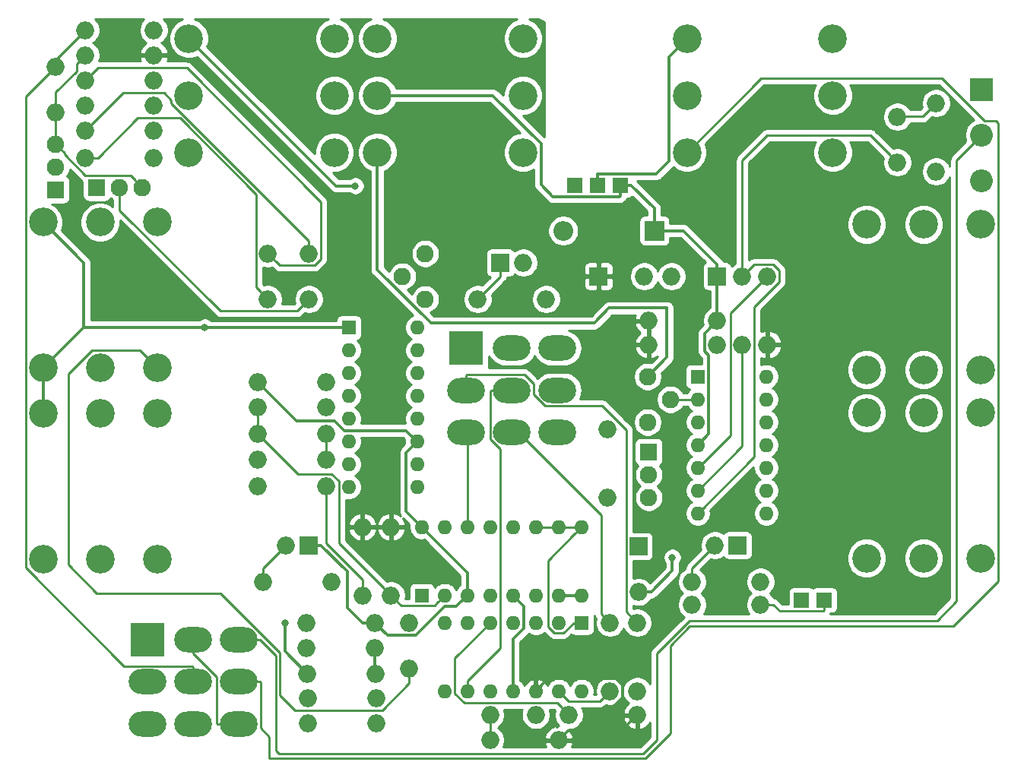
<source format=gbr>
G04 #@! TF.GenerationSoftware,KiCad,Pcbnew,(5.1.5-0-10_14)*
G04 #@! TF.CreationDate,2020-11-25T16:38:17+01:00*
G04 #@! TF.ProjectId,ab-mix,61622d6d-6978-42e6-9b69-6361645f7063,rev?*
G04 #@! TF.SameCoordinates,Original*
G04 #@! TF.FileFunction,Copper,L1,Top*
G04 #@! TF.FilePolarity,Positive*
%FSLAX46Y46*%
G04 Gerber Fmt 4.6, Leading zero omitted, Abs format (unit mm)*
G04 Created by KiCad (PCBNEW (5.1.5-0-10_14)) date 2020-11-25 16:38:17*
%MOMM*%
%LPD*%
G04 APERTURE LIST*
%ADD10O,2.000000X2.000000*%
%ADD11O,1.600000X1.600000*%
%ADD12R,1.600000X1.600000*%
%ADD13O,4.200000X2.800000*%
%ADD14R,3.816000X3.816000*%
%ADD15R,2.540000X2.540000*%
%ADD16O,2.540000X2.540000*%
%ADD17O,1.930400X1.930400*%
%ADD18R,1.930400X1.930400*%
%ADD19C,3.200000*%
%ADD20R,1.700000X1.700000*%
%ADD21R,2.000000X2.000000*%
%ADD22O,2.200000X2.200000*%
%ADD23R,2.200000X2.200000*%
%ADD24C,0.800000*%
%ADD25C,0.250000*%
%ADD26C,0.350000*%
%ADD27C,0.254000*%
G04 APERTURE END LIST*
D10*
X142926000Y-74600000D03*
X142926000Y-69520000D03*
X97587000Y-136195000D03*
X102667000Y-136195000D03*
X88570000Y-125908000D03*
X88570000Y-130988000D03*
X49200000Y-69012000D03*
X49200000Y-63932000D03*
D11*
X89459000Y-93015000D03*
X81839000Y-110795000D03*
X89459000Y-95555000D03*
X81839000Y-108255000D03*
X89459000Y-98095000D03*
X81839000Y-105715000D03*
X89459000Y-100635000D03*
X81839000Y-103175000D03*
X89459000Y-103175000D03*
X81839000Y-100635000D03*
X89459000Y-105715000D03*
X81839000Y-98095000D03*
X89459000Y-108255000D03*
X81839000Y-95555000D03*
X89459000Y-110795000D03*
D12*
X81839000Y-93015000D03*
D11*
X128321000Y-98476000D03*
X120701000Y-113716000D03*
X128321000Y-101016000D03*
X120701000Y-111176000D03*
X128321000Y-103556000D03*
X120701000Y-108636000D03*
X128321000Y-106096000D03*
X120701000Y-106096000D03*
X128321000Y-108636000D03*
X120701000Y-103556000D03*
X128321000Y-111176000D03*
X120701000Y-101016000D03*
X128321000Y-113716000D03*
D12*
X120701000Y-98476000D03*
D11*
X89967000Y-115240000D03*
X107747000Y-122860000D03*
X92507000Y-115240000D03*
X105207000Y-122860000D03*
X95047000Y-115240000D03*
X102667000Y-122860000D03*
X97587000Y-115240000D03*
X100127000Y-122860000D03*
X100127000Y-115240000D03*
X97587000Y-122860000D03*
X102667000Y-115240000D03*
X95047000Y-122860000D03*
X105207000Y-115240000D03*
X92507000Y-122860000D03*
X107747000Y-115240000D03*
D12*
X89967000Y-122860000D03*
D11*
X107747000Y-133528000D03*
X92507000Y-125908000D03*
X105207000Y-133528000D03*
X95047000Y-125908000D03*
X102667000Y-133528000D03*
X97587000Y-125908000D03*
X100127000Y-133528000D03*
X100127000Y-125908000D03*
X97587000Y-133528000D03*
X102667000Y-125908000D03*
X95047000Y-133528000D03*
X105207000Y-125908000D03*
X92507000Y-133528000D03*
D12*
X107747000Y-125908000D03*
D13*
X69580000Y-137200000D03*
X69580000Y-132500000D03*
X69580000Y-127800000D03*
X64500000Y-137200000D03*
X64500000Y-132500000D03*
X64500000Y-127800000D03*
X59420000Y-137200000D03*
X59420000Y-132500000D03*
D14*
X59420000Y-127800000D03*
D13*
X105080000Y-104700000D03*
X105080000Y-100000000D03*
X105080000Y-95300000D03*
X100000000Y-104700000D03*
X100000000Y-100000000D03*
X100000000Y-95300000D03*
X94920000Y-104700000D03*
X94920000Y-100000000D03*
D14*
X94920000Y-95300000D03*
D15*
X152324000Y-66472000D03*
D16*
X152324000Y-71552000D03*
X152324000Y-76632000D03*
D17*
X90348000Y-84760000D03*
X87808000Y-87300000D03*
X90348000Y-89840000D03*
X115113000Y-103556000D03*
X117653000Y-101016000D03*
X115113000Y-98476000D03*
D10*
X147244000Y-67996000D03*
X147244000Y-75616000D03*
X125654000Y-94920000D03*
X125654000Y-87300000D03*
X79934000Y-121336000D03*
X72314000Y-121336000D03*
X128448000Y-94920000D03*
X128448000Y-87300000D03*
X71679000Y-104826000D03*
X79299000Y-104826000D03*
X71679000Y-107747000D03*
X79299000Y-107747000D03*
X71679000Y-101905000D03*
X79299000Y-101905000D03*
X71679000Y-99111000D03*
X79299000Y-99111000D03*
X79299000Y-110668000D03*
X71679000Y-110668000D03*
X122860000Y-94920000D03*
X115240000Y-94920000D03*
X115240000Y-92253000D03*
X122860000Y-92253000D03*
X110668000Y-111938000D03*
X110668000Y-104318000D03*
X86538000Y-115240000D03*
X86538000Y-122860000D03*
X83363000Y-115240000D03*
X83363000Y-122860000D03*
X113970000Y-133528000D03*
X113970000Y-125908000D03*
X110922000Y-125908000D03*
X110922000Y-133528000D03*
X77267000Y-137084000D03*
X84887000Y-137084000D03*
X120066000Y-121336000D03*
X127686000Y-121336000D03*
X84887000Y-134290000D03*
X77267000Y-134290000D03*
X97587000Y-138989000D03*
X105207000Y-138989000D03*
X106350000Y-136195000D03*
X113970000Y-136195000D03*
X84815799Y-131572000D03*
X77195799Y-131572000D03*
X77140000Y-128702000D03*
X84760000Y-128702000D03*
X103810000Y-89840000D03*
X96190000Y-89840000D03*
X127686000Y-123876000D03*
X120066000Y-123876000D03*
X84760000Y-125908000D03*
X77140000Y-125908000D03*
X52502000Y-71044000D03*
X60122000Y-71044000D03*
X52502000Y-74092000D03*
X60122000Y-74092000D03*
X52502000Y-68250000D03*
X60122000Y-68250000D03*
X52502000Y-65456000D03*
X60122000Y-65456000D03*
X60122000Y-62662000D03*
X52502000Y-62662000D03*
X52502000Y-59868000D03*
X60122000Y-59868000D03*
D18*
X115240000Y-106858000D03*
D17*
X115240000Y-109398000D03*
X115240000Y-111938000D03*
D18*
X53772000Y-77394000D03*
D17*
X56312000Y-77394000D03*
X58852000Y-77394000D03*
D18*
X49200000Y-77648000D03*
D17*
X49200000Y-75108000D03*
X49200000Y-72568000D03*
D19*
X85000000Y-67150000D03*
X85000000Y-60800000D03*
X85000000Y-73500000D03*
X101230000Y-67150000D03*
X101230000Y-60800000D03*
X101230000Y-73500000D03*
X145850000Y-81500000D03*
X152200000Y-81500000D03*
X139500000Y-81500000D03*
X145850000Y-97730000D03*
X152200000Y-97730000D03*
X139500000Y-97730000D03*
X145850000Y-102500000D03*
X152200000Y-102500000D03*
X139500000Y-102500000D03*
X145850000Y-118730000D03*
X152200000Y-118730000D03*
X139500000Y-118730000D03*
X54150000Y-97500000D03*
X47800000Y-97500000D03*
X60500000Y-97500000D03*
X54150000Y-81270000D03*
X47800000Y-81270000D03*
X60500000Y-81270000D03*
X54150000Y-118800000D03*
X47800000Y-118800000D03*
X60500000Y-118800000D03*
X54150000Y-102570000D03*
X47800000Y-102570000D03*
X60500000Y-102570000D03*
X119500000Y-67150000D03*
X119500000Y-60800000D03*
X119500000Y-73500000D03*
X135730000Y-67150000D03*
X135730000Y-60800000D03*
X135730000Y-73500000D03*
X64000000Y-67150000D03*
X64000000Y-60800000D03*
X64000000Y-73500000D03*
X80230000Y-67150000D03*
X80230000Y-60800000D03*
X80230000Y-73500000D03*
D20*
X106985000Y-77140000D03*
X109525000Y-77140000D03*
X112065000Y-77140000D03*
X132258000Y-123368000D03*
X134798000Y-123368000D03*
D10*
X74854000Y-117272000D03*
D21*
X77394000Y-117272000D03*
D22*
X105715000Y-82220000D03*
D23*
X115875000Y-82220000D03*
D21*
X125146000Y-117272000D03*
D10*
X122606000Y-117272000D03*
X101270000Y-85776000D03*
D21*
X98730000Y-85776000D03*
D10*
X114732000Y-87300000D03*
D21*
X109652000Y-87300000D03*
D10*
X117780000Y-87300000D03*
D21*
X122860000Y-87300000D03*
D10*
X114097000Y-122479000D03*
D21*
X114097000Y-117399000D03*
D10*
X77394000Y-84760000D03*
X77394000Y-89840000D03*
X72822000Y-89840000D03*
X72822000Y-84760000D03*
D24*
X74727000Y-125908000D03*
X65786000Y-92964000D03*
X82550000Y-77216000D03*
X117856000Y-118618000D03*
X86614000Y-105664000D03*
X86614000Y-103378000D03*
D25*
X51502001Y-64494997D02*
X49200000Y-66796998D01*
X51502001Y-63661999D02*
X51502001Y-64494997D01*
X49200000Y-67597787D02*
X49200000Y-69012000D01*
X49200000Y-66796998D02*
X49200000Y-67597787D01*
X52502000Y-62662000D02*
X51502001Y-63661999D01*
X49200000Y-69012000D02*
X49200000Y-72568000D01*
X57886801Y-76428801D02*
X58852000Y-77394000D01*
X57511799Y-76053799D02*
X57886801Y-76428801D01*
X50165199Y-73716201D02*
X52502797Y-76053799D01*
X50165199Y-73533199D02*
X50165199Y-73716201D01*
X52502797Y-76053799D02*
X57511799Y-76053799D01*
X49200000Y-72568000D02*
X50165199Y-73533199D01*
X49200000Y-63170000D02*
X49200000Y-63932000D01*
X52502000Y-59868000D02*
X49200000Y-63170000D01*
X64500000Y-130850000D02*
X64500000Y-132500000D01*
X64374990Y-130724990D02*
X64500000Y-130850000D01*
X56801988Y-130724990D02*
X64374990Y-130724990D01*
X45824999Y-119748001D02*
X56801988Y-130724990D01*
X45824999Y-67307001D02*
X45824999Y-119748001D01*
X49200000Y-63932000D02*
X45824999Y-67307001D01*
X71496999Y-88514999D02*
X71822001Y-88840001D01*
X71496999Y-78147997D02*
X71496999Y-88514999D01*
X63018001Y-69668999D02*
X71496999Y-78147997D01*
X71822001Y-88840001D02*
X72822000Y-89840000D01*
X58339214Y-69668999D02*
X63018001Y-69668999D01*
X53916213Y-74092000D02*
X58339214Y-69668999D01*
X52502000Y-74092000D02*
X53916213Y-74092000D01*
X74147001Y-86085001D02*
X73821999Y-85759999D01*
X78030001Y-86085001D02*
X74147001Y-86085001D01*
X78719001Y-79019999D02*
X78719001Y-85396001D01*
X63780001Y-64080999D02*
X78719001Y-79019999D01*
X73821999Y-85759999D02*
X72822000Y-84760000D01*
X78719001Y-85396001D02*
X78030001Y-86085001D01*
X53877001Y-64080999D02*
X63780001Y-64080999D01*
X52502000Y-65456000D02*
X53877001Y-64080999D01*
X62074999Y-68026786D02*
X77394000Y-83345787D01*
X77394000Y-83345787D02*
X77394000Y-84760000D01*
X61286999Y-66874999D02*
X62074999Y-67662999D01*
X52502000Y-71044000D02*
X56671001Y-66874999D01*
X62074999Y-67662999D02*
X62074999Y-68026786D01*
X56671001Y-66874999D02*
X61286999Y-66874999D01*
X76394001Y-90839999D02*
X77394000Y-89840000D01*
X76068999Y-91165001D02*
X76394001Y-90839999D01*
X67545999Y-91165001D02*
X76068999Y-91165001D01*
X56312000Y-79931002D02*
X67545999Y-91165001D01*
X56312000Y-77394000D02*
X56312000Y-79931002D01*
X97587000Y-138989000D02*
X97587000Y-136195000D01*
D26*
X53518000Y-77648000D02*
X53772000Y-77394000D01*
X115875000Y-80770000D02*
X115875000Y-82220000D01*
X115875000Y-79750000D02*
X115875000Y-80770000D01*
X113265000Y-77140000D02*
X115875000Y-79750000D01*
X112065000Y-77140000D02*
X113265000Y-77140000D01*
X111989999Y-78415001D02*
X104577001Y-78415001D01*
X112065000Y-78340000D02*
X111989999Y-78415001D01*
X112065000Y-77140000D02*
X112065000Y-78340000D01*
X87262741Y-67150000D02*
X85000000Y-67150000D01*
X97877002Y-67150000D02*
X87262741Y-67150000D01*
X103255001Y-72527999D02*
X97877002Y-67150000D01*
X103255001Y-77093001D02*
X103255001Y-72527999D01*
X104577001Y-78415001D02*
X103255001Y-77093001D01*
X115875000Y-82220000D02*
X115875000Y-82601000D01*
X122860000Y-85950000D02*
X122860000Y-87300000D01*
X119130000Y-82220000D02*
X122860000Y-85950000D01*
X115875000Y-82220000D02*
X119130000Y-82220000D01*
X122860000Y-88650000D02*
X122860000Y-92253000D01*
X122860000Y-87300000D02*
X122860000Y-88650000D01*
X84760000Y-131516201D02*
X84815799Y-131572000D01*
X84760000Y-128702000D02*
X84760000Y-131516201D01*
X94247001Y-123659999D02*
X95047000Y-122860000D01*
X93821999Y-124085001D02*
X94247001Y-123659999D01*
X92516997Y-124085001D02*
X93821999Y-124085001D01*
X89268997Y-127333001D02*
X92516997Y-124085001D01*
X86185001Y-127333001D02*
X89268997Y-127333001D01*
X84760000Y-125908000D02*
X86185001Y-127333001D01*
X105207000Y-138989000D02*
X105334000Y-138989000D01*
D25*
X114097000Y-117907000D02*
X114097000Y-117399000D01*
D26*
X111176000Y-138989000D02*
X113970000Y-136195000D01*
X105207000Y-138989000D02*
X111176000Y-138989000D01*
X104092001Y-132102999D02*
X103466999Y-132728001D01*
X112347001Y-134212001D02*
X112347001Y-132843999D01*
X108570001Y-137989001D02*
X112347001Y-134212001D01*
X103466999Y-132728001D02*
X102667000Y-133528000D01*
X111606001Y-132102999D02*
X104092001Y-132102999D01*
X106206999Y-137989001D02*
X108570001Y-137989001D01*
X112347001Y-132843999D02*
X111606001Y-132102999D01*
X105207000Y-138989000D02*
X106206999Y-137989001D01*
X74727000Y-129103201D02*
X74727000Y-125908000D01*
X77195799Y-131572000D02*
X74727000Y-129103201D01*
X117474999Y-62825001D02*
X117900001Y-62399999D01*
X117900001Y-62399999D02*
X119500000Y-60800000D01*
X117474999Y-74472001D02*
X117474999Y-62825001D01*
X116082001Y-75864999D02*
X117474999Y-74472001D01*
X109600001Y-75864999D02*
X116082001Y-75864999D01*
X109525000Y-75940000D02*
X109600001Y-75864999D01*
X109525000Y-77140000D02*
X109525000Y-75940000D01*
X65837000Y-93015000D02*
X65786000Y-92964000D01*
X81839000Y-93015000D02*
X65837000Y-93015000D01*
X52336000Y-92964000D02*
X47800000Y-97500000D01*
X65786000Y-92964000D02*
X52336000Y-92964000D01*
X52336000Y-85806000D02*
X47800000Y-81270000D01*
X52336000Y-92964000D02*
X52336000Y-85806000D01*
X47800000Y-102570000D02*
X47800000Y-97500000D01*
X80416000Y-77216000D02*
X64000000Y-60800000D01*
X82550000Y-77216000D02*
X80416000Y-77216000D01*
D25*
X58900001Y-95900001D02*
X60500000Y-97500000D01*
X58574999Y-95574999D02*
X58900001Y-95900001D01*
X53225999Y-95574999D02*
X58574999Y-95574999D01*
X50597000Y-98203998D02*
X53225999Y-95574999D01*
X50597000Y-119431000D02*
X50597000Y-98203998D01*
X67525532Y-122606000D02*
X53772000Y-122606000D01*
X53772000Y-122606000D02*
X50597000Y-119431000D01*
X74161010Y-129241478D02*
X67525532Y-122606000D01*
X75848001Y-135665001D02*
X74161010Y-133978010D01*
X85547001Y-135665001D02*
X75848001Y-135665001D01*
X74161010Y-133978010D02*
X74161010Y-129241478D01*
X88570000Y-132642002D02*
X85547001Y-135665001D01*
X88570000Y-130988000D02*
X88570000Y-132642002D01*
D26*
X95047000Y-120320000D02*
X89967000Y-115240000D01*
X95047000Y-122860000D02*
X95047000Y-120320000D01*
X88659001Y-104915001D02*
X89459000Y-105715000D01*
X81340997Y-104489999D02*
X88233999Y-104489999D01*
X80251997Y-103400999D02*
X81340997Y-104489999D01*
X88233999Y-104489999D02*
X88659001Y-104915001D01*
X75968999Y-103400999D02*
X80251997Y-103400999D01*
X71679000Y-99111000D02*
X75968999Y-103400999D01*
X83345787Y-125908000D02*
X84760000Y-125908000D01*
X81691989Y-124254202D02*
X83345787Y-125908000D01*
X81691989Y-120219989D02*
X81691989Y-124254202D01*
X78744000Y-117272000D02*
X81691989Y-120219989D01*
X77394000Y-117272000D02*
X78744000Y-117272000D01*
X89167001Y-114440001D02*
X89967000Y-115240000D01*
X88233999Y-113506999D02*
X89167001Y-114440001D01*
X88233999Y-106940001D02*
X88233999Y-113506999D01*
X89459000Y-105715000D02*
X88233999Y-106940001D01*
X121860001Y-93252999D02*
X122860000Y-92253000D01*
X121434999Y-93678001D02*
X121860001Y-93252999D01*
X121434999Y-95604001D02*
X121434999Y-93678001D01*
X121926001Y-96095003D02*
X121434999Y-95604001D01*
X121926001Y-104870999D02*
X121926001Y-96095003D01*
X120701000Y-106096000D02*
X121926001Y-104870999D01*
X117856000Y-119183685D02*
X117856000Y-118618000D01*
X117856000Y-120134213D02*
X117856000Y-119183685D01*
X115511213Y-122479000D02*
X117856000Y-120134213D01*
X114097000Y-122479000D02*
X115511213Y-122479000D01*
X100127000Y-133528000D02*
X100127000Y-133553000D01*
X100926999Y-123659999D02*
X100127000Y-122860000D01*
X100127000Y-127721002D02*
X101352001Y-126496001D01*
X101352001Y-124085001D02*
X100926999Y-123659999D01*
X101352001Y-126496001D02*
X101352001Y-124085001D01*
X100127000Y-133528000D02*
X100127000Y-127721002D01*
X105207000Y-122860000D02*
X107747000Y-122860000D01*
D25*
X105024999Y-134869999D02*
X105350001Y-135195001D01*
X94723997Y-134869999D02*
X105024999Y-134869999D01*
X105350001Y-135195001D02*
X106350000Y-136195000D01*
X93632001Y-133778003D02*
X94723997Y-134869999D01*
X93632001Y-129862999D02*
X93632001Y-133778003D01*
X97587000Y-125908000D02*
X93632001Y-129862999D01*
X125654000Y-87300000D02*
X125654000Y-74346000D01*
X141926001Y-73600001D02*
X142926000Y-74600000D01*
X128425001Y-71574999D02*
X139900999Y-71574999D01*
X139900999Y-71574999D02*
X141926001Y-73600001D01*
X125654000Y-74346000D02*
X128425001Y-71574999D01*
X126653999Y-86300001D02*
X125654000Y-87300000D01*
X126979001Y-85974999D02*
X126653999Y-86300001D01*
X129084001Y-85974999D02*
X126979001Y-85974999D01*
X129773001Y-86663999D02*
X129084001Y-85974999D01*
X129773001Y-87936001D02*
X129773001Y-86663999D01*
X126979001Y-90730001D02*
X129773001Y-87936001D01*
X126979001Y-107437999D02*
X126979001Y-90730001D01*
X120701000Y-113716000D02*
X126979001Y-107437999D01*
X145733011Y-69506989D02*
X142926000Y-69506989D01*
X147244000Y-67996000D02*
X145733011Y-69506989D01*
X98730000Y-87300000D02*
X98730000Y-85776000D01*
X96190000Y-89840000D02*
X98730000Y-87300000D01*
X120066000Y-119812000D02*
X122606000Y-117272000D01*
X120066000Y-121336000D02*
X120066000Y-119812000D01*
X72314000Y-119812000D02*
X74854000Y-117272000D01*
X72314000Y-121336000D02*
X72314000Y-119812000D01*
X134798000Y-124468000D02*
X134798000Y-123368000D01*
X134672999Y-124593001D02*
X134798000Y-124468000D01*
X129817214Y-124593001D02*
X134672999Y-124593001D01*
X129100213Y-123876000D02*
X129817214Y-124593001D01*
X127686000Y-123876000D02*
X129100213Y-123876000D01*
X67230000Y-137200000D02*
X69580000Y-137200000D01*
X64500000Y-129360468D02*
X67107000Y-131967468D01*
X67107000Y-137077000D02*
X67230000Y-137200000D01*
X67107000Y-131967468D02*
X67107000Y-137077000D01*
X64500000Y-127800000D02*
X64500000Y-129360468D01*
X72005010Y-137664010D02*
X72005010Y-132575010D01*
X72005010Y-132575010D02*
X71930000Y-132500000D01*
X72949000Y-138608000D02*
X72005010Y-137664010D01*
X72949000Y-141021000D02*
X72949000Y-138608000D01*
X114859000Y-141021000D02*
X72949000Y-141021000D01*
X117653000Y-138227000D02*
X114859000Y-141021000D01*
X149168002Y-126289000D02*
X119812000Y-126289000D01*
X117653000Y-128448000D02*
X117653000Y-138227000D01*
X154175001Y-70228001D02*
X154175001Y-121282001D01*
X152593997Y-69956999D02*
X153903999Y-69956999D01*
X153903999Y-69956999D02*
X154175001Y-70228001D01*
X71930000Y-132500000D02*
X69580000Y-132500000D01*
X147861997Y-65224999D02*
X152593997Y-69956999D01*
X119812000Y-126289000D02*
X117653000Y-128448000D01*
X154175001Y-121282001D02*
X149168002Y-126289000D01*
X127775001Y-65224999D02*
X147861997Y-65224999D01*
X119500000Y-73500000D02*
X127775001Y-65224999D01*
D26*
X85000000Y-73500000D02*
X85000000Y-86549498D01*
X85000000Y-86549498D02*
X90967491Y-92516989D01*
X90967491Y-92516989D02*
X109153989Y-92516989D01*
X110842979Y-90827999D02*
X117243999Y-90827999D01*
X109153989Y-92516989D02*
X110842979Y-90827999D01*
X117243999Y-96345001D02*
X115113000Y-98476000D01*
X117243999Y-90827999D02*
X117243999Y-96345001D01*
D25*
X106947001Y-116039999D02*
X107747000Y-115240000D01*
X104031999Y-118955001D02*
X106947001Y-116039999D01*
X104031999Y-126398001D02*
X104031999Y-118955001D01*
X104666999Y-127033001D02*
X104031999Y-126398001D01*
X105747001Y-127033001D02*
X104666999Y-127033001D01*
X106872002Y-125908000D02*
X105747001Y-127033001D01*
X107747000Y-125908000D02*
X106872002Y-125908000D01*
X107747000Y-115240000D02*
X105207000Y-115240000D01*
X104075630Y-115240000D02*
X102667000Y-115240000D01*
X105207000Y-115240000D02*
X104075630Y-115240000D01*
X100700000Y-104700000D02*
X100000000Y-104700000D01*
X109922001Y-113922001D02*
X100700000Y-104700000D01*
X109922001Y-124908001D02*
X109922001Y-113922001D01*
X110922000Y-125908000D02*
X109922001Y-124908001D01*
X109922001Y-134527999D02*
X110922000Y-133528000D01*
X105207000Y-133528000D02*
X106332001Y-134653001D01*
X106332001Y-134653001D02*
X109796999Y-134653001D01*
X109796999Y-134653001D02*
X109922001Y-134527999D01*
X94995010Y-98274990D02*
X94920000Y-98350000D01*
X101414522Y-98274990D02*
X94995010Y-98274990D01*
X102425010Y-100484542D02*
X102425010Y-99285478D01*
X103665478Y-101725010D02*
X102425010Y-100484542D01*
X110036012Y-101725010D02*
X103665478Y-101725010D01*
X112721999Y-104410997D02*
X110036012Y-101725010D01*
X94920000Y-98350000D02*
X94920000Y-100000000D01*
X102425010Y-99285478D02*
X101414522Y-98274990D01*
X112721999Y-124659999D02*
X112721999Y-104410997D01*
X113970000Y-125908000D02*
X112721999Y-124659999D01*
X89967000Y-122860000D02*
X90094000Y-122860000D01*
X83363000Y-121445787D02*
X83363000Y-122860000D01*
X79299000Y-117049169D02*
X83363000Y-121113169D01*
X83363000Y-121113169D02*
X83363000Y-121445787D01*
X79299000Y-110668000D02*
X79299000Y-117049169D01*
X71679000Y-104826000D02*
X71679000Y-101905000D01*
X91707001Y-123659999D02*
X92507000Y-122860000D01*
X91381999Y-123985001D02*
X91707001Y-123659999D01*
X87663001Y-123985001D02*
X91381999Y-123985001D01*
X86538000Y-122860000D02*
X87663001Y-123985001D01*
X85538001Y-121860001D02*
X86538000Y-122860000D01*
X80713999Y-117035999D02*
X85538001Y-121860001D01*
X79935001Y-109342999D02*
X80713999Y-110121997D01*
X80713999Y-110121997D02*
X80713999Y-117035999D01*
X76195999Y-109342999D02*
X79935001Y-109342999D01*
X71679000Y-104826000D02*
X76195999Y-109342999D01*
X119017998Y-101016000D02*
X120701000Y-101016000D01*
X117653000Y-101016000D02*
X119017998Y-101016000D01*
X79299000Y-107747000D02*
X79299000Y-104826000D01*
X125654000Y-106223000D02*
X120701000Y-111176000D01*
X125654000Y-94920000D02*
X125654000Y-106223000D01*
X127448001Y-88299999D02*
X128448000Y-87300000D01*
X124328999Y-91419001D02*
X127448001Y-88299999D01*
X124328999Y-105008001D02*
X124328999Y-91419001D01*
X120701000Y-108636000D02*
X124328999Y-105008001D01*
X149530000Y-74346000D02*
X152324000Y-71552000D01*
X149530000Y-123495000D02*
X149530000Y-74346000D01*
X147371000Y-125654000D02*
X149530000Y-123495000D01*
X119810590Y-125654000D02*
X147371000Y-125654000D01*
X116129000Y-129335590D02*
X119810590Y-125654000D01*
X73711000Y-140132000D02*
X74092000Y-140513000D01*
X116129000Y-138989000D02*
X116129000Y-129335590D01*
X114605000Y-140513000D02*
X116129000Y-138989000D01*
X74092000Y-140513000D02*
X114605000Y-140513000D01*
X71930000Y-127800000D02*
X73711000Y-129581000D01*
X73711000Y-129581000D02*
X73711000Y-140132000D01*
X69580000Y-127800000D02*
X71930000Y-127800000D01*
X97650000Y-100000000D02*
X100000000Y-100000000D01*
X97574990Y-100075010D02*
X97650000Y-100000000D01*
X97574990Y-105414522D02*
X97574990Y-100075010D01*
X98712001Y-106551533D02*
X97574990Y-105414522D01*
X98712001Y-128731629D02*
X98712001Y-106551533D01*
X95047000Y-132396630D02*
X98712001Y-128731629D01*
X95047000Y-133528000D02*
X95047000Y-132396630D01*
X95047000Y-104827000D02*
X94920000Y-104700000D01*
X95047000Y-115240000D02*
X95047000Y-104827000D01*
D27*
G36*
X112521082Y-134302463D02*
G01*
X112700013Y-134570252D01*
X112927748Y-134797987D01*
X113024808Y-134862840D01*
X113010008Y-134871499D01*
X112770252Y-135084215D01*
X112576601Y-135339618D01*
X112436498Y-135627893D01*
X112379876Y-135814566D01*
X112499223Y-136068000D01*
X113843000Y-136068000D01*
X113843000Y-136048000D01*
X114097000Y-136048000D01*
X114097000Y-136068000D01*
X114117000Y-136068000D01*
X114117000Y-136322000D01*
X114097000Y-136322000D01*
X114097000Y-137666315D01*
X114350435Y-137785129D01*
X114653344Y-137680356D01*
X114929992Y-137518501D01*
X115169748Y-137305785D01*
X115363399Y-137050382D01*
X115369000Y-137038857D01*
X115369000Y-138674197D01*
X114290199Y-139753000D01*
X106644811Y-139753000D01*
X106740502Y-139556107D01*
X106797124Y-139369434D01*
X106677777Y-139116000D01*
X105334000Y-139116000D01*
X105334000Y-139136000D01*
X105080000Y-139136000D01*
X105080000Y-139116000D01*
X103736223Y-139116000D01*
X103616876Y-139369434D01*
X103673498Y-139556107D01*
X103769189Y-139753000D01*
X99040252Y-139753000D01*
X99159168Y-139465912D01*
X99222000Y-139150033D01*
X99222000Y-138827967D01*
X99159168Y-138512088D01*
X99035918Y-138214537D01*
X98856987Y-137946748D01*
X98629252Y-137719013D01*
X98439164Y-137592000D01*
X98629252Y-137464987D01*
X98856987Y-137237252D01*
X99035918Y-136969463D01*
X99159168Y-136671912D01*
X99222000Y-136356033D01*
X99222000Y-136033967D01*
X99159168Y-135718088D01*
X99122680Y-135629999D01*
X101131320Y-135629999D01*
X101094832Y-135718088D01*
X101032000Y-136033967D01*
X101032000Y-136356033D01*
X101094832Y-136671912D01*
X101218082Y-136969463D01*
X101397013Y-137237252D01*
X101624748Y-137464987D01*
X101892537Y-137643918D01*
X102190088Y-137767168D01*
X102505967Y-137830000D01*
X102828033Y-137830000D01*
X103143912Y-137767168D01*
X103441463Y-137643918D01*
X103709252Y-137464987D01*
X103936987Y-137237252D01*
X104115918Y-136969463D01*
X104239168Y-136671912D01*
X104302000Y-136356033D01*
X104302000Y-136033967D01*
X104239168Y-135718088D01*
X104202680Y-135629999D01*
X104710198Y-135629999D01*
X104783823Y-135703624D01*
X104777832Y-135718088D01*
X104715000Y-136033967D01*
X104715000Y-136356033D01*
X104777832Y-136671912D01*
X104901082Y-136969463D01*
X105080013Y-137237252D01*
X105196761Y-137354000D01*
X105079998Y-137354000D01*
X105079998Y-137517684D01*
X104826565Y-137398871D01*
X104523656Y-137503644D01*
X104247008Y-137665499D01*
X104007252Y-137878215D01*
X103813601Y-138133618D01*
X103673498Y-138421893D01*
X103616876Y-138608566D01*
X103736223Y-138862000D01*
X105080000Y-138862000D01*
X105080000Y-138842000D01*
X105334000Y-138842000D01*
X105334000Y-138862000D01*
X106677777Y-138862000D01*
X106797124Y-138608566D01*
X106740502Y-138421893D01*
X106600399Y-138133618D01*
X106406748Y-137878215D01*
X106352404Y-137830000D01*
X106511033Y-137830000D01*
X106826912Y-137767168D01*
X107124463Y-137643918D01*
X107392252Y-137464987D01*
X107619987Y-137237252D01*
X107798918Y-136969463D01*
X107922168Y-136671912D01*
X107941358Y-136575434D01*
X112379876Y-136575434D01*
X112436498Y-136762107D01*
X112576601Y-137050382D01*
X112770252Y-137305785D01*
X113010008Y-137518501D01*
X113286656Y-137680356D01*
X113589565Y-137785129D01*
X113843000Y-137666315D01*
X113843000Y-136322000D01*
X112499223Y-136322000D01*
X112379876Y-136575434D01*
X107941358Y-136575434D01*
X107985000Y-136356033D01*
X107985000Y-136033967D01*
X107922168Y-135718088D01*
X107798918Y-135420537D01*
X107793883Y-135413001D01*
X109759677Y-135413001D01*
X109796999Y-135416677D01*
X109834321Y-135413001D01*
X109834332Y-135413001D01*
X109945985Y-135402004D01*
X110089246Y-135358547D01*
X110221275Y-135287975D01*
X110337000Y-135193002D01*
X110360803Y-135163998D01*
X110430624Y-135094177D01*
X110445088Y-135100168D01*
X110760967Y-135163000D01*
X111083033Y-135163000D01*
X111398912Y-135100168D01*
X111696463Y-134976918D01*
X111964252Y-134797987D01*
X112191987Y-134570252D01*
X112370918Y-134302463D01*
X112446000Y-134121200D01*
X112521082Y-134302463D01*
G37*
X112521082Y-134302463D02*
X112700013Y-134570252D01*
X112927748Y-134797987D01*
X113024808Y-134862840D01*
X113010008Y-134871499D01*
X112770252Y-135084215D01*
X112576601Y-135339618D01*
X112436498Y-135627893D01*
X112379876Y-135814566D01*
X112499223Y-136068000D01*
X113843000Y-136068000D01*
X113843000Y-136048000D01*
X114097000Y-136048000D01*
X114097000Y-136068000D01*
X114117000Y-136068000D01*
X114117000Y-136322000D01*
X114097000Y-136322000D01*
X114097000Y-137666315D01*
X114350435Y-137785129D01*
X114653344Y-137680356D01*
X114929992Y-137518501D01*
X115169748Y-137305785D01*
X115363399Y-137050382D01*
X115369000Y-137038857D01*
X115369000Y-138674197D01*
X114290199Y-139753000D01*
X106644811Y-139753000D01*
X106740502Y-139556107D01*
X106797124Y-139369434D01*
X106677777Y-139116000D01*
X105334000Y-139116000D01*
X105334000Y-139136000D01*
X105080000Y-139136000D01*
X105080000Y-139116000D01*
X103736223Y-139116000D01*
X103616876Y-139369434D01*
X103673498Y-139556107D01*
X103769189Y-139753000D01*
X99040252Y-139753000D01*
X99159168Y-139465912D01*
X99222000Y-139150033D01*
X99222000Y-138827967D01*
X99159168Y-138512088D01*
X99035918Y-138214537D01*
X98856987Y-137946748D01*
X98629252Y-137719013D01*
X98439164Y-137592000D01*
X98629252Y-137464987D01*
X98856987Y-137237252D01*
X99035918Y-136969463D01*
X99159168Y-136671912D01*
X99222000Y-136356033D01*
X99222000Y-136033967D01*
X99159168Y-135718088D01*
X99122680Y-135629999D01*
X101131320Y-135629999D01*
X101094832Y-135718088D01*
X101032000Y-136033967D01*
X101032000Y-136356033D01*
X101094832Y-136671912D01*
X101218082Y-136969463D01*
X101397013Y-137237252D01*
X101624748Y-137464987D01*
X101892537Y-137643918D01*
X102190088Y-137767168D01*
X102505967Y-137830000D01*
X102828033Y-137830000D01*
X103143912Y-137767168D01*
X103441463Y-137643918D01*
X103709252Y-137464987D01*
X103936987Y-137237252D01*
X104115918Y-136969463D01*
X104239168Y-136671912D01*
X104302000Y-136356033D01*
X104302000Y-136033967D01*
X104239168Y-135718088D01*
X104202680Y-135629999D01*
X104710198Y-135629999D01*
X104783823Y-135703624D01*
X104777832Y-135718088D01*
X104715000Y-136033967D01*
X104715000Y-136356033D01*
X104777832Y-136671912D01*
X104901082Y-136969463D01*
X105080013Y-137237252D01*
X105196761Y-137354000D01*
X105079998Y-137354000D01*
X105079998Y-137517684D01*
X104826565Y-137398871D01*
X104523656Y-137503644D01*
X104247008Y-137665499D01*
X104007252Y-137878215D01*
X103813601Y-138133618D01*
X103673498Y-138421893D01*
X103616876Y-138608566D01*
X103736223Y-138862000D01*
X105080000Y-138862000D01*
X105080000Y-138842000D01*
X105334000Y-138842000D01*
X105334000Y-138862000D01*
X106677777Y-138862000D01*
X106797124Y-138608566D01*
X106740502Y-138421893D01*
X106600399Y-138133618D01*
X106406748Y-137878215D01*
X106352404Y-137830000D01*
X106511033Y-137830000D01*
X106826912Y-137767168D01*
X107124463Y-137643918D01*
X107392252Y-137464987D01*
X107619987Y-137237252D01*
X107798918Y-136969463D01*
X107922168Y-136671912D01*
X107941358Y-136575434D01*
X112379876Y-136575434D01*
X112436498Y-136762107D01*
X112576601Y-137050382D01*
X112770252Y-137305785D01*
X113010008Y-137518501D01*
X113286656Y-137680356D01*
X113589565Y-137785129D01*
X113843000Y-137666315D01*
X113843000Y-136322000D01*
X112499223Y-136322000D01*
X112379876Y-136575434D01*
X107941358Y-136575434D01*
X107985000Y-136356033D01*
X107985000Y-136033967D01*
X107922168Y-135718088D01*
X107798918Y-135420537D01*
X107793883Y-135413001D01*
X109759677Y-135413001D01*
X109796999Y-135416677D01*
X109834321Y-135413001D01*
X109834332Y-135413001D01*
X109945985Y-135402004D01*
X110089246Y-135358547D01*
X110221275Y-135287975D01*
X110337000Y-135193002D01*
X110360803Y-135163998D01*
X110430624Y-135094177D01*
X110445088Y-135100168D01*
X110760967Y-135163000D01*
X111083033Y-135163000D01*
X111398912Y-135100168D01*
X111696463Y-134976918D01*
X111964252Y-134797987D01*
X112191987Y-134570252D01*
X112370918Y-134302463D01*
X112446000Y-134121200D01*
X112521082Y-134302463D01*
G36*
X58852013Y-58825748D02*
G01*
X58673082Y-59093537D01*
X58549832Y-59391088D01*
X58487000Y-59706967D01*
X58487000Y-60029033D01*
X58549832Y-60344912D01*
X58673082Y-60642463D01*
X58852013Y-60910252D01*
X59079748Y-61137987D01*
X59278145Y-61270552D01*
X59162008Y-61338499D01*
X58922252Y-61551215D01*
X58728601Y-61806618D01*
X58588498Y-62094893D01*
X58531876Y-62281566D01*
X58651223Y-62535000D01*
X59995000Y-62535000D01*
X59995000Y-62515000D01*
X60249000Y-62515000D01*
X60249000Y-62535000D01*
X61592777Y-62535000D01*
X61712124Y-62281566D01*
X61655502Y-62094893D01*
X61515399Y-61806618D01*
X61321748Y-61551215D01*
X61081992Y-61338499D01*
X60965855Y-61270552D01*
X61164252Y-61137987D01*
X61391987Y-60910252D01*
X61570918Y-60642463D01*
X61694168Y-60344912D01*
X61757000Y-60029033D01*
X61757000Y-59706967D01*
X61694168Y-59391088D01*
X61570918Y-59093537D01*
X61391987Y-58825748D01*
X61226239Y-58660000D01*
X63326082Y-58660000D01*
X62941331Y-58819369D01*
X62575271Y-59063962D01*
X62263962Y-59375271D01*
X62019369Y-59741331D01*
X61850890Y-60148075D01*
X61765000Y-60579872D01*
X61765000Y-61020128D01*
X61850890Y-61451925D01*
X62019369Y-61858669D01*
X62263962Y-62224729D01*
X62575271Y-62536038D01*
X62941331Y-62780631D01*
X63348075Y-62949110D01*
X63779872Y-63035000D01*
X64220128Y-63035000D01*
X64651925Y-62949110D01*
X64900595Y-62846107D01*
X79815105Y-77760618D01*
X79840472Y-77791528D01*
X79871380Y-77816893D01*
X79963810Y-77892749D01*
X79990323Y-77906920D01*
X80104527Y-77967963D01*
X80257212Y-78014280D01*
X80376209Y-78026000D01*
X80376212Y-78026000D01*
X80416000Y-78029919D01*
X80455788Y-78026000D01*
X81899300Y-78026000D01*
X82059744Y-78133205D01*
X82248102Y-78211226D01*
X82448061Y-78251000D01*
X82651939Y-78251000D01*
X82851898Y-78211226D01*
X83040256Y-78133205D01*
X83209774Y-78019937D01*
X83353937Y-77875774D01*
X83467205Y-77706256D01*
X83545226Y-77517898D01*
X83585000Y-77317939D01*
X83585000Y-77114061D01*
X83545226Y-76914102D01*
X83467205Y-76725744D01*
X83353937Y-76556226D01*
X83209774Y-76412063D01*
X83040256Y-76298795D01*
X82851898Y-76220774D01*
X82651939Y-76181000D01*
X82448061Y-76181000D01*
X82248102Y-76220774D01*
X82059744Y-76298795D01*
X81899300Y-76406000D01*
X80751513Y-76406000D01*
X80080513Y-75735000D01*
X80450128Y-75735000D01*
X80881925Y-75649110D01*
X81288669Y-75480631D01*
X81654729Y-75236038D01*
X81966038Y-74924729D01*
X82210631Y-74558669D01*
X82379110Y-74151925D01*
X82465000Y-73720128D01*
X82465000Y-73279872D01*
X82379110Y-72848075D01*
X82210631Y-72441331D01*
X81966038Y-72075271D01*
X81654729Y-71763962D01*
X81288669Y-71519369D01*
X80881925Y-71350890D01*
X80450128Y-71265000D01*
X80009872Y-71265000D01*
X79578075Y-71350890D01*
X79171331Y-71519369D01*
X78805271Y-71763962D01*
X78493962Y-72075271D01*
X78249369Y-72441331D01*
X78080890Y-72848075D01*
X77995000Y-73279872D01*
X77995000Y-73649487D01*
X71275385Y-66929872D01*
X77995000Y-66929872D01*
X77995000Y-67370128D01*
X78080890Y-67801925D01*
X78249369Y-68208669D01*
X78493962Y-68574729D01*
X78805271Y-68886038D01*
X79171331Y-69130631D01*
X79578075Y-69299110D01*
X80009872Y-69385000D01*
X80450128Y-69385000D01*
X80881925Y-69299110D01*
X81288669Y-69130631D01*
X81654729Y-68886038D01*
X81966038Y-68574729D01*
X82210631Y-68208669D01*
X82379110Y-67801925D01*
X82465000Y-67370128D01*
X82465000Y-66929872D01*
X82379110Y-66498075D01*
X82210631Y-66091331D01*
X81966038Y-65725271D01*
X81654729Y-65413962D01*
X81288669Y-65169369D01*
X80881925Y-65000890D01*
X80450128Y-64915000D01*
X80009872Y-64915000D01*
X79578075Y-65000890D01*
X79171331Y-65169369D01*
X78805271Y-65413962D01*
X78493962Y-65725271D01*
X78249369Y-66091331D01*
X78080890Y-66498075D01*
X77995000Y-66929872D01*
X71275385Y-66929872D01*
X66046107Y-61700595D01*
X66149110Y-61451925D01*
X66235000Y-61020128D01*
X66235000Y-60579872D01*
X66149110Y-60148075D01*
X65980631Y-59741331D01*
X65736038Y-59375271D01*
X65424729Y-59063962D01*
X65058669Y-58819369D01*
X64673918Y-58660000D01*
X79556082Y-58660000D01*
X79171331Y-58819369D01*
X78805271Y-59063962D01*
X78493962Y-59375271D01*
X78249369Y-59741331D01*
X78080890Y-60148075D01*
X77995000Y-60579872D01*
X77995000Y-61020128D01*
X78080890Y-61451925D01*
X78249369Y-61858669D01*
X78493962Y-62224729D01*
X78805271Y-62536038D01*
X79171331Y-62780631D01*
X79578075Y-62949110D01*
X80009872Y-63035000D01*
X80450128Y-63035000D01*
X80881925Y-62949110D01*
X81288669Y-62780631D01*
X81654729Y-62536038D01*
X81966038Y-62224729D01*
X82210631Y-61858669D01*
X82379110Y-61451925D01*
X82465000Y-61020128D01*
X82465000Y-60579872D01*
X82379110Y-60148075D01*
X82210631Y-59741331D01*
X81966038Y-59375271D01*
X81654729Y-59063962D01*
X81288669Y-58819369D01*
X80903918Y-58660000D01*
X84326082Y-58660000D01*
X83941331Y-58819369D01*
X83575271Y-59063962D01*
X83263962Y-59375271D01*
X83019369Y-59741331D01*
X82850890Y-60148075D01*
X82765000Y-60579872D01*
X82765000Y-61020128D01*
X82850890Y-61451925D01*
X83019369Y-61858669D01*
X83263962Y-62224729D01*
X83575271Y-62536038D01*
X83941331Y-62780631D01*
X84348075Y-62949110D01*
X84779872Y-63035000D01*
X85220128Y-63035000D01*
X85651925Y-62949110D01*
X86058669Y-62780631D01*
X86424729Y-62536038D01*
X86736038Y-62224729D01*
X86980631Y-61858669D01*
X87149110Y-61451925D01*
X87235000Y-61020128D01*
X87235000Y-60579872D01*
X87149110Y-60148075D01*
X86980631Y-59741331D01*
X86736038Y-59375271D01*
X86424729Y-59063962D01*
X86058669Y-58819369D01*
X85673918Y-58660000D01*
X100556082Y-58660000D01*
X100171331Y-58819369D01*
X99805271Y-59063962D01*
X99493962Y-59375271D01*
X99249369Y-59741331D01*
X99080890Y-60148075D01*
X98995000Y-60579872D01*
X98995000Y-61020128D01*
X99080890Y-61451925D01*
X99249369Y-61858669D01*
X99493962Y-62224729D01*
X99805271Y-62536038D01*
X100171331Y-62780631D01*
X100578075Y-62949110D01*
X101009872Y-63035000D01*
X101450128Y-63035000D01*
X101881925Y-62949110D01*
X102288669Y-62780631D01*
X102654729Y-62536038D01*
X102966038Y-62224729D01*
X103210631Y-61858669D01*
X103379110Y-61451925D01*
X103465000Y-61020128D01*
X103465000Y-60579872D01*
X103379110Y-60148075D01*
X103210631Y-59741331D01*
X102966038Y-59375271D01*
X102654729Y-59063962D01*
X102288669Y-58819369D01*
X101903918Y-58660000D01*
X102888020Y-58660000D01*
X103588131Y-59010056D01*
X103590000Y-59027835D01*
X103590001Y-71717486D01*
X101257515Y-69385000D01*
X101450128Y-69385000D01*
X101881925Y-69299110D01*
X102288669Y-69130631D01*
X102654729Y-68886038D01*
X102966038Y-68574729D01*
X103210631Y-68208669D01*
X103379110Y-67801925D01*
X103465000Y-67370128D01*
X103465000Y-66929872D01*
X103379110Y-66498075D01*
X103210631Y-66091331D01*
X102966038Y-65725271D01*
X102654729Y-65413962D01*
X102288669Y-65169369D01*
X101881925Y-65000890D01*
X101450128Y-64915000D01*
X101009872Y-64915000D01*
X100578075Y-65000890D01*
X100171331Y-65169369D01*
X99805271Y-65413962D01*
X99493962Y-65725271D01*
X99249369Y-66091331D01*
X99080890Y-66498075D01*
X98995000Y-66929872D01*
X98995000Y-67122486D01*
X98477902Y-66605388D01*
X98452530Y-66574472D01*
X98329191Y-66473251D01*
X98188475Y-66398037D01*
X98035790Y-66351720D01*
X97916793Y-66340000D01*
X97916790Y-66340000D01*
X97877002Y-66336081D01*
X97837214Y-66340000D01*
X87083633Y-66340000D01*
X86980631Y-66091331D01*
X86736038Y-65725271D01*
X86424729Y-65413962D01*
X86058669Y-65169369D01*
X85651925Y-65000890D01*
X85220128Y-64915000D01*
X84779872Y-64915000D01*
X84348075Y-65000890D01*
X83941331Y-65169369D01*
X83575271Y-65413962D01*
X83263962Y-65725271D01*
X83019369Y-66091331D01*
X82850890Y-66498075D01*
X82765000Y-66929872D01*
X82765000Y-67370128D01*
X82850890Y-67801925D01*
X83019369Y-68208669D01*
X83263962Y-68574729D01*
X83575271Y-68886038D01*
X83941331Y-69130631D01*
X84348075Y-69299110D01*
X84779872Y-69385000D01*
X85220128Y-69385000D01*
X85651925Y-69299110D01*
X86058669Y-69130631D01*
X86424729Y-68886038D01*
X86736038Y-68574729D01*
X86980631Y-68208669D01*
X87083633Y-67960000D01*
X97541490Y-67960000D01*
X100873596Y-71292107D01*
X100578075Y-71350890D01*
X100171331Y-71519369D01*
X99805271Y-71763962D01*
X99493962Y-72075271D01*
X99249369Y-72441331D01*
X99080890Y-72848075D01*
X98995000Y-73279872D01*
X98995000Y-73720128D01*
X99080890Y-74151925D01*
X99249369Y-74558669D01*
X99493962Y-74924729D01*
X99805271Y-75236038D01*
X100171331Y-75480631D01*
X100578075Y-75649110D01*
X101009872Y-75735000D01*
X101450128Y-75735000D01*
X101881925Y-75649110D01*
X102288669Y-75480631D01*
X102445001Y-75376173D01*
X102445001Y-77053213D01*
X102441082Y-77093001D01*
X102445001Y-77132789D01*
X102445001Y-77132791D01*
X102456721Y-77251788D01*
X102503038Y-77404473D01*
X102528160Y-77451473D01*
X102578252Y-77545190D01*
X102609704Y-77583514D01*
X102679473Y-77668529D01*
X102710388Y-77693900D01*
X103976106Y-78959619D01*
X104001473Y-78990529D01*
X104069211Y-79046120D01*
X104124811Y-79091750D01*
X104125210Y-79091963D01*
X104265528Y-79166964D01*
X104418213Y-79213281D01*
X104537210Y-79225001D01*
X104537212Y-79225001D01*
X104577000Y-79228920D01*
X104616788Y-79225001D01*
X111950211Y-79225001D01*
X111989999Y-79228920D01*
X112029787Y-79225001D01*
X112029790Y-79225001D01*
X112148787Y-79213281D01*
X112301472Y-79166964D01*
X112442188Y-79091750D01*
X112565527Y-78990529D01*
X112590899Y-78959613D01*
X112609612Y-78940900D01*
X112640528Y-78915528D01*
X112741749Y-78792189D01*
X112816963Y-78651473D01*
X112824062Y-78628072D01*
X112915000Y-78628072D01*
X113039482Y-78615812D01*
X113159180Y-78579502D01*
X113269494Y-78520537D01*
X113366185Y-78441185D01*
X113390746Y-78411258D01*
X115065000Y-80085513D01*
X115065001Y-80481928D01*
X114775000Y-80481928D01*
X114650518Y-80494188D01*
X114530820Y-80530498D01*
X114420506Y-80589463D01*
X114323815Y-80668815D01*
X114244463Y-80765506D01*
X114185498Y-80875820D01*
X114149188Y-80995518D01*
X114136928Y-81120000D01*
X114136928Y-83320000D01*
X114149188Y-83444482D01*
X114185498Y-83564180D01*
X114244463Y-83674494D01*
X114323815Y-83771185D01*
X114420506Y-83850537D01*
X114530820Y-83909502D01*
X114650518Y-83945812D01*
X114775000Y-83958072D01*
X116975000Y-83958072D01*
X117099482Y-83945812D01*
X117219180Y-83909502D01*
X117329494Y-83850537D01*
X117426185Y-83771185D01*
X117505537Y-83674494D01*
X117564502Y-83564180D01*
X117600812Y-83444482D01*
X117613072Y-83320000D01*
X117613072Y-83030000D01*
X118794488Y-83030000D01*
X121524042Y-85759555D01*
X121505506Y-85769463D01*
X121408815Y-85848815D01*
X121329463Y-85945506D01*
X121270498Y-86055820D01*
X121234188Y-86175518D01*
X121221928Y-86300000D01*
X121221928Y-88300000D01*
X121234188Y-88424482D01*
X121270498Y-88544180D01*
X121329463Y-88654494D01*
X121408815Y-88751185D01*
X121505506Y-88830537D01*
X121615820Y-88889502D01*
X121735518Y-88925812D01*
X121860000Y-88938072D01*
X122050000Y-88938072D01*
X122050001Y-90827827D01*
X121817748Y-90983013D01*
X121590013Y-91210748D01*
X121411082Y-91478537D01*
X121287832Y-91776088D01*
X121225000Y-92091967D01*
X121225000Y-92414033D01*
X121279494Y-92687994D01*
X120890382Y-93077106D01*
X120859472Y-93102473D01*
X120834107Y-93133381D01*
X120758250Y-93225812D01*
X120702628Y-93329876D01*
X120683037Y-93366528D01*
X120639934Y-93508620D01*
X120636720Y-93519214D01*
X120621080Y-93678001D01*
X120625000Y-93717799D01*
X120624999Y-95564212D01*
X120621080Y-95604001D01*
X120624999Y-95643789D01*
X120624999Y-95643791D01*
X120636719Y-95762788D01*
X120683036Y-95915473D01*
X120683037Y-95915474D01*
X120758250Y-96056190D01*
X120789702Y-96094514D01*
X120859471Y-96179529D01*
X120890387Y-96204901D01*
X121116002Y-96430516D01*
X121116002Y-97037928D01*
X119901000Y-97037928D01*
X119776518Y-97050188D01*
X119656820Y-97086498D01*
X119546506Y-97145463D01*
X119449815Y-97224815D01*
X119370463Y-97321506D01*
X119311498Y-97431820D01*
X119275188Y-97551518D01*
X119262928Y-97676000D01*
X119262928Y-99276000D01*
X119275188Y-99400482D01*
X119311498Y-99520180D01*
X119370463Y-99630494D01*
X119449815Y-99727185D01*
X119546506Y-99806537D01*
X119656820Y-99865502D01*
X119776518Y-99901812D01*
X119784961Y-99902643D01*
X119586363Y-100101241D01*
X119482957Y-100256000D01*
X119069729Y-100256000D01*
X118895957Y-99995932D01*
X118673068Y-99773043D01*
X118410979Y-99597921D01*
X118119761Y-99477294D01*
X117810606Y-99415800D01*
X117495394Y-99415800D01*
X117186239Y-99477294D01*
X116895021Y-99597921D01*
X116632932Y-99773043D01*
X116410043Y-99995932D01*
X116234921Y-100258021D01*
X116114294Y-100549239D01*
X116052800Y-100858394D01*
X116052800Y-101173606D01*
X116114294Y-101482761D01*
X116234921Y-101773979D01*
X116410043Y-102036068D01*
X116632932Y-102258957D01*
X116895021Y-102434079D01*
X117186239Y-102554706D01*
X117495394Y-102616200D01*
X117810606Y-102616200D01*
X118119761Y-102554706D01*
X118410979Y-102434079D01*
X118673068Y-102258957D01*
X118895957Y-102036068D01*
X119069729Y-101776000D01*
X119482957Y-101776000D01*
X119586363Y-101930759D01*
X119786241Y-102130637D01*
X120018759Y-102286000D01*
X119786241Y-102441363D01*
X119586363Y-102641241D01*
X119429320Y-102876273D01*
X119321147Y-103137426D01*
X119266000Y-103414665D01*
X119266000Y-103697335D01*
X119321147Y-103974574D01*
X119429320Y-104235727D01*
X119586363Y-104470759D01*
X119786241Y-104670637D01*
X120018759Y-104826000D01*
X119786241Y-104981363D01*
X119586363Y-105181241D01*
X119429320Y-105416273D01*
X119321147Y-105677426D01*
X119266000Y-105954665D01*
X119266000Y-106237335D01*
X119321147Y-106514574D01*
X119429320Y-106775727D01*
X119586363Y-107010759D01*
X119786241Y-107210637D01*
X120018759Y-107366000D01*
X119786241Y-107521363D01*
X119586363Y-107721241D01*
X119429320Y-107956273D01*
X119321147Y-108217426D01*
X119266000Y-108494665D01*
X119266000Y-108777335D01*
X119321147Y-109054574D01*
X119429320Y-109315727D01*
X119586363Y-109550759D01*
X119786241Y-109750637D01*
X120018759Y-109906000D01*
X119786241Y-110061363D01*
X119586363Y-110261241D01*
X119429320Y-110496273D01*
X119321147Y-110757426D01*
X119266000Y-111034665D01*
X119266000Y-111317335D01*
X119321147Y-111594574D01*
X119429320Y-111855727D01*
X119586363Y-112090759D01*
X119786241Y-112290637D01*
X120018759Y-112446000D01*
X119786241Y-112601363D01*
X119586363Y-112801241D01*
X119429320Y-113036273D01*
X119321147Y-113297426D01*
X119266000Y-113574665D01*
X119266000Y-113857335D01*
X119321147Y-114134574D01*
X119429320Y-114395727D01*
X119586363Y-114630759D01*
X119786241Y-114830637D01*
X120021273Y-114987680D01*
X120282426Y-115095853D01*
X120559665Y-115151000D01*
X120842335Y-115151000D01*
X121119574Y-115095853D01*
X121380727Y-114987680D01*
X121615759Y-114830637D01*
X121815637Y-114630759D01*
X121972680Y-114395727D01*
X122080853Y-114134574D01*
X122136000Y-113857335D01*
X122136000Y-113574665D01*
X122099688Y-113392113D01*
X126886000Y-108605802D01*
X126886000Y-108777335D01*
X126941147Y-109054574D01*
X127049320Y-109315727D01*
X127206363Y-109550759D01*
X127406241Y-109750637D01*
X127638759Y-109906000D01*
X127406241Y-110061363D01*
X127206363Y-110261241D01*
X127049320Y-110496273D01*
X126941147Y-110757426D01*
X126886000Y-111034665D01*
X126886000Y-111317335D01*
X126941147Y-111594574D01*
X127049320Y-111855727D01*
X127206363Y-112090759D01*
X127406241Y-112290637D01*
X127638759Y-112446000D01*
X127406241Y-112601363D01*
X127206363Y-112801241D01*
X127049320Y-113036273D01*
X126941147Y-113297426D01*
X126886000Y-113574665D01*
X126886000Y-113857335D01*
X126941147Y-114134574D01*
X127049320Y-114395727D01*
X127206363Y-114630759D01*
X127406241Y-114830637D01*
X127641273Y-114987680D01*
X127902426Y-115095853D01*
X128179665Y-115151000D01*
X128462335Y-115151000D01*
X128739574Y-115095853D01*
X129000727Y-114987680D01*
X129235759Y-114830637D01*
X129435637Y-114630759D01*
X129592680Y-114395727D01*
X129700853Y-114134574D01*
X129756000Y-113857335D01*
X129756000Y-113574665D01*
X129700853Y-113297426D01*
X129592680Y-113036273D01*
X129435637Y-112801241D01*
X129235759Y-112601363D01*
X129003241Y-112446000D01*
X129235759Y-112290637D01*
X129435637Y-112090759D01*
X129592680Y-111855727D01*
X129700853Y-111594574D01*
X129756000Y-111317335D01*
X129756000Y-111034665D01*
X129700853Y-110757426D01*
X129592680Y-110496273D01*
X129435637Y-110261241D01*
X129235759Y-110061363D01*
X129003241Y-109906000D01*
X129235759Y-109750637D01*
X129435637Y-109550759D01*
X129592680Y-109315727D01*
X129700853Y-109054574D01*
X129756000Y-108777335D01*
X129756000Y-108494665D01*
X129700853Y-108217426D01*
X129592680Y-107956273D01*
X129435637Y-107721241D01*
X129235759Y-107521363D01*
X129003241Y-107366000D01*
X129235759Y-107210637D01*
X129435637Y-107010759D01*
X129592680Y-106775727D01*
X129700853Y-106514574D01*
X129756000Y-106237335D01*
X129756000Y-105954665D01*
X129700853Y-105677426D01*
X129592680Y-105416273D01*
X129435637Y-105181241D01*
X129235759Y-104981363D01*
X129003241Y-104826000D01*
X129235759Y-104670637D01*
X129435637Y-104470759D01*
X129592680Y-104235727D01*
X129700853Y-103974574D01*
X129756000Y-103697335D01*
X129756000Y-103414665D01*
X129700853Y-103137426D01*
X129592680Y-102876273D01*
X129435637Y-102641241D01*
X129235759Y-102441363D01*
X129003241Y-102286000D01*
X129012412Y-102279872D01*
X137265000Y-102279872D01*
X137265000Y-102720128D01*
X137350890Y-103151925D01*
X137519369Y-103558669D01*
X137763962Y-103924729D01*
X138075271Y-104236038D01*
X138441331Y-104480631D01*
X138848075Y-104649110D01*
X139279872Y-104735000D01*
X139720128Y-104735000D01*
X140151925Y-104649110D01*
X140558669Y-104480631D01*
X140924729Y-104236038D01*
X141236038Y-103924729D01*
X141480631Y-103558669D01*
X141649110Y-103151925D01*
X141735000Y-102720128D01*
X141735000Y-102279872D01*
X143615000Y-102279872D01*
X143615000Y-102720128D01*
X143700890Y-103151925D01*
X143869369Y-103558669D01*
X144113962Y-103924729D01*
X144425271Y-104236038D01*
X144791331Y-104480631D01*
X145198075Y-104649110D01*
X145629872Y-104735000D01*
X146070128Y-104735000D01*
X146501925Y-104649110D01*
X146908669Y-104480631D01*
X147274729Y-104236038D01*
X147586038Y-103924729D01*
X147830631Y-103558669D01*
X147999110Y-103151925D01*
X148085000Y-102720128D01*
X148085000Y-102279872D01*
X147999110Y-101848075D01*
X147830631Y-101441331D01*
X147586038Y-101075271D01*
X147274729Y-100763962D01*
X146908669Y-100519369D01*
X146501925Y-100350890D01*
X146070128Y-100265000D01*
X145629872Y-100265000D01*
X145198075Y-100350890D01*
X144791331Y-100519369D01*
X144425271Y-100763962D01*
X144113962Y-101075271D01*
X143869369Y-101441331D01*
X143700890Y-101848075D01*
X143615000Y-102279872D01*
X141735000Y-102279872D01*
X141649110Y-101848075D01*
X141480631Y-101441331D01*
X141236038Y-101075271D01*
X140924729Y-100763962D01*
X140558669Y-100519369D01*
X140151925Y-100350890D01*
X139720128Y-100265000D01*
X139279872Y-100265000D01*
X138848075Y-100350890D01*
X138441331Y-100519369D01*
X138075271Y-100763962D01*
X137763962Y-101075271D01*
X137519369Y-101441331D01*
X137350890Y-101848075D01*
X137265000Y-102279872D01*
X129012412Y-102279872D01*
X129235759Y-102130637D01*
X129435637Y-101930759D01*
X129592680Y-101695727D01*
X129700853Y-101434574D01*
X129756000Y-101157335D01*
X129756000Y-100874665D01*
X129700853Y-100597426D01*
X129592680Y-100336273D01*
X129435637Y-100101241D01*
X129235759Y-99901363D01*
X129003241Y-99746000D01*
X129235759Y-99590637D01*
X129435637Y-99390759D01*
X129592680Y-99155727D01*
X129700853Y-98894574D01*
X129756000Y-98617335D01*
X129756000Y-98334665D01*
X129700853Y-98057426D01*
X129592680Y-97796273D01*
X129435637Y-97561241D01*
X129384268Y-97509872D01*
X137265000Y-97509872D01*
X137265000Y-97950128D01*
X137350890Y-98381925D01*
X137519369Y-98788669D01*
X137763962Y-99154729D01*
X138075271Y-99466038D01*
X138441331Y-99710631D01*
X138848075Y-99879110D01*
X139279872Y-99965000D01*
X139720128Y-99965000D01*
X140151925Y-99879110D01*
X140558669Y-99710631D01*
X140924729Y-99466038D01*
X141236038Y-99154729D01*
X141480631Y-98788669D01*
X141649110Y-98381925D01*
X141735000Y-97950128D01*
X141735000Y-97509872D01*
X143615000Y-97509872D01*
X143615000Y-97950128D01*
X143700890Y-98381925D01*
X143869369Y-98788669D01*
X144113962Y-99154729D01*
X144425271Y-99466038D01*
X144791331Y-99710631D01*
X145198075Y-99879110D01*
X145629872Y-99965000D01*
X146070128Y-99965000D01*
X146501925Y-99879110D01*
X146908669Y-99710631D01*
X147274729Y-99466038D01*
X147586038Y-99154729D01*
X147830631Y-98788669D01*
X147999110Y-98381925D01*
X148085000Y-97950128D01*
X148085000Y-97509872D01*
X147999110Y-97078075D01*
X147830631Y-96671331D01*
X147586038Y-96305271D01*
X147274729Y-95993962D01*
X146908669Y-95749369D01*
X146501925Y-95580890D01*
X146070128Y-95495000D01*
X145629872Y-95495000D01*
X145198075Y-95580890D01*
X144791331Y-95749369D01*
X144425271Y-95993962D01*
X144113962Y-96305271D01*
X143869369Y-96671331D01*
X143700890Y-97078075D01*
X143615000Y-97509872D01*
X141735000Y-97509872D01*
X141649110Y-97078075D01*
X141480631Y-96671331D01*
X141236038Y-96305271D01*
X140924729Y-95993962D01*
X140558669Y-95749369D01*
X140151925Y-95580890D01*
X139720128Y-95495000D01*
X139279872Y-95495000D01*
X138848075Y-95580890D01*
X138441331Y-95749369D01*
X138075271Y-95993962D01*
X137763962Y-96305271D01*
X137519369Y-96671331D01*
X137350890Y-97078075D01*
X137265000Y-97509872D01*
X129384268Y-97509872D01*
X129235759Y-97361363D01*
X129000727Y-97204320D01*
X128739574Y-97096147D01*
X128462335Y-97041000D01*
X128179665Y-97041000D01*
X127902426Y-97096147D01*
X127739001Y-97163840D01*
X127739001Y-96384542D01*
X127880893Y-96453502D01*
X128067566Y-96510124D01*
X128321000Y-96390777D01*
X128321000Y-95047000D01*
X128575000Y-95047000D01*
X128575000Y-96390777D01*
X128828434Y-96510124D01*
X129015107Y-96453502D01*
X129303382Y-96313399D01*
X129558785Y-96119748D01*
X129771501Y-95879992D01*
X129933356Y-95603344D01*
X130038129Y-95300435D01*
X129919315Y-95047000D01*
X128575000Y-95047000D01*
X128321000Y-95047000D01*
X128301000Y-95047000D01*
X128301000Y-94793000D01*
X128321000Y-94793000D01*
X128321000Y-93449223D01*
X128575000Y-93449223D01*
X128575000Y-94793000D01*
X129919315Y-94793000D01*
X130038129Y-94539565D01*
X129933356Y-94236656D01*
X129771501Y-93960008D01*
X129558785Y-93720252D01*
X129303382Y-93526601D01*
X129015107Y-93386498D01*
X128828434Y-93329876D01*
X128575000Y-93449223D01*
X128321000Y-93449223D01*
X128067566Y-93329876D01*
X127880893Y-93386498D01*
X127739001Y-93455458D01*
X127739001Y-91044802D01*
X130284005Y-88499799D01*
X130313002Y-88476002D01*
X130407975Y-88360277D01*
X130478547Y-88228248D01*
X130522004Y-88084987D01*
X130533001Y-87973334D01*
X130533001Y-87973326D01*
X130536677Y-87936001D01*
X130533001Y-87898676D01*
X130533001Y-86701321D01*
X130536677Y-86663998D01*
X130533001Y-86626675D01*
X130533001Y-86626666D01*
X130522004Y-86515013D01*
X130478547Y-86371752D01*
X130452915Y-86323798D01*
X130407975Y-86239722D01*
X130336800Y-86152996D01*
X130313002Y-86123998D01*
X130284003Y-86100200D01*
X129647804Y-85464001D01*
X129624002Y-85434998D01*
X129508277Y-85340025D01*
X129376248Y-85269453D01*
X129232987Y-85225996D01*
X129121334Y-85214999D01*
X129121323Y-85214999D01*
X129084001Y-85211323D01*
X129046679Y-85214999D01*
X127016323Y-85214999D01*
X126979000Y-85211323D01*
X126941677Y-85214999D01*
X126941668Y-85214999D01*
X126830015Y-85225996D01*
X126686754Y-85269453D01*
X126554725Y-85340025D01*
X126439000Y-85434998D01*
X126415197Y-85464002D01*
X126414000Y-85465199D01*
X126414000Y-81279872D01*
X137265000Y-81279872D01*
X137265000Y-81720128D01*
X137350890Y-82151925D01*
X137519369Y-82558669D01*
X137763962Y-82924729D01*
X138075271Y-83236038D01*
X138441331Y-83480631D01*
X138848075Y-83649110D01*
X139279872Y-83735000D01*
X139720128Y-83735000D01*
X140151925Y-83649110D01*
X140558669Y-83480631D01*
X140924729Y-83236038D01*
X141236038Y-82924729D01*
X141480631Y-82558669D01*
X141649110Y-82151925D01*
X141735000Y-81720128D01*
X141735000Y-81279872D01*
X143615000Y-81279872D01*
X143615000Y-81720128D01*
X143700890Y-82151925D01*
X143869369Y-82558669D01*
X144113962Y-82924729D01*
X144425271Y-83236038D01*
X144791331Y-83480631D01*
X145198075Y-83649110D01*
X145629872Y-83735000D01*
X146070128Y-83735000D01*
X146501925Y-83649110D01*
X146908669Y-83480631D01*
X147274729Y-83236038D01*
X147586038Y-82924729D01*
X147830631Y-82558669D01*
X147999110Y-82151925D01*
X148085000Y-81720128D01*
X148085000Y-81279872D01*
X147999110Y-80848075D01*
X147830631Y-80441331D01*
X147586038Y-80075271D01*
X147274729Y-79763962D01*
X146908669Y-79519369D01*
X146501925Y-79350890D01*
X146070128Y-79265000D01*
X145629872Y-79265000D01*
X145198075Y-79350890D01*
X144791331Y-79519369D01*
X144425271Y-79763962D01*
X144113962Y-80075271D01*
X143869369Y-80441331D01*
X143700890Y-80848075D01*
X143615000Y-81279872D01*
X141735000Y-81279872D01*
X141649110Y-80848075D01*
X141480631Y-80441331D01*
X141236038Y-80075271D01*
X140924729Y-79763962D01*
X140558669Y-79519369D01*
X140151925Y-79350890D01*
X139720128Y-79265000D01*
X139279872Y-79265000D01*
X138848075Y-79350890D01*
X138441331Y-79519369D01*
X138075271Y-79763962D01*
X137763962Y-80075271D01*
X137519369Y-80441331D01*
X137350890Y-80848075D01*
X137265000Y-81279872D01*
X126414000Y-81279872D01*
X126414000Y-74660801D01*
X128739803Y-72334999D01*
X133820418Y-72334999D01*
X133749369Y-72441331D01*
X133580890Y-72848075D01*
X133495000Y-73279872D01*
X133495000Y-73720128D01*
X133580890Y-74151925D01*
X133749369Y-74558669D01*
X133993962Y-74924729D01*
X134305271Y-75236038D01*
X134671331Y-75480631D01*
X135078075Y-75649110D01*
X135509872Y-75735000D01*
X135950128Y-75735000D01*
X136381925Y-75649110D01*
X136788669Y-75480631D01*
X137154729Y-75236038D01*
X137466038Y-74924729D01*
X137710631Y-74558669D01*
X137879110Y-74151925D01*
X137965000Y-73720128D01*
X137965000Y-73279872D01*
X137879110Y-72848075D01*
X137710631Y-72441331D01*
X137639582Y-72334999D01*
X139586198Y-72334999D01*
X141359823Y-74108625D01*
X141353832Y-74123088D01*
X141291000Y-74438967D01*
X141291000Y-74761033D01*
X141353832Y-75076912D01*
X141477082Y-75374463D01*
X141656013Y-75642252D01*
X141883748Y-75869987D01*
X142151537Y-76048918D01*
X142449088Y-76172168D01*
X142764967Y-76235000D01*
X143087033Y-76235000D01*
X143402912Y-76172168D01*
X143700463Y-76048918D01*
X143968252Y-75869987D01*
X144195987Y-75642252D01*
X144374918Y-75374463D01*
X144498168Y-75076912D01*
X144561000Y-74761033D01*
X144561000Y-74438967D01*
X144498168Y-74123088D01*
X144374918Y-73825537D01*
X144195987Y-73557748D01*
X143968252Y-73330013D01*
X143700463Y-73151082D01*
X143402912Y-73027832D01*
X143087033Y-72965000D01*
X142764967Y-72965000D01*
X142449088Y-73027832D01*
X142434625Y-73033823D01*
X140464803Y-71064002D01*
X140441000Y-71034998D01*
X140325275Y-70940025D01*
X140193246Y-70869453D01*
X140049985Y-70825996D01*
X139938332Y-70814999D01*
X139938321Y-70814999D01*
X139900999Y-70811323D01*
X139863677Y-70814999D01*
X128462323Y-70814999D01*
X128425000Y-70811323D01*
X128387677Y-70814999D01*
X128387668Y-70814999D01*
X128276015Y-70825996D01*
X128132754Y-70869453D01*
X128000725Y-70940025D01*
X127885000Y-71034998D01*
X127861202Y-71063996D01*
X125142998Y-73782201D01*
X125114000Y-73805999D01*
X125090202Y-73834997D01*
X125090201Y-73834998D01*
X125019026Y-73921724D01*
X124948454Y-74053754D01*
X124929877Y-74114998D01*
X124907736Y-74187990D01*
X124904998Y-74197015D01*
X124890324Y-74346000D01*
X124894001Y-74383332D01*
X124894000Y-85845091D01*
X124879537Y-85851082D01*
X124611748Y-86030013D01*
X124481257Y-86160504D01*
X124449502Y-86055820D01*
X124390537Y-85945506D01*
X124311185Y-85848815D01*
X124214494Y-85769463D01*
X124104180Y-85710498D01*
X123984482Y-85674188D01*
X123860000Y-85661928D01*
X123619062Y-85661928D01*
X123611963Y-85638526D01*
X123536749Y-85497811D01*
X123483834Y-85433334D01*
X123435528Y-85374472D01*
X123404619Y-85349106D01*
X119730900Y-81675388D01*
X119705528Y-81644472D01*
X119582189Y-81543251D01*
X119441473Y-81468037D01*
X119288788Y-81421720D01*
X119169791Y-81410000D01*
X119169788Y-81410000D01*
X119130000Y-81406081D01*
X119090212Y-81410000D01*
X117613072Y-81410000D01*
X117613072Y-81120000D01*
X117600812Y-80995518D01*
X117564502Y-80875820D01*
X117505537Y-80765506D01*
X117426185Y-80668815D01*
X117329494Y-80589463D01*
X117219180Y-80530498D01*
X117099482Y-80494188D01*
X116975000Y-80481928D01*
X116685000Y-80481928D01*
X116685000Y-79789787D01*
X116688919Y-79749999D01*
X116685000Y-79710209D01*
X116673280Y-79591212D01*
X116626963Y-79438527D01*
X116551749Y-79297811D01*
X116450528Y-79174472D01*
X116419619Y-79149106D01*
X113945511Y-76674999D01*
X116042213Y-76674999D01*
X116082001Y-76678918D01*
X116121789Y-76674999D01*
X116121792Y-76674999D01*
X116240789Y-76663279D01*
X116393474Y-76616962D01*
X116534190Y-76541748D01*
X116657529Y-76440527D01*
X116682900Y-76409612D01*
X117965873Y-75126640D01*
X118075271Y-75236038D01*
X118441331Y-75480631D01*
X118848075Y-75649110D01*
X119279872Y-75735000D01*
X119720128Y-75735000D01*
X120151925Y-75649110D01*
X120558669Y-75480631D01*
X120924729Y-75236038D01*
X121236038Y-74924729D01*
X121480631Y-74558669D01*
X121649110Y-74151925D01*
X121735000Y-73720128D01*
X121735000Y-73279872D01*
X121649110Y-72848075D01*
X121525397Y-72549405D01*
X128089803Y-65984999D01*
X133820418Y-65984999D01*
X133749369Y-66091331D01*
X133580890Y-66498075D01*
X133495000Y-66929872D01*
X133495000Y-67370128D01*
X133580890Y-67801925D01*
X133749369Y-68208669D01*
X133993962Y-68574729D01*
X134305271Y-68886038D01*
X134671331Y-69130631D01*
X135078075Y-69299110D01*
X135509872Y-69385000D01*
X135950128Y-69385000D01*
X136081004Y-69358967D01*
X141291000Y-69358967D01*
X141291000Y-69681033D01*
X141353832Y-69996912D01*
X141477082Y-70294463D01*
X141656013Y-70562252D01*
X141883748Y-70789987D01*
X142151537Y-70968918D01*
X142449088Y-71092168D01*
X142764967Y-71155000D01*
X143087033Y-71155000D01*
X143402912Y-71092168D01*
X143700463Y-70968918D01*
X143968252Y-70789987D01*
X144195987Y-70562252D01*
X144374918Y-70294463D01*
X144386298Y-70266989D01*
X145695689Y-70266989D01*
X145733011Y-70270665D01*
X145770333Y-70266989D01*
X145770344Y-70266989D01*
X145881997Y-70255992D01*
X146025258Y-70212535D01*
X146157287Y-70141963D01*
X146273012Y-70046990D01*
X146296815Y-70017986D01*
X146752624Y-69562177D01*
X146767088Y-69568168D01*
X147082967Y-69631000D01*
X147405033Y-69631000D01*
X147720912Y-69568168D01*
X148018463Y-69444918D01*
X148286252Y-69265987D01*
X148513987Y-69038252D01*
X148692918Y-68770463D01*
X148816168Y-68472912D01*
X148879000Y-68157033D01*
X148879000Y-67834967D01*
X148816168Y-67519088D01*
X148692918Y-67221537D01*
X148513987Y-66953748D01*
X148286252Y-66726013D01*
X148018463Y-66547082D01*
X147720912Y-66423832D01*
X147405033Y-66361000D01*
X147082967Y-66361000D01*
X146767088Y-66423832D01*
X146469537Y-66547082D01*
X146201748Y-66726013D01*
X145974013Y-66953748D01*
X145795082Y-67221537D01*
X145671832Y-67519088D01*
X145609000Y-67834967D01*
X145609000Y-68157033D01*
X145671832Y-68472912D01*
X145677823Y-68487376D01*
X145418210Y-68746989D01*
X144375519Y-68746989D01*
X144374918Y-68745537D01*
X144195987Y-68477748D01*
X143968252Y-68250013D01*
X143700463Y-68071082D01*
X143402912Y-67947832D01*
X143087033Y-67885000D01*
X142764967Y-67885000D01*
X142449088Y-67947832D01*
X142151537Y-68071082D01*
X141883748Y-68250013D01*
X141656013Y-68477748D01*
X141477082Y-68745537D01*
X141353832Y-69043088D01*
X141291000Y-69358967D01*
X136081004Y-69358967D01*
X136381925Y-69299110D01*
X136788669Y-69130631D01*
X137154729Y-68886038D01*
X137466038Y-68574729D01*
X137710631Y-68208669D01*
X137879110Y-67801925D01*
X137965000Y-67370128D01*
X137965000Y-66929872D01*
X137879110Y-66498075D01*
X137710631Y-66091331D01*
X137639582Y-65984999D01*
X147547196Y-65984999D01*
X151424729Y-69862533D01*
X151421644Y-69863811D01*
X151109634Y-70072290D01*
X150844290Y-70337634D01*
X150635811Y-70649644D01*
X150492209Y-70996332D01*
X150419000Y-71364374D01*
X150419000Y-71739626D01*
X150492209Y-72107668D01*
X150551174Y-72250024D01*
X149018998Y-73782201D01*
X148990000Y-73805999D01*
X148966202Y-73834997D01*
X148966201Y-73834998D01*
X148895026Y-73921724D01*
X148824454Y-74053754D01*
X148805877Y-74114998D01*
X148783736Y-74187990D01*
X148780998Y-74197015D01*
X148766324Y-74346000D01*
X148770001Y-74383333D01*
X148770001Y-75027631D01*
X148692918Y-74841537D01*
X148513987Y-74573748D01*
X148286252Y-74346013D01*
X148018463Y-74167082D01*
X147720912Y-74043832D01*
X147405033Y-73981000D01*
X147082967Y-73981000D01*
X146767088Y-74043832D01*
X146469537Y-74167082D01*
X146201748Y-74346013D01*
X145974013Y-74573748D01*
X145795082Y-74841537D01*
X145671832Y-75139088D01*
X145609000Y-75454967D01*
X145609000Y-75777033D01*
X145671832Y-76092912D01*
X145795082Y-76390463D01*
X145974013Y-76658252D01*
X146201748Y-76885987D01*
X146469537Y-77064918D01*
X146767088Y-77188168D01*
X147082967Y-77251000D01*
X147405033Y-77251000D01*
X147720912Y-77188168D01*
X148018463Y-77064918D01*
X148286252Y-76885987D01*
X148513987Y-76658252D01*
X148692918Y-76390463D01*
X148770001Y-76204369D01*
X148770000Y-123180198D01*
X147056199Y-124894000D01*
X135431559Y-124894000D01*
X135432974Y-124892276D01*
X135452326Y-124856072D01*
X135648000Y-124856072D01*
X135772482Y-124843812D01*
X135892180Y-124807502D01*
X136002494Y-124748537D01*
X136099185Y-124669185D01*
X136178537Y-124572494D01*
X136237502Y-124462180D01*
X136273812Y-124342482D01*
X136286072Y-124218000D01*
X136286072Y-122518000D01*
X136273812Y-122393518D01*
X136237502Y-122273820D01*
X136178537Y-122163506D01*
X136099185Y-122066815D01*
X136002494Y-121987463D01*
X135892180Y-121928498D01*
X135772482Y-121892188D01*
X135648000Y-121879928D01*
X133948000Y-121879928D01*
X133823518Y-121892188D01*
X133703820Y-121928498D01*
X133593506Y-121987463D01*
X133528000Y-122041222D01*
X133462494Y-121987463D01*
X133352180Y-121928498D01*
X133232482Y-121892188D01*
X133108000Y-121879928D01*
X131408000Y-121879928D01*
X131283518Y-121892188D01*
X131163820Y-121928498D01*
X131053506Y-121987463D01*
X130956815Y-122066815D01*
X130877463Y-122163506D01*
X130818498Y-122273820D01*
X130782188Y-122393518D01*
X130769928Y-122518000D01*
X130769928Y-123833001D01*
X130132016Y-123833001D01*
X129664016Y-123365002D01*
X129640214Y-123335999D01*
X129524489Y-123241026D01*
X129392460Y-123170454D01*
X129249199Y-123126997D01*
X129141052Y-123116345D01*
X129134918Y-123101537D01*
X128955987Y-122833748D01*
X128728252Y-122606013D01*
X128728233Y-122606000D01*
X128728252Y-122605987D01*
X128955987Y-122378252D01*
X129134918Y-122110463D01*
X129258168Y-121812912D01*
X129321000Y-121497033D01*
X129321000Y-121174967D01*
X129258168Y-120859088D01*
X129134918Y-120561537D01*
X128955987Y-120293748D01*
X128728252Y-120066013D01*
X128460463Y-119887082D01*
X128162912Y-119763832D01*
X127847033Y-119701000D01*
X127524967Y-119701000D01*
X127209088Y-119763832D01*
X126911537Y-119887082D01*
X126643748Y-120066013D01*
X126416013Y-120293748D01*
X126237082Y-120561537D01*
X126113832Y-120859088D01*
X126051000Y-121174967D01*
X126051000Y-121497033D01*
X126113832Y-121812912D01*
X126237082Y-122110463D01*
X126416013Y-122378252D01*
X126643748Y-122605987D01*
X126643767Y-122606000D01*
X126643748Y-122606013D01*
X126416013Y-122833748D01*
X126237082Y-123101537D01*
X126113832Y-123399088D01*
X126051000Y-123714967D01*
X126051000Y-124037033D01*
X126113832Y-124352912D01*
X126237082Y-124650463D01*
X126399808Y-124894000D01*
X121352192Y-124894000D01*
X121514918Y-124650463D01*
X121638168Y-124352912D01*
X121701000Y-124037033D01*
X121701000Y-123714967D01*
X121638168Y-123399088D01*
X121514918Y-123101537D01*
X121335987Y-122833748D01*
X121108252Y-122606013D01*
X121108233Y-122606000D01*
X121108252Y-122605987D01*
X121335987Y-122378252D01*
X121514918Y-122110463D01*
X121638168Y-121812912D01*
X121701000Y-121497033D01*
X121701000Y-121174967D01*
X121638168Y-120859088D01*
X121514918Y-120561537D01*
X121335987Y-120293748D01*
X121108252Y-120066013D01*
X120975494Y-119977307D01*
X122114625Y-118838177D01*
X122129088Y-118844168D01*
X122444967Y-118907000D01*
X122767033Y-118907000D01*
X123082912Y-118844168D01*
X123380463Y-118720918D01*
X123590809Y-118580370D01*
X123615463Y-118626494D01*
X123694815Y-118723185D01*
X123791506Y-118802537D01*
X123901820Y-118861502D01*
X124021518Y-118897812D01*
X124146000Y-118910072D01*
X126146000Y-118910072D01*
X126270482Y-118897812D01*
X126390180Y-118861502D01*
X126500494Y-118802537D01*
X126597185Y-118723185D01*
X126676537Y-118626494D01*
X126735502Y-118516180D01*
X126737415Y-118509872D01*
X137265000Y-118509872D01*
X137265000Y-118950128D01*
X137350890Y-119381925D01*
X137519369Y-119788669D01*
X137763962Y-120154729D01*
X138075271Y-120466038D01*
X138441331Y-120710631D01*
X138848075Y-120879110D01*
X139279872Y-120965000D01*
X139720128Y-120965000D01*
X140151925Y-120879110D01*
X140558669Y-120710631D01*
X140924729Y-120466038D01*
X141236038Y-120154729D01*
X141480631Y-119788669D01*
X141649110Y-119381925D01*
X141735000Y-118950128D01*
X141735000Y-118509872D01*
X143615000Y-118509872D01*
X143615000Y-118950128D01*
X143700890Y-119381925D01*
X143869369Y-119788669D01*
X144113962Y-120154729D01*
X144425271Y-120466038D01*
X144791331Y-120710631D01*
X145198075Y-120879110D01*
X145629872Y-120965000D01*
X146070128Y-120965000D01*
X146501925Y-120879110D01*
X146908669Y-120710631D01*
X147274729Y-120466038D01*
X147586038Y-120154729D01*
X147830631Y-119788669D01*
X147999110Y-119381925D01*
X148085000Y-118950128D01*
X148085000Y-118509872D01*
X147999110Y-118078075D01*
X147830631Y-117671331D01*
X147586038Y-117305271D01*
X147274729Y-116993962D01*
X146908669Y-116749369D01*
X146501925Y-116580890D01*
X146070128Y-116495000D01*
X145629872Y-116495000D01*
X145198075Y-116580890D01*
X144791331Y-116749369D01*
X144425271Y-116993962D01*
X144113962Y-117305271D01*
X143869369Y-117671331D01*
X143700890Y-118078075D01*
X143615000Y-118509872D01*
X141735000Y-118509872D01*
X141649110Y-118078075D01*
X141480631Y-117671331D01*
X141236038Y-117305271D01*
X140924729Y-116993962D01*
X140558669Y-116749369D01*
X140151925Y-116580890D01*
X139720128Y-116495000D01*
X139279872Y-116495000D01*
X138848075Y-116580890D01*
X138441331Y-116749369D01*
X138075271Y-116993962D01*
X137763962Y-117305271D01*
X137519369Y-117671331D01*
X137350890Y-118078075D01*
X137265000Y-118509872D01*
X126737415Y-118509872D01*
X126771812Y-118396482D01*
X126784072Y-118272000D01*
X126784072Y-116272000D01*
X126771812Y-116147518D01*
X126735502Y-116027820D01*
X126676537Y-115917506D01*
X126597185Y-115820815D01*
X126500494Y-115741463D01*
X126390180Y-115682498D01*
X126270482Y-115646188D01*
X126146000Y-115633928D01*
X124146000Y-115633928D01*
X124021518Y-115646188D01*
X123901820Y-115682498D01*
X123791506Y-115741463D01*
X123694815Y-115820815D01*
X123615463Y-115917506D01*
X123590809Y-115963630D01*
X123380463Y-115823082D01*
X123082912Y-115699832D01*
X122767033Y-115637000D01*
X122444967Y-115637000D01*
X122129088Y-115699832D01*
X121831537Y-115823082D01*
X121563748Y-116002013D01*
X121336013Y-116229748D01*
X121157082Y-116497537D01*
X121033832Y-116795088D01*
X120971000Y-117110967D01*
X120971000Y-117433033D01*
X121033832Y-117748912D01*
X121039823Y-117763375D01*
X119554998Y-119248201D01*
X119526000Y-119271999D01*
X119502202Y-119300997D01*
X119502201Y-119300998D01*
X119431026Y-119387724D01*
X119360454Y-119519754D01*
X119353330Y-119543240D01*
X119316998Y-119663014D01*
X119308975Y-119744472D01*
X119302324Y-119812000D01*
X119306001Y-119849332D01*
X119306001Y-119881091D01*
X119291537Y-119887082D01*
X119023748Y-120066013D01*
X118796013Y-120293748D01*
X118617082Y-120561537D01*
X118493832Y-120859088D01*
X118431000Y-121174967D01*
X118431000Y-121497033D01*
X118493832Y-121812912D01*
X118617082Y-122110463D01*
X118796013Y-122378252D01*
X119023748Y-122605987D01*
X119023767Y-122606000D01*
X119023748Y-122606013D01*
X118796013Y-122833748D01*
X118617082Y-123101537D01*
X118493832Y-123399088D01*
X118431000Y-123714967D01*
X118431000Y-124037033D01*
X118493832Y-124352912D01*
X118617082Y-124650463D01*
X118796013Y-124918252D01*
X119023748Y-125145987D01*
X119155660Y-125234128D01*
X115617998Y-128771791D01*
X115589000Y-128795589D01*
X115565202Y-128824587D01*
X115565201Y-128824588D01*
X115494026Y-128911314D01*
X115423454Y-129043344D01*
X115402023Y-129113996D01*
X115382332Y-129178912D01*
X115379998Y-129186605D01*
X115365324Y-129335590D01*
X115369001Y-129372922D01*
X115369001Y-132678830D01*
X115239987Y-132485748D01*
X115012252Y-132258013D01*
X114744463Y-132079082D01*
X114446912Y-131955832D01*
X114131033Y-131893000D01*
X113808967Y-131893000D01*
X113493088Y-131955832D01*
X113195537Y-132079082D01*
X112927748Y-132258013D01*
X112700013Y-132485748D01*
X112521082Y-132753537D01*
X112446000Y-132934800D01*
X112370918Y-132753537D01*
X112191987Y-132485748D01*
X111964252Y-132258013D01*
X111696463Y-132079082D01*
X111398912Y-131955832D01*
X111083033Y-131893000D01*
X110760967Y-131893000D01*
X110445088Y-131955832D01*
X110147537Y-132079082D01*
X109879748Y-132258013D01*
X109652013Y-132485748D01*
X109473082Y-132753537D01*
X109349832Y-133051088D01*
X109287000Y-133366967D01*
X109287000Y-133689033D01*
X109327572Y-133893001D01*
X109137509Y-133893001D01*
X109182000Y-133669335D01*
X109182000Y-133386665D01*
X109126853Y-133109426D01*
X109018680Y-132848273D01*
X108861637Y-132613241D01*
X108661759Y-132413363D01*
X108426727Y-132256320D01*
X108165574Y-132148147D01*
X107888335Y-132093000D01*
X107605665Y-132093000D01*
X107328426Y-132148147D01*
X107067273Y-132256320D01*
X106832241Y-132413363D01*
X106632363Y-132613241D01*
X106477000Y-132845759D01*
X106321637Y-132613241D01*
X106121759Y-132413363D01*
X105886727Y-132256320D01*
X105625574Y-132148147D01*
X105348335Y-132093000D01*
X105065665Y-132093000D01*
X104788426Y-132148147D01*
X104527273Y-132256320D01*
X104292241Y-132413363D01*
X104092363Y-132613241D01*
X103935320Y-132848273D01*
X103930933Y-132858865D01*
X103819385Y-132672869D01*
X103630414Y-132464481D01*
X103404420Y-132296963D01*
X103150087Y-132176754D01*
X103016039Y-132136096D01*
X102794000Y-132258085D01*
X102794000Y-133401000D01*
X102814000Y-133401000D01*
X102814000Y-133655000D01*
X102794000Y-133655000D01*
X102794000Y-133675000D01*
X102540000Y-133675000D01*
X102540000Y-133655000D01*
X102520000Y-133655000D01*
X102520000Y-133401000D01*
X102540000Y-133401000D01*
X102540000Y-132258085D01*
X102317961Y-132136096D01*
X102183913Y-132176754D01*
X101929580Y-132296963D01*
X101703586Y-132464481D01*
X101514615Y-132672869D01*
X101403067Y-132858865D01*
X101398680Y-132848273D01*
X101241637Y-132613241D01*
X101041759Y-132413363D01*
X100937000Y-132343365D01*
X100937000Y-128056514D01*
X101883304Y-127110211D01*
X101987273Y-127179680D01*
X102248426Y-127287853D01*
X102525665Y-127343000D01*
X102808335Y-127343000D01*
X103085574Y-127287853D01*
X103346727Y-127179680D01*
X103581759Y-127022637D01*
X103581796Y-127022600D01*
X104103199Y-127544003D01*
X104126998Y-127573002D01*
X104195825Y-127629487D01*
X104242723Y-127667975D01*
X104374752Y-127738547D01*
X104518013Y-127782004D01*
X104666999Y-127796678D01*
X104704332Y-127793001D01*
X105709679Y-127793001D01*
X105747001Y-127796677D01*
X105784323Y-127793001D01*
X105784334Y-127793001D01*
X105895987Y-127782004D01*
X106039248Y-127738547D01*
X106171277Y-127667975D01*
X106287002Y-127573002D01*
X106310805Y-127543999D01*
X106607990Y-127246813D01*
X106702820Y-127297502D01*
X106822518Y-127333812D01*
X106947000Y-127346072D01*
X108547000Y-127346072D01*
X108671482Y-127333812D01*
X108791180Y-127297502D01*
X108901494Y-127238537D01*
X108998185Y-127159185D01*
X109077537Y-127062494D01*
X109136502Y-126952180D01*
X109172812Y-126832482D01*
X109185072Y-126708000D01*
X109185072Y-125108000D01*
X109183437Y-125091400D01*
X109216380Y-125200000D01*
X109216455Y-125200247D01*
X109287027Y-125332277D01*
X109312553Y-125363380D01*
X109355966Y-125416279D01*
X109349832Y-125431088D01*
X109287000Y-125746967D01*
X109287000Y-126069033D01*
X109349832Y-126384912D01*
X109473082Y-126682463D01*
X109652013Y-126950252D01*
X109879748Y-127177987D01*
X110147537Y-127356918D01*
X110445088Y-127480168D01*
X110760967Y-127543000D01*
X111083033Y-127543000D01*
X111398912Y-127480168D01*
X111696463Y-127356918D01*
X111964252Y-127177987D01*
X112191987Y-126950252D01*
X112370918Y-126682463D01*
X112446000Y-126501200D01*
X112521082Y-126682463D01*
X112700013Y-126950252D01*
X112927748Y-127177987D01*
X113195537Y-127356918D01*
X113493088Y-127480168D01*
X113808967Y-127543000D01*
X114131033Y-127543000D01*
X114446912Y-127480168D01*
X114744463Y-127356918D01*
X115012252Y-127177987D01*
X115239987Y-126950252D01*
X115418918Y-126682463D01*
X115542168Y-126384912D01*
X115605000Y-126069033D01*
X115605000Y-125746967D01*
X115542168Y-125431088D01*
X115418918Y-125133537D01*
X115239987Y-124865748D01*
X115012252Y-124638013D01*
X114744463Y-124459082D01*
X114446912Y-124335832D01*
X114131033Y-124273000D01*
X113808967Y-124273000D01*
X113493088Y-124335832D01*
X113481999Y-124340425D01*
X113481999Y-123993970D01*
X113620088Y-124051168D01*
X113935967Y-124114000D01*
X114258033Y-124114000D01*
X114573912Y-124051168D01*
X114871463Y-123927918D01*
X115139252Y-123748987D01*
X115366987Y-123521252D01*
X115520142Y-123292040D01*
X115551001Y-123289000D01*
X115551004Y-123289000D01*
X115670001Y-123277280D01*
X115822686Y-123230963D01*
X115963402Y-123155749D01*
X116086741Y-123054528D01*
X116112113Y-123023613D01*
X118400619Y-120735107D01*
X118431528Y-120709741D01*
X118532749Y-120586402D01*
X118559669Y-120536038D01*
X118607963Y-120445687D01*
X118654280Y-120293001D01*
X118669919Y-120134213D01*
X118666000Y-120094422D01*
X118666000Y-119268700D01*
X118773205Y-119108256D01*
X118851226Y-118919898D01*
X118891000Y-118719939D01*
X118891000Y-118516061D01*
X118851226Y-118316102D01*
X118773205Y-118127744D01*
X118659937Y-117958226D01*
X118515774Y-117814063D01*
X118346256Y-117700795D01*
X118157898Y-117622774D01*
X117957939Y-117583000D01*
X117754061Y-117583000D01*
X117554102Y-117622774D01*
X117365744Y-117700795D01*
X117196226Y-117814063D01*
X117052063Y-117958226D01*
X116938795Y-118127744D01*
X116860774Y-118316102D01*
X116821000Y-118516061D01*
X116821000Y-118719939D01*
X116860774Y-118919898D01*
X116938795Y-119108256D01*
X117046001Y-119268701D01*
X117046000Y-119798700D01*
X115383396Y-121461305D01*
X115366987Y-121436748D01*
X115139252Y-121209013D01*
X114871463Y-121030082D01*
X114573912Y-120906832D01*
X114258033Y-120844000D01*
X113935967Y-120844000D01*
X113620088Y-120906832D01*
X113481999Y-120964030D01*
X113481999Y-119037072D01*
X115097000Y-119037072D01*
X115221482Y-119024812D01*
X115341180Y-118988502D01*
X115451494Y-118929537D01*
X115548185Y-118850185D01*
X115627537Y-118753494D01*
X115686502Y-118643180D01*
X115722812Y-118523482D01*
X115735072Y-118399000D01*
X115735072Y-116399000D01*
X115722812Y-116274518D01*
X115686502Y-116154820D01*
X115627537Y-116044506D01*
X115548185Y-115947815D01*
X115451494Y-115868463D01*
X115341180Y-115809498D01*
X115221482Y-115773188D01*
X115097000Y-115760928D01*
X113481999Y-115760928D01*
X113481999Y-105892800D01*
X113636728Y-105892800D01*
X113636728Y-107823200D01*
X113648988Y-107947682D01*
X113685298Y-108067380D01*
X113744263Y-108177694D01*
X113823615Y-108274385D01*
X113920306Y-108353737D01*
X113988761Y-108390327D01*
X113821921Y-108640021D01*
X113701294Y-108931239D01*
X113639800Y-109240394D01*
X113639800Y-109555606D01*
X113701294Y-109864761D01*
X113821921Y-110155979D01*
X113997043Y-110418068D01*
X114219932Y-110640957D01*
X114260405Y-110668000D01*
X114219932Y-110695043D01*
X113997043Y-110917932D01*
X113821921Y-111180021D01*
X113701294Y-111471239D01*
X113639800Y-111780394D01*
X113639800Y-112095606D01*
X113701294Y-112404761D01*
X113821921Y-112695979D01*
X113997043Y-112958068D01*
X114219932Y-113180957D01*
X114482021Y-113356079D01*
X114773239Y-113476706D01*
X115082394Y-113538200D01*
X115397606Y-113538200D01*
X115706761Y-113476706D01*
X115997979Y-113356079D01*
X116260068Y-113180957D01*
X116482957Y-112958068D01*
X116658079Y-112695979D01*
X116778706Y-112404761D01*
X116840200Y-112095606D01*
X116840200Y-111780394D01*
X116778706Y-111471239D01*
X116658079Y-111180021D01*
X116482957Y-110917932D01*
X116260068Y-110695043D01*
X116219595Y-110668000D01*
X116260068Y-110640957D01*
X116482957Y-110418068D01*
X116658079Y-110155979D01*
X116778706Y-109864761D01*
X116840200Y-109555606D01*
X116840200Y-109240394D01*
X116778706Y-108931239D01*
X116658079Y-108640021D01*
X116491239Y-108390327D01*
X116559694Y-108353737D01*
X116656385Y-108274385D01*
X116735737Y-108177694D01*
X116794702Y-108067380D01*
X116831012Y-107947682D01*
X116843272Y-107823200D01*
X116843272Y-105892800D01*
X116831012Y-105768318D01*
X116794702Y-105648620D01*
X116735737Y-105538306D01*
X116656385Y-105441615D01*
X116559694Y-105362263D01*
X116449380Y-105303298D01*
X116329682Y-105266988D01*
X116205200Y-105254728D01*
X114274800Y-105254728D01*
X114150318Y-105266988D01*
X114030620Y-105303298D01*
X113920306Y-105362263D01*
X113823615Y-105441615D01*
X113744263Y-105538306D01*
X113685298Y-105648620D01*
X113648988Y-105768318D01*
X113636728Y-105892800D01*
X113481999Y-105892800D01*
X113481999Y-104448319D01*
X113485675Y-104410996D01*
X113481999Y-104373673D01*
X113481999Y-104373664D01*
X113471002Y-104262011D01*
X113427545Y-104118750D01*
X113356973Y-103986721D01*
X113262000Y-103870996D01*
X113233002Y-103847198D01*
X112784198Y-103398394D01*
X113512800Y-103398394D01*
X113512800Y-103713606D01*
X113574294Y-104022761D01*
X113694921Y-104313979D01*
X113870043Y-104576068D01*
X114092932Y-104798957D01*
X114355021Y-104974079D01*
X114646239Y-105094706D01*
X114955394Y-105156200D01*
X115270606Y-105156200D01*
X115579761Y-105094706D01*
X115870979Y-104974079D01*
X116133068Y-104798957D01*
X116355957Y-104576068D01*
X116531079Y-104313979D01*
X116651706Y-104022761D01*
X116713200Y-103713606D01*
X116713200Y-103398394D01*
X116651706Y-103089239D01*
X116531079Y-102798021D01*
X116355957Y-102535932D01*
X116133068Y-102313043D01*
X115870979Y-102137921D01*
X115579761Y-102017294D01*
X115270606Y-101955800D01*
X114955394Y-101955800D01*
X114646239Y-102017294D01*
X114355021Y-102137921D01*
X114092932Y-102313043D01*
X113870043Y-102535932D01*
X113694921Y-102798021D01*
X113574294Y-103089239D01*
X113512800Y-103398394D01*
X112784198Y-103398394D01*
X110599816Y-101214013D01*
X110576013Y-101185009D01*
X110460288Y-101090036D01*
X110328259Y-101019464D01*
X110184998Y-100976007D01*
X110073345Y-100965010D01*
X110073334Y-100965010D01*
X110036012Y-100961334D01*
X109998690Y-100965010D01*
X107571653Y-100965010D01*
X107669191Y-100782529D01*
X107785555Y-100398930D01*
X107824846Y-100000000D01*
X107785555Y-99601070D01*
X107669191Y-99217471D01*
X107480227Y-98863944D01*
X107225924Y-98554076D01*
X106916056Y-98299773D01*
X106562529Y-98110809D01*
X106178930Y-97994445D01*
X105879969Y-97965000D01*
X104280031Y-97965000D01*
X103981070Y-97994445D01*
X103597471Y-98110809D01*
X103243944Y-98299773D01*
X102934076Y-98554076D01*
X102859401Y-98645067D01*
X101978326Y-97763992D01*
X101954523Y-97734989D01*
X101838798Y-97640016D01*
X101706769Y-97569444D01*
X101563508Y-97525987D01*
X101451855Y-97514990D01*
X101451844Y-97514990D01*
X101414522Y-97511314D01*
X101377200Y-97514990D01*
X97383929Y-97514990D01*
X97417502Y-97452180D01*
X97453812Y-97332482D01*
X97466072Y-97208000D01*
X97466072Y-96185919D01*
X97599773Y-96436056D01*
X97854076Y-96745924D01*
X98163944Y-97000227D01*
X98517471Y-97189191D01*
X98901070Y-97305555D01*
X99200031Y-97335000D01*
X100799969Y-97335000D01*
X101098930Y-97305555D01*
X101482529Y-97189191D01*
X101836056Y-97000227D01*
X102145924Y-96745924D01*
X102400227Y-96436056D01*
X102540000Y-96174559D01*
X102679773Y-96436056D01*
X102934076Y-96745924D01*
X103243944Y-97000227D01*
X103597471Y-97189191D01*
X103981070Y-97305555D01*
X104280031Y-97335000D01*
X105879969Y-97335000D01*
X106178930Y-97305555D01*
X106562529Y-97189191D01*
X106916056Y-97000227D01*
X107225924Y-96745924D01*
X107480227Y-96436056D01*
X107669191Y-96082529D01*
X107785555Y-95698930D01*
X107824803Y-95300434D01*
X113649876Y-95300434D01*
X113706498Y-95487107D01*
X113846601Y-95775382D01*
X114040252Y-96030785D01*
X114280008Y-96243501D01*
X114556656Y-96405356D01*
X114859565Y-96510129D01*
X115113000Y-96391315D01*
X115113000Y-95047000D01*
X113769223Y-95047000D01*
X113649876Y-95300434D01*
X107824803Y-95300434D01*
X107824846Y-95300000D01*
X107785555Y-94901070D01*
X107669191Y-94517471D01*
X107480227Y-94163944D01*
X107225924Y-93854076D01*
X106916056Y-93599773D01*
X106562529Y-93410809D01*
X106286213Y-93326989D01*
X109114201Y-93326989D01*
X109153989Y-93330908D01*
X109193777Y-93326989D01*
X109193780Y-93326989D01*
X109312777Y-93315269D01*
X109465462Y-93268952D01*
X109606178Y-93193738D01*
X109729517Y-93092517D01*
X109754888Y-93061602D01*
X110183056Y-92633434D01*
X113649876Y-92633434D01*
X113706498Y-92820107D01*
X113846601Y-93108382D01*
X114040252Y-93363785D01*
X114280008Y-93576501D01*
X114297099Y-93586500D01*
X114280008Y-93596499D01*
X114040252Y-93809215D01*
X113846601Y-94064618D01*
X113706498Y-94352893D01*
X113649876Y-94539566D01*
X113769223Y-94793000D01*
X115113000Y-94793000D01*
X115113000Y-92380000D01*
X113769223Y-92380000D01*
X113649876Y-92633434D01*
X110183056Y-92633434D01*
X111178492Y-91637999D01*
X113729775Y-91637999D01*
X113706498Y-91685893D01*
X113649876Y-91872566D01*
X113769223Y-92126000D01*
X115113000Y-92126000D01*
X115113000Y-92106000D01*
X115367000Y-92106000D01*
X115367000Y-92126000D01*
X115387000Y-92126000D01*
X115387000Y-92380000D01*
X115367000Y-92380000D01*
X115367000Y-94793000D01*
X115387000Y-94793000D01*
X115387000Y-95047000D01*
X115367000Y-95047000D01*
X115367000Y-96391315D01*
X115620435Y-96510129D01*
X115923344Y-96405356D01*
X116199978Y-96243509D01*
X115518399Y-96925088D01*
X115270606Y-96875800D01*
X114955394Y-96875800D01*
X114646239Y-96937294D01*
X114355021Y-97057921D01*
X114092932Y-97233043D01*
X113870043Y-97455932D01*
X113694921Y-97718021D01*
X113574294Y-98009239D01*
X113512800Y-98318394D01*
X113512800Y-98633606D01*
X113574294Y-98942761D01*
X113694921Y-99233979D01*
X113870043Y-99496068D01*
X114092932Y-99718957D01*
X114355021Y-99894079D01*
X114646239Y-100014706D01*
X114955394Y-100076200D01*
X115270606Y-100076200D01*
X115579761Y-100014706D01*
X115870979Y-99894079D01*
X116133068Y-99718957D01*
X116355957Y-99496068D01*
X116531079Y-99233979D01*
X116651706Y-98942761D01*
X116713200Y-98633606D01*
X116713200Y-98318394D01*
X116663912Y-98070601D01*
X117788617Y-96945896D01*
X117819527Y-96920529D01*
X117920748Y-96797190D01*
X117988449Y-96670530D01*
X117995962Y-96656475D01*
X118026744Y-96555000D01*
X118042279Y-96503789D01*
X118053999Y-96384792D01*
X118053999Y-96384789D01*
X118057918Y-96345001D01*
X118053999Y-96305213D01*
X118053999Y-90867790D01*
X118057918Y-90827999D01*
X118042279Y-90669211D01*
X117995962Y-90516526D01*
X117920748Y-90375810D01*
X117819527Y-90252471D01*
X117696188Y-90151250D01*
X117555472Y-90076036D01*
X117402787Y-90029719D01*
X117283790Y-90017999D01*
X117243999Y-90014080D01*
X117204208Y-90017999D01*
X110882770Y-90017999D01*
X110842979Y-90014080D01*
X110684191Y-90029719D01*
X110531505Y-90076036D01*
X110426344Y-90132246D01*
X110390790Y-90151250D01*
X110267451Y-90252471D01*
X110242084Y-90283381D01*
X108818477Y-91706989D01*
X91303004Y-91706989D01*
X90927870Y-91331855D01*
X91105979Y-91258079D01*
X91368068Y-91082957D01*
X91590957Y-90860068D01*
X91766079Y-90597979D01*
X91886706Y-90306761D01*
X91948200Y-89997606D01*
X91948200Y-89682394D01*
X91947519Y-89678967D01*
X94555000Y-89678967D01*
X94555000Y-90001033D01*
X94617832Y-90316912D01*
X94741082Y-90614463D01*
X94920013Y-90882252D01*
X95147748Y-91109987D01*
X95415537Y-91288918D01*
X95713088Y-91412168D01*
X96028967Y-91475000D01*
X96351033Y-91475000D01*
X96666912Y-91412168D01*
X96964463Y-91288918D01*
X97232252Y-91109987D01*
X97459987Y-90882252D01*
X97638918Y-90614463D01*
X97762168Y-90316912D01*
X97825000Y-90001033D01*
X97825000Y-89678967D01*
X102175000Y-89678967D01*
X102175000Y-90001033D01*
X102237832Y-90316912D01*
X102361082Y-90614463D01*
X102540013Y-90882252D01*
X102767748Y-91109987D01*
X103035537Y-91288918D01*
X103333088Y-91412168D01*
X103648967Y-91475000D01*
X103971033Y-91475000D01*
X104286912Y-91412168D01*
X104584463Y-91288918D01*
X104852252Y-91109987D01*
X105079987Y-90882252D01*
X105258918Y-90614463D01*
X105382168Y-90316912D01*
X105445000Y-90001033D01*
X105445000Y-89678967D01*
X105382168Y-89363088D01*
X105258918Y-89065537D01*
X105079987Y-88797748D01*
X104852252Y-88570013D01*
X104584463Y-88391082D01*
X104364573Y-88300000D01*
X108013928Y-88300000D01*
X108026188Y-88424482D01*
X108062498Y-88544180D01*
X108121463Y-88654494D01*
X108200815Y-88751185D01*
X108297506Y-88830537D01*
X108407820Y-88889502D01*
X108527518Y-88925812D01*
X108652000Y-88938072D01*
X109366250Y-88935000D01*
X109525000Y-88776250D01*
X109525000Y-87427000D01*
X109779000Y-87427000D01*
X109779000Y-88776250D01*
X109937750Y-88935000D01*
X110652000Y-88938072D01*
X110776482Y-88925812D01*
X110896180Y-88889502D01*
X111006494Y-88830537D01*
X111103185Y-88751185D01*
X111182537Y-88654494D01*
X111241502Y-88544180D01*
X111277812Y-88424482D01*
X111290072Y-88300000D01*
X111287000Y-87585750D01*
X111128250Y-87427000D01*
X109779000Y-87427000D01*
X109525000Y-87427000D01*
X108175750Y-87427000D01*
X108017000Y-87585750D01*
X108013928Y-88300000D01*
X104364573Y-88300000D01*
X104286912Y-88267832D01*
X103971033Y-88205000D01*
X103648967Y-88205000D01*
X103333088Y-88267832D01*
X103035537Y-88391082D01*
X102767748Y-88570013D01*
X102540013Y-88797748D01*
X102361082Y-89065537D01*
X102237832Y-89363088D01*
X102175000Y-89678967D01*
X97825000Y-89678967D01*
X97762168Y-89363088D01*
X97756177Y-89348625D01*
X99241009Y-87863794D01*
X99270001Y-87840001D01*
X99293795Y-87811008D01*
X99293799Y-87811004D01*
X99364973Y-87724277D01*
X99364974Y-87724276D01*
X99435546Y-87592247D01*
X99479003Y-87448986D01*
X99482442Y-87414072D01*
X99730000Y-87414072D01*
X99854482Y-87401812D01*
X99974180Y-87365502D01*
X100084494Y-87306537D01*
X100181185Y-87227185D01*
X100260537Y-87130494D01*
X100285191Y-87084370D01*
X100495537Y-87224918D01*
X100793088Y-87348168D01*
X101108967Y-87411000D01*
X101431033Y-87411000D01*
X101746912Y-87348168D01*
X102044463Y-87224918D01*
X102312252Y-87045987D01*
X102539987Y-86818252D01*
X102718918Y-86550463D01*
X102822663Y-86300000D01*
X108013928Y-86300000D01*
X108017000Y-87014250D01*
X108175750Y-87173000D01*
X109525000Y-87173000D01*
X109525000Y-85823750D01*
X109779000Y-85823750D01*
X109779000Y-87173000D01*
X111128250Y-87173000D01*
X111162283Y-87138967D01*
X113097000Y-87138967D01*
X113097000Y-87461033D01*
X113159832Y-87776912D01*
X113283082Y-88074463D01*
X113462013Y-88342252D01*
X113689748Y-88569987D01*
X113957537Y-88748918D01*
X114255088Y-88872168D01*
X114570967Y-88935000D01*
X114893033Y-88935000D01*
X115208912Y-88872168D01*
X115506463Y-88748918D01*
X115774252Y-88569987D01*
X116001987Y-88342252D01*
X116180918Y-88074463D01*
X116256000Y-87893200D01*
X116331082Y-88074463D01*
X116510013Y-88342252D01*
X116737748Y-88569987D01*
X117005537Y-88748918D01*
X117303088Y-88872168D01*
X117618967Y-88935000D01*
X117941033Y-88935000D01*
X118256912Y-88872168D01*
X118554463Y-88748918D01*
X118822252Y-88569987D01*
X119049987Y-88342252D01*
X119228918Y-88074463D01*
X119352168Y-87776912D01*
X119415000Y-87461033D01*
X119415000Y-87138967D01*
X119352168Y-86823088D01*
X119228918Y-86525537D01*
X119049987Y-86257748D01*
X118822252Y-86030013D01*
X118554463Y-85851082D01*
X118256912Y-85727832D01*
X117941033Y-85665000D01*
X117618967Y-85665000D01*
X117303088Y-85727832D01*
X117005537Y-85851082D01*
X116737748Y-86030013D01*
X116510013Y-86257748D01*
X116331082Y-86525537D01*
X116256000Y-86706800D01*
X116180918Y-86525537D01*
X116001987Y-86257748D01*
X115774252Y-86030013D01*
X115506463Y-85851082D01*
X115208912Y-85727832D01*
X114893033Y-85665000D01*
X114570967Y-85665000D01*
X114255088Y-85727832D01*
X113957537Y-85851082D01*
X113689748Y-86030013D01*
X113462013Y-86257748D01*
X113283082Y-86525537D01*
X113159832Y-86823088D01*
X113097000Y-87138967D01*
X111162283Y-87138967D01*
X111287000Y-87014250D01*
X111290072Y-86300000D01*
X111277812Y-86175518D01*
X111241502Y-86055820D01*
X111182537Y-85945506D01*
X111103185Y-85848815D01*
X111006494Y-85769463D01*
X110896180Y-85710498D01*
X110776482Y-85674188D01*
X110652000Y-85661928D01*
X109937750Y-85665000D01*
X109779000Y-85823750D01*
X109525000Y-85823750D01*
X109366250Y-85665000D01*
X108652000Y-85661928D01*
X108527518Y-85674188D01*
X108407820Y-85710498D01*
X108297506Y-85769463D01*
X108200815Y-85848815D01*
X108121463Y-85945506D01*
X108062498Y-86055820D01*
X108026188Y-86175518D01*
X108013928Y-86300000D01*
X102822663Y-86300000D01*
X102842168Y-86252912D01*
X102905000Y-85937033D01*
X102905000Y-85614967D01*
X102842168Y-85299088D01*
X102718918Y-85001537D01*
X102539987Y-84733748D01*
X102312252Y-84506013D01*
X102044463Y-84327082D01*
X101746912Y-84203832D01*
X101431033Y-84141000D01*
X101108967Y-84141000D01*
X100793088Y-84203832D01*
X100495537Y-84327082D01*
X100285191Y-84467630D01*
X100260537Y-84421506D01*
X100181185Y-84324815D01*
X100084494Y-84245463D01*
X99974180Y-84186498D01*
X99854482Y-84150188D01*
X99730000Y-84137928D01*
X97730000Y-84137928D01*
X97605518Y-84150188D01*
X97485820Y-84186498D01*
X97375506Y-84245463D01*
X97278815Y-84324815D01*
X97199463Y-84421506D01*
X97140498Y-84531820D01*
X97104188Y-84651518D01*
X97091928Y-84776000D01*
X97091928Y-86776000D01*
X97104188Y-86900482D01*
X97140498Y-87020180D01*
X97199463Y-87130494D01*
X97278815Y-87227185D01*
X97375506Y-87306537D01*
X97485820Y-87365502D01*
X97565519Y-87389678D01*
X96681375Y-88273823D01*
X96666912Y-88267832D01*
X96351033Y-88205000D01*
X96028967Y-88205000D01*
X95713088Y-88267832D01*
X95415537Y-88391082D01*
X95147748Y-88570013D01*
X94920013Y-88797748D01*
X94741082Y-89065537D01*
X94617832Y-89363088D01*
X94555000Y-89678967D01*
X91947519Y-89678967D01*
X91886706Y-89373239D01*
X91766079Y-89082021D01*
X91590957Y-88819932D01*
X91368068Y-88597043D01*
X91105979Y-88421921D01*
X90814761Y-88301294D01*
X90505606Y-88239800D01*
X90190394Y-88239800D01*
X89881239Y-88301294D01*
X89590021Y-88421921D01*
X89327932Y-88597043D01*
X89105043Y-88819932D01*
X88929921Y-89082021D01*
X88856145Y-89260131D01*
X88387869Y-88791855D01*
X88565979Y-88718079D01*
X88828068Y-88542957D01*
X89050957Y-88320068D01*
X89226079Y-88057979D01*
X89346706Y-87766761D01*
X89408200Y-87457606D01*
X89408200Y-87142394D01*
X89346706Y-86833239D01*
X89226079Y-86542021D01*
X89050957Y-86279932D01*
X88828068Y-86057043D01*
X88565979Y-85881921D01*
X88274761Y-85761294D01*
X87965606Y-85699800D01*
X87650394Y-85699800D01*
X87341239Y-85761294D01*
X87050021Y-85881921D01*
X86787932Y-86057043D01*
X86565043Y-86279932D01*
X86389921Y-86542021D01*
X86316145Y-86720131D01*
X85810000Y-86213986D01*
X85810000Y-84602394D01*
X88747800Y-84602394D01*
X88747800Y-84917606D01*
X88809294Y-85226761D01*
X88929921Y-85517979D01*
X89105043Y-85780068D01*
X89327932Y-86002957D01*
X89590021Y-86178079D01*
X89881239Y-86298706D01*
X90190394Y-86360200D01*
X90505606Y-86360200D01*
X90814761Y-86298706D01*
X91105979Y-86178079D01*
X91368068Y-86002957D01*
X91590957Y-85780068D01*
X91766079Y-85517979D01*
X91886706Y-85226761D01*
X91948200Y-84917606D01*
X91948200Y-84602394D01*
X91886706Y-84293239D01*
X91766079Y-84002021D01*
X91590957Y-83739932D01*
X91368068Y-83517043D01*
X91105979Y-83341921D01*
X90814761Y-83221294D01*
X90505606Y-83159800D01*
X90190394Y-83159800D01*
X89881239Y-83221294D01*
X89590021Y-83341921D01*
X89327932Y-83517043D01*
X89105043Y-83739932D01*
X88929921Y-84002021D01*
X88809294Y-84293239D01*
X88747800Y-84602394D01*
X85810000Y-84602394D01*
X85810000Y-82049117D01*
X103980000Y-82049117D01*
X103980000Y-82390883D01*
X104046675Y-82726081D01*
X104177463Y-83041831D01*
X104367337Y-83325998D01*
X104609002Y-83567663D01*
X104893169Y-83757537D01*
X105208919Y-83888325D01*
X105544117Y-83955000D01*
X105885883Y-83955000D01*
X106221081Y-83888325D01*
X106536831Y-83757537D01*
X106820998Y-83567663D01*
X107062663Y-83325998D01*
X107252537Y-83041831D01*
X107383325Y-82726081D01*
X107450000Y-82390883D01*
X107450000Y-82049117D01*
X107383325Y-81713919D01*
X107252537Y-81398169D01*
X107062663Y-81114002D01*
X106820998Y-80872337D01*
X106536831Y-80682463D01*
X106221081Y-80551675D01*
X105885883Y-80485000D01*
X105544117Y-80485000D01*
X105208919Y-80551675D01*
X104893169Y-80682463D01*
X104609002Y-80872337D01*
X104367337Y-81114002D01*
X104177463Y-81398169D01*
X104046675Y-81713919D01*
X103980000Y-82049117D01*
X85810000Y-82049117D01*
X85810000Y-75583633D01*
X86058669Y-75480631D01*
X86424729Y-75236038D01*
X86736038Y-74924729D01*
X86980631Y-74558669D01*
X87149110Y-74151925D01*
X87235000Y-73720128D01*
X87235000Y-73279872D01*
X87149110Y-72848075D01*
X86980631Y-72441331D01*
X86736038Y-72075271D01*
X86424729Y-71763962D01*
X86058669Y-71519369D01*
X85651925Y-71350890D01*
X85220128Y-71265000D01*
X84779872Y-71265000D01*
X84348075Y-71350890D01*
X83941331Y-71519369D01*
X83575271Y-71763962D01*
X83263962Y-72075271D01*
X83019369Y-72441331D01*
X82850890Y-72848075D01*
X82765000Y-73279872D01*
X82765000Y-73720128D01*
X82850890Y-74151925D01*
X83019369Y-74558669D01*
X83263962Y-74924729D01*
X83575271Y-75236038D01*
X83941331Y-75480631D01*
X84190000Y-75583633D01*
X84190001Y-86509700D01*
X84186081Y-86549498D01*
X84193518Y-86625002D01*
X84201721Y-86708286D01*
X84244046Y-86847811D01*
X84248038Y-86860971D01*
X84323251Y-87001687D01*
X84378852Y-87069437D01*
X84424473Y-87125026D01*
X84455383Y-87150393D01*
X88969510Y-91664521D01*
X88779273Y-91743320D01*
X88544241Y-91900363D01*
X88344363Y-92100241D01*
X88187320Y-92335273D01*
X88079147Y-92596426D01*
X88024000Y-92873665D01*
X88024000Y-93156335D01*
X88079147Y-93433574D01*
X88187320Y-93694727D01*
X88344363Y-93929759D01*
X88544241Y-94129637D01*
X88776759Y-94285000D01*
X88544241Y-94440363D01*
X88344363Y-94640241D01*
X88187320Y-94875273D01*
X88079147Y-95136426D01*
X88024000Y-95413665D01*
X88024000Y-95696335D01*
X88079147Y-95973574D01*
X88187320Y-96234727D01*
X88344363Y-96469759D01*
X88544241Y-96669637D01*
X88776759Y-96825000D01*
X88544241Y-96980363D01*
X88344363Y-97180241D01*
X88187320Y-97415273D01*
X88079147Y-97676426D01*
X88024000Y-97953665D01*
X88024000Y-98236335D01*
X88079147Y-98513574D01*
X88187320Y-98774727D01*
X88344363Y-99009759D01*
X88544241Y-99209637D01*
X88776759Y-99365000D01*
X88544241Y-99520363D01*
X88344363Y-99720241D01*
X88187320Y-99955273D01*
X88079147Y-100216426D01*
X88024000Y-100493665D01*
X88024000Y-100776335D01*
X88079147Y-101053574D01*
X88187320Y-101314727D01*
X88344363Y-101549759D01*
X88544241Y-101749637D01*
X88776759Y-101905000D01*
X88544241Y-102060363D01*
X88344363Y-102260241D01*
X88187320Y-102495273D01*
X88079147Y-102756426D01*
X88024000Y-103033665D01*
X88024000Y-103316335D01*
X88079147Y-103593574D01*
X88114945Y-103679999D01*
X83183055Y-103679999D01*
X83218853Y-103593574D01*
X83274000Y-103316335D01*
X83274000Y-103033665D01*
X83218853Y-102756426D01*
X83110680Y-102495273D01*
X82953637Y-102260241D01*
X82753759Y-102060363D01*
X82521241Y-101905000D01*
X82753759Y-101749637D01*
X82953637Y-101549759D01*
X83110680Y-101314727D01*
X83218853Y-101053574D01*
X83274000Y-100776335D01*
X83274000Y-100493665D01*
X83218853Y-100216426D01*
X83110680Y-99955273D01*
X82953637Y-99720241D01*
X82753759Y-99520363D01*
X82521241Y-99365000D01*
X82753759Y-99209637D01*
X82953637Y-99009759D01*
X83110680Y-98774727D01*
X83218853Y-98513574D01*
X83274000Y-98236335D01*
X83274000Y-97953665D01*
X83218853Y-97676426D01*
X83110680Y-97415273D01*
X82953637Y-97180241D01*
X82753759Y-96980363D01*
X82521241Y-96825000D01*
X82753759Y-96669637D01*
X82953637Y-96469759D01*
X83110680Y-96234727D01*
X83218853Y-95973574D01*
X83274000Y-95696335D01*
X83274000Y-95413665D01*
X83218853Y-95136426D01*
X83110680Y-94875273D01*
X82953637Y-94640241D01*
X82755039Y-94441643D01*
X82763482Y-94440812D01*
X82883180Y-94404502D01*
X82993494Y-94345537D01*
X83090185Y-94266185D01*
X83169537Y-94169494D01*
X83228502Y-94059180D01*
X83264812Y-93939482D01*
X83277072Y-93815000D01*
X83277072Y-92215000D01*
X83264812Y-92090518D01*
X83228502Y-91970820D01*
X83169537Y-91860506D01*
X83090185Y-91763815D01*
X82993494Y-91684463D01*
X82883180Y-91625498D01*
X82763482Y-91589188D01*
X82639000Y-91576928D01*
X81039000Y-91576928D01*
X80914518Y-91589188D01*
X80794820Y-91625498D01*
X80684506Y-91684463D01*
X80587815Y-91763815D01*
X80508463Y-91860506D01*
X80449498Y-91970820D01*
X80413188Y-92090518D01*
X80401913Y-92205000D01*
X66490711Y-92205000D01*
X66445774Y-92160063D01*
X66276256Y-92046795D01*
X66087898Y-91968774D01*
X65887939Y-91929000D01*
X65684061Y-91929000D01*
X65484102Y-91968774D01*
X65295744Y-92046795D01*
X65135300Y-92154000D01*
X53146000Y-92154000D01*
X53146000Y-85845788D01*
X53149919Y-85806000D01*
X53145388Y-85759998D01*
X53134280Y-85647212D01*
X53087963Y-85494527D01*
X53087963Y-85494526D01*
X53012749Y-85353811D01*
X52989105Y-85325001D01*
X52911528Y-85230472D01*
X52880618Y-85205105D01*
X49846107Y-82170595D01*
X49949110Y-81921925D01*
X50035000Y-81490128D01*
X50035000Y-81049872D01*
X49949110Y-80618075D01*
X49780631Y-80211331D01*
X49536038Y-79845271D01*
X49224729Y-79533962D01*
X48858669Y-79289369D01*
X48766695Y-79251272D01*
X50165200Y-79251272D01*
X50289682Y-79239012D01*
X50409380Y-79202702D01*
X50519694Y-79143737D01*
X50616385Y-79064385D01*
X50695737Y-78967694D01*
X50754702Y-78857380D01*
X50791012Y-78737682D01*
X50803272Y-78613200D01*
X50803272Y-76682800D01*
X50791012Y-76558318D01*
X50754702Y-76438620D01*
X50695737Y-76328306D01*
X50616385Y-76231615D01*
X50519694Y-76152263D01*
X50451239Y-76115673D01*
X50618079Y-75865979D01*
X50738706Y-75574761D01*
X50773589Y-75399392D01*
X51938997Y-76564801D01*
X51962796Y-76593800D01*
X52078521Y-76688773D01*
X52168728Y-76736990D01*
X52168728Y-78359200D01*
X52180988Y-78483682D01*
X52217298Y-78603380D01*
X52276263Y-78713694D01*
X52355615Y-78810385D01*
X52452306Y-78889737D01*
X52562620Y-78948702D01*
X52682318Y-78985012D01*
X52806800Y-78997272D01*
X54737200Y-78997272D01*
X54861682Y-78985012D01*
X54981380Y-78948702D01*
X55091694Y-78889737D01*
X55188385Y-78810385D01*
X55267737Y-78713694D01*
X55304327Y-78645239D01*
X55552001Y-78810729D01*
X55552001Y-79518776D01*
X55208669Y-79289369D01*
X54801925Y-79120890D01*
X54370128Y-79035000D01*
X53929872Y-79035000D01*
X53498075Y-79120890D01*
X53091331Y-79289369D01*
X52725271Y-79533962D01*
X52413962Y-79845271D01*
X52169369Y-80211331D01*
X52000890Y-80618075D01*
X51915000Y-81049872D01*
X51915000Y-81490128D01*
X52000890Y-81921925D01*
X52169369Y-82328669D01*
X52413962Y-82694729D01*
X52725271Y-83006038D01*
X53091331Y-83250631D01*
X53498075Y-83419110D01*
X53929872Y-83505000D01*
X54370128Y-83505000D01*
X54801925Y-83419110D01*
X55208669Y-83250631D01*
X55574729Y-83006038D01*
X55886038Y-82694729D01*
X56130631Y-82328669D01*
X56299110Y-81921925D01*
X56385000Y-81490128D01*
X56385000Y-81078803D01*
X66982200Y-91676004D01*
X67005998Y-91705002D01*
X67121723Y-91799975D01*
X67253752Y-91870547D01*
X67397013Y-91914004D01*
X67508666Y-91925001D01*
X67508674Y-91925001D01*
X67545999Y-91928677D01*
X67583324Y-91925001D01*
X76031677Y-91925001D01*
X76068999Y-91928677D01*
X76106321Y-91925001D01*
X76106332Y-91925001D01*
X76217985Y-91914004D01*
X76361246Y-91870547D01*
X76493275Y-91799975D01*
X76609000Y-91705002D01*
X76632803Y-91675998D01*
X76902624Y-91406177D01*
X76917088Y-91412168D01*
X77232967Y-91475000D01*
X77555033Y-91475000D01*
X77870912Y-91412168D01*
X78168463Y-91288918D01*
X78436252Y-91109987D01*
X78663987Y-90882252D01*
X78842918Y-90614463D01*
X78966168Y-90316912D01*
X79029000Y-90001033D01*
X79029000Y-89678967D01*
X78966168Y-89363088D01*
X78842918Y-89065537D01*
X78663987Y-88797748D01*
X78436252Y-88570013D01*
X78168463Y-88391082D01*
X77870912Y-88267832D01*
X77555033Y-88205000D01*
X77232967Y-88205000D01*
X76917088Y-88267832D01*
X76619537Y-88391082D01*
X76351748Y-88570013D01*
X76124013Y-88797748D01*
X75945082Y-89065537D01*
X75821832Y-89363088D01*
X75759000Y-89678967D01*
X75759000Y-90001033D01*
X75821832Y-90316912D01*
X75827823Y-90331376D01*
X75754198Y-90405001D01*
X74357680Y-90405001D01*
X74394168Y-90316912D01*
X74457000Y-90001033D01*
X74457000Y-89678967D01*
X74394168Y-89363088D01*
X74270918Y-89065537D01*
X74091987Y-88797748D01*
X73864252Y-88570013D01*
X73596463Y-88391082D01*
X73298912Y-88267832D01*
X72983033Y-88205000D01*
X72660967Y-88205000D01*
X72345088Y-88267832D01*
X72330624Y-88273823D01*
X72256999Y-88200198D01*
X72256999Y-86295680D01*
X72345088Y-86332168D01*
X72660967Y-86395000D01*
X72983033Y-86395000D01*
X73298912Y-86332168D01*
X73313376Y-86326177D01*
X73583197Y-86595998D01*
X73607000Y-86625002D01*
X73722725Y-86719975D01*
X73854754Y-86790547D01*
X73998015Y-86834004D01*
X74109668Y-86845001D01*
X74109677Y-86845001D01*
X74147000Y-86848677D01*
X74184323Y-86845001D01*
X77992679Y-86845001D01*
X78030001Y-86848677D01*
X78067323Y-86845001D01*
X78067334Y-86845001D01*
X78178987Y-86834004D01*
X78322248Y-86790547D01*
X78454277Y-86719975D01*
X78570002Y-86625002D01*
X78593804Y-86595999D01*
X79230003Y-85959800D01*
X79259002Y-85936002D01*
X79308470Y-85875725D01*
X79353975Y-85820278D01*
X79424547Y-85688248D01*
X79466180Y-85550999D01*
X79468004Y-85544987D01*
X79479001Y-85433334D01*
X79479001Y-85433325D01*
X79482677Y-85396002D01*
X79479001Y-85358679D01*
X79479001Y-79057321D01*
X79482677Y-79019998D01*
X79479001Y-78982675D01*
X79479001Y-78982666D01*
X79468004Y-78871013D01*
X79424547Y-78727752D01*
X79353975Y-78595723D01*
X79334730Y-78572273D01*
X79282800Y-78508995D01*
X79282796Y-78508991D01*
X79259002Y-78479998D01*
X79230011Y-78456206D01*
X64343805Y-63570002D01*
X64320002Y-63540998D01*
X64204277Y-63446025D01*
X64072248Y-63375453D01*
X63928987Y-63331996D01*
X63817334Y-63320999D01*
X63817323Y-63320999D01*
X63780001Y-63317323D01*
X63742679Y-63320999D01*
X61610842Y-63320999D01*
X61655502Y-63229107D01*
X61712124Y-63042434D01*
X61592777Y-62789000D01*
X60249000Y-62789000D01*
X60249000Y-62809000D01*
X59995000Y-62809000D01*
X59995000Y-62789000D01*
X58651223Y-62789000D01*
X58531876Y-63042434D01*
X58588498Y-63229107D01*
X58633158Y-63320999D01*
X53998745Y-63320999D01*
X54074168Y-63138912D01*
X54137000Y-62823033D01*
X54137000Y-62500967D01*
X54074168Y-62185088D01*
X53950918Y-61887537D01*
X53771987Y-61619748D01*
X53544252Y-61392013D01*
X53354164Y-61265000D01*
X53544252Y-61137987D01*
X53771987Y-60910252D01*
X53950918Y-60642463D01*
X54074168Y-60344912D01*
X54137000Y-60029033D01*
X54137000Y-59706967D01*
X54074168Y-59391088D01*
X53950918Y-59093537D01*
X53771987Y-58825748D01*
X53606239Y-58660000D01*
X59017761Y-58660000D01*
X58852013Y-58825748D01*
G37*
X58852013Y-58825748D02*
X58673082Y-59093537D01*
X58549832Y-59391088D01*
X58487000Y-59706967D01*
X58487000Y-60029033D01*
X58549832Y-60344912D01*
X58673082Y-60642463D01*
X58852013Y-60910252D01*
X59079748Y-61137987D01*
X59278145Y-61270552D01*
X59162008Y-61338499D01*
X58922252Y-61551215D01*
X58728601Y-61806618D01*
X58588498Y-62094893D01*
X58531876Y-62281566D01*
X58651223Y-62535000D01*
X59995000Y-62535000D01*
X59995000Y-62515000D01*
X60249000Y-62515000D01*
X60249000Y-62535000D01*
X61592777Y-62535000D01*
X61712124Y-62281566D01*
X61655502Y-62094893D01*
X61515399Y-61806618D01*
X61321748Y-61551215D01*
X61081992Y-61338499D01*
X60965855Y-61270552D01*
X61164252Y-61137987D01*
X61391987Y-60910252D01*
X61570918Y-60642463D01*
X61694168Y-60344912D01*
X61757000Y-60029033D01*
X61757000Y-59706967D01*
X61694168Y-59391088D01*
X61570918Y-59093537D01*
X61391987Y-58825748D01*
X61226239Y-58660000D01*
X63326082Y-58660000D01*
X62941331Y-58819369D01*
X62575271Y-59063962D01*
X62263962Y-59375271D01*
X62019369Y-59741331D01*
X61850890Y-60148075D01*
X61765000Y-60579872D01*
X61765000Y-61020128D01*
X61850890Y-61451925D01*
X62019369Y-61858669D01*
X62263962Y-62224729D01*
X62575271Y-62536038D01*
X62941331Y-62780631D01*
X63348075Y-62949110D01*
X63779872Y-63035000D01*
X64220128Y-63035000D01*
X64651925Y-62949110D01*
X64900595Y-62846107D01*
X79815105Y-77760618D01*
X79840472Y-77791528D01*
X79871380Y-77816893D01*
X79963810Y-77892749D01*
X79990323Y-77906920D01*
X80104527Y-77967963D01*
X80257212Y-78014280D01*
X80376209Y-78026000D01*
X80376212Y-78026000D01*
X80416000Y-78029919D01*
X80455788Y-78026000D01*
X81899300Y-78026000D01*
X82059744Y-78133205D01*
X82248102Y-78211226D01*
X82448061Y-78251000D01*
X82651939Y-78251000D01*
X82851898Y-78211226D01*
X83040256Y-78133205D01*
X83209774Y-78019937D01*
X83353937Y-77875774D01*
X83467205Y-77706256D01*
X83545226Y-77517898D01*
X83585000Y-77317939D01*
X83585000Y-77114061D01*
X83545226Y-76914102D01*
X83467205Y-76725744D01*
X83353937Y-76556226D01*
X83209774Y-76412063D01*
X83040256Y-76298795D01*
X82851898Y-76220774D01*
X82651939Y-76181000D01*
X82448061Y-76181000D01*
X82248102Y-76220774D01*
X82059744Y-76298795D01*
X81899300Y-76406000D01*
X80751513Y-76406000D01*
X80080513Y-75735000D01*
X80450128Y-75735000D01*
X80881925Y-75649110D01*
X81288669Y-75480631D01*
X81654729Y-75236038D01*
X81966038Y-74924729D01*
X82210631Y-74558669D01*
X82379110Y-74151925D01*
X82465000Y-73720128D01*
X82465000Y-73279872D01*
X82379110Y-72848075D01*
X82210631Y-72441331D01*
X81966038Y-72075271D01*
X81654729Y-71763962D01*
X81288669Y-71519369D01*
X80881925Y-71350890D01*
X80450128Y-71265000D01*
X80009872Y-71265000D01*
X79578075Y-71350890D01*
X79171331Y-71519369D01*
X78805271Y-71763962D01*
X78493962Y-72075271D01*
X78249369Y-72441331D01*
X78080890Y-72848075D01*
X77995000Y-73279872D01*
X77995000Y-73649487D01*
X71275385Y-66929872D01*
X77995000Y-66929872D01*
X77995000Y-67370128D01*
X78080890Y-67801925D01*
X78249369Y-68208669D01*
X78493962Y-68574729D01*
X78805271Y-68886038D01*
X79171331Y-69130631D01*
X79578075Y-69299110D01*
X80009872Y-69385000D01*
X80450128Y-69385000D01*
X80881925Y-69299110D01*
X81288669Y-69130631D01*
X81654729Y-68886038D01*
X81966038Y-68574729D01*
X82210631Y-68208669D01*
X82379110Y-67801925D01*
X82465000Y-67370128D01*
X82465000Y-66929872D01*
X82379110Y-66498075D01*
X82210631Y-66091331D01*
X81966038Y-65725271D01*
X81654729Y-65413962D01*
X81288669Y-65169369D01*
X80881925Y-65000890D01*
X80450128Y-64915000D01*
X80009872Y-64915000D01*
X79578075Y-65000890D01*
X79171331Y-65169369D01*
X78805271Y-65413962D01*
X78493962Y-65725271D01*
X78249369Y-66091331D01*
X78080890Y-66498075D01*
X77995000Y-66929872D01*
X71275385Y-66929872D01*
X66046107Y-61700595D01*
X66149110Y-61451925D01*
X66235000Y-61020128D01*
X66235000Y-60579872D01*
X66149110Y-60148075D01*
X65980631Y-59741331D01*
X65736038Y-59375271D01*
X65424729Y-59063962D01*
X65058669Y-58819369D01*
X64673918Y-58660000D01*
X79556082Y-58660000D01*
X79171331Y-58819369D01*
X78805271Y-59063962D01*
X78493962Y-59375271D01*
X78249369Y-59741331D01*
X78080890Y-60148075D01*
X77995000Y-60579872D01*
X77995000Y-61020128D01*
X78080890Y-61451925D01*
X78249369Y-61858669D01*
X78493962Y-62224729D01*
X78805271Y-62536038D01*
X79171331Y-62780631D01*
X79578075Y-62949110D01*
X80009872Y-63035000D01*
X80450128Y-63035000D01*
X80881925Y-62949110D01*
X81288669Y-62780631D01*
X81654729Y-62536038D01*
X81966038Y-62224729D01*
X82210631Y-61858669D01*
X82379110Y-61451925D01*
X82465000Y-61020128D01*
X82465000Y-60579872D01*
X82379110Y-60148075D01*
X82210631Y-59741331D01*
X81966038Y-59375271D01*
X81654729Y-59063962D01*
X81288669Y-58819369D01*
X80903918Y-58660000D01*
X84326082Y-58660000D01*
X83941331Y-58819369D01*
X83575271Y-59063962D01*
X83263962Y-59375271D01*
X83019369Y-59741331D01*
X82850890Y-60148075D01*
X82765000Y-60579872D01*
X82765000Y-61020128D01*
X82850890Y-61451925D01*
X83019369Y-61858669D01*
X83263962Y-62224729D01*
X83575271Y-62536038D01*
X83941331Y-62780631D01*
X84348075Y-62949110D01*
X84779872Y-63035000D01*
X85220128Y-63035000D01*
X85651925Y-62949110D01*
X86058669Y-62780631D01*
X86424729Y-62536038D01*
X86736038Y-62224729D01*
X86980631Y-61858669D01*
X87149110Y-61451925D01*
X87235000Y-61020128D01*
X87235000Y-60579872D01*
X87149110Y-60148075D01*
X86980631Y-59741331D01*
X86736038Y-59375271D01*
X86424729Y-59063962D01*
X86058669Y-58819369D01*
X85673918Y-58660000D01*
X100556082Y-58660000D01*
X100171331Y-58819369D01*
X99805271Y-59063962D01*
X99493962Y-59375271D01*
X99249369Y-59741331D01*
X99080890Y-60148075D01*
X98995000Y-60579872D01*
X98995000Y-61020128D01*
X99080890Y-61451925D01*
X99249369Y-61858669D01*
X99493962Y-62224729D01*
X99805271Y-62536038D01*
X100171331Y-62780631D01*
X100578075Y-62949110D01*
X101009872Y-63035000D01*
X101450128Y-63035000D01*
X101881925Y-62949110D01*
X102288669Y-62780631D01*
X102654729Y-62536038D01*
X102966038Y-62224729D01*
X103210631Y-61858669D01*
X103379110Y-61451925D01*
X103465000Y-61020128D01*
X103465000Y-60579872D01*
X103379110Y-60148075D01*
X103210631Y-59741331D01*
X102966038Y-59375271D01*
X102654729Y-59063962D01*
X102288669Y-58819369D01*
X101903918Y-58660000D01*
X102888020Y-58660000D01*
X103588131Y-59010056D01*
X103590000Y-59027835D01*
X103590001Y-71717486D01*
X101257515Y-69385000D01*
X101450128Y-69385000D01*
X101881925Y-69299110D01*
X102288669Y-69130631D01*
X102654729Y-68886038D01*
X102966038Y-68574729D01*
X103210631Y-68208669D01*
X103379110Y-67801925D01*
X103465000Y-67370128D01*
X103465000Y-66929872D01*
X103379110Y-66498075D01*
X103210631Y-66091331D01*
X102966038Y-65725271D01*
X102654729Y-65413962D01*
X102288669Y-65169369D01*
X101881925Y-65000890D01*
X101450128Y-64915000D01*
X101009872Y-64915000D01*
X100578075Y-65000890D01*
X100171331Y-65169369D01*
X99805271Y-65413962D01*
X99493962Y-65725271D01*
X99249369Y-66091331D01*
X99080890Y-66498075D01*
X98995000Y-66929872D01*
X98995000Y-67122486D01*
X98477902Y-66605388D01*
X98452530Y-66574472D01*
X98329191Y-66473251D01*
X98188475Y-66398037D01*
X98035790Y-66351720D01*
X97916793Y-66340000D01*
X97916790Y-66340000D01*
X97877002Y-66336081D01*
X97837214Y-66340000D01*
X87083633Y-66340000D01*
X86980631Y-66091331D01*
X86736038Y-65725271D01*
X86424729Y-65413962D01*
X86058669Y-65169369D01*
X85651925Y-65000890D01*
X85220128Y-64915000D01*
X84779872Y-64915000D01*
X84348075Y-65000890D01*
X83941331Y-65169369D01*
X83575271Y-65413962D01*
X83263962Y-65725271D01*
X83019369Y-66091331D01*
X82850890Y-66498075D01*
X82765000Y-66929872D01*
X82765000Y-67370128D01*
X82850890Y-67801925D01*
X83019369Y-68208669D01*
X83263962Y-68574729D01*
X83575271Y-68886038D01*
X83941331Y-69130631D01*
X84348075Y-69299110D01*
X84779872Y-69385000D01*
X85220128Y-69385000D01*
X85651925Y-69299110D01*
X86058669Y-69130631D01*
X86424729Y-68886038D01*
X86736038Y-68574729D01*
X86980631Y-68208669D01*
X87083633Y-67960000D01*
X97541490Y-67960000D01*
X100873596Y-71292107D01*
X100578075Y-71350890D01*
X100171331Y-71519369D01*
X99805271Y-71763962D01*
X99493962Y-72075271D01*
X99249369Y-72441331D01*
X99080890Y-72848075D01*
X98995000Y-73279872D01*
X98995000Y-73720128D01*
X99080890Y-74151925D01*
X99249369Y-74558669D01*
X99493962Y-74924729D01*
X99805271Y-75236038D01*
X100171331Y-75480631D01*
X100578075Y-75649110D01*
X101009872Y-75735000D01*
X101450128Y-75735000D01*
X101881925Y-75649110D01*
X102288669Y-75480631D01*
X102445001Y-75376173D01*
X102445001Y-77053213D01*
X102441082Y-77093001D01*
X102445001Y-77132789D01*
X102445001Y-77132791D01*
X102456721Y-77251788D01*
X102503038Y-77404473D01*
X102528160Y-77451473D01*
X102578252Y-77545190D01*
X102609704Y-77583514D01*
X102679473Y-77668529D01*
X102710388Y-77693900D01*
X103976106Y-78959619D01*
X104001473Y-78990529D01*
X104069211Y-79046120D01*
X104124811Y-79091750D01*
X104125210Y-79091963D01*
X104265528Y-79166964D01*
X104418213Y-79213281D01*
X104537210Y-79225001D01*
X104537212Y-79225001D01*
X104577000Y-79228920D01*
X104616788Y-79225001D01*
X111950211Y-79225001D01*
X111989999Y-79228920D01*
X112029787Y-79225001D01*
X112029790Y-79225001D01*
X112148787Y-79213281D01*
X112301472Y-79166964D01*
X112442188Y-79091750D01*
X112565527Y-78990529D01*
X112590899Y-78959613D01*
X112609612Y-78940900D01*
X112640528Y-78915528D01*
X112741749Y-78792189D01*
X112816963Y-78651473D01*
X112824062Y-78628072D01*
X112915000Y-78628072D01*
X113039482Y-78615812D01*
X113159180Y-78579502D01*
X113269494Y-78520537D01*
X113366185Y-78441185D01*
X113390746Y-78411258D01*
X115065000Y-80085513D01*
X115065001Y-80481928D01*
X114775000Y-80481928D01*
X114650518Y-80494188D01*
X114530820Y-80530498D01*
X114420506Y-80589463D01*
X114323815Y-80668815D01*
X114244463Y-80765506D01*
X114185498Y-80875820D01*
X114149188Y-80995518D01*
X114136928Y-81120000D01*
X114136928Y-83320000D01*
X114149188Y-83444482D01*
X114185498Y-83564180D01*
X114244463Y-83674494D01*
X114323815Y-83771185D01*
X114420506Y-83850537D01*
X114530820Y-83909502D01*
X114650518Y-83945812D01*
X114775000Y-83958072D01*
X116975000Y-83958072D01*
X117099482Y-83945812D01*
X117219180Y-83909502D01*
X117329494Y-83850537D01*
X117426185Y-83771185D01*
X117505537Y-83674494D01*
X117564502Y-83564180D01*
X117600812Y-83444482D01*
X117613072Y-83320000D01*
X117613072Y-83030000D01*
X118794488Y-83030000D01*
X121524042Y-85759555D01*
X121505506Y-85769463D01*
X121408815Y-85848815D01*
X121329463Y-85945506D01*
X121270498Y-86055820D01*
X121234188Y-86175518D01*
X121221928Y-86300000D01*
X121221928Y-88300000D01*
X121234188Y-88424482D01*
X121270498Y-88544180D01*
X121329463Y-88654494D01*
X121408815Y-88751185D01*
X121505506Y-88830537D01*
X121615820Y-88889502D01*
X121735518Y-88925812D01*
X121860000Y-88938072D01*
X122050000Y-88938072D01*
X122050001Y-90827827D01*
X121817748Y-90983013D01*
X121590013Y-91210748D01*
X121411082Y-91478537D01*
X121287832Y-91776088D01*
X121225000Y-92091967D01*
X121225000Y-92414033D01*
X121279494Y-92687994D01*
X120890382Y-93077106D01*
X120859472Y-93102473D01*
X120834107Y-93133381D01*
X120758250Y-93225812D01*
X120702628Y-93329876D01*
X120683037Y-93366528D01*
X120639934Y-93508620D01*
X120636720Y-93519214D01*
X120621080Y-93678001D01*
X120625000Y-93717799D01*
X120624999Y-95564212D01*
X120621080Y-95604001D01*
X120624999Y-95643789D01*
X120624999Y-95643791D01*
X120636719Y-95762788D01*
X120683036Y-95915473D01*
X120683037Y-95915474D01*
X120758250Y-96056190D01*
X120789702Y-96094514D01*
X120859471Y-96179529D01*
X120890387Y-96204901D01*
X121116002Y-96430516D01*
X121116002Y-97037928D01*
X119901000Y-97037928D01*
X119776518Y-97050188D01*
X119656820Y-97086498D01*
X119546506Y-97145463D01*
X119449815Y-97224815D01*
X119370463Y-97321506D01*
X119311498Y-97431820D01*
X119275188Y-97551518D01*
X119262928Y-97676000D01*
X119262928Y-99276000D01*
X119275188Y-99400482D01*
X119311498Y-99520180D01*
X119370463Y-99630494D01*
X119449815Y-99727185D01*
X119546506Y-99806537D01*
X119656820Y-99865502D01*
X119776518Y-99901812D01*
X119784961Y-99902643D01*
X119586363Y-100101241D01*
X119482957Y-100256000D01*
X119069729Y-100256000D01*
X118895957Y-99995932D01*
X118673068Y-99773043D01*
X118410979Y-99597921D01*
X118119761Y-99477294D01*
X117810606Y-99415800D01*
X117495394Y-99415800D01*
X117186239Y-99477294D01*
X116895021Y-99597921D01*
X116632932Y-99773043D01*
X116410043Y-99995932D01*
X116234921Y-100258021D01*
X116114294Y-100549239D01*
X116052800Y-100858394D01*
X116052800Y-101173606D01*
X116114294Y-101482761D01*
X116234921Y-101773979D01*
X116410043Y-102036068D01*
X116632932Y-102258957D01*
X116895021Y-102434079D01*
X117186239Y-102554706D01*
X117495394Y-102616200D01*
X117810606Y-102616200D01*
X118119761Y-102554706D01*
X118410979Y-102434079D01*
X118673068Y-102258957D01*
X118895957Y-102036068D01*
X119069729Y-101776000D01*
X119482957Y-101776000D01*
X119586363Y-101930759D01*
X119786241Y-102130637D01*
X120018759Y-102286000D01*
X119786241Y-102441363D01*
X119586363Y-102641241D01*
X119429320Y-102876273D01*
X119321147Y-103137426D01*
X119266000Y-103414665D01*
X119266000Y-103697335D01*
X119321147Y-103974574D01*
X119429320Y-104235727D01*
X119586363Y-104470759D01*
X119786241Y-104670637D01*
X120018759Y-104826000D01*
X119786241Y-104981363D01*
X119586363Y-105181241D01*
X119429320Y-105416273D01*
X119321147Y-105677426D01*
X119266000Y-105954665D01*
X119266000Y-106237335D01*
X119321147Y-106514574D01*
X119429320Y-106775727D01*
X119586363Y-107010759D01*
X119786241Y-107210637D01*
X120018759Y-107366000D01*
X119786241Y-107521363D01*
X119586363Y-107721241D01*
X119429320Y-107956273D01*
X119321147Y-108217426D01*
X119266000Y-108494665D01*
X119266000Y-108777335D01*
X119321147Y-109054574D01*
X119429320Y-109315727D01*
X119586363Y-109550759D01*
X119786241Y-109750637D01*
X120018759Y-109906000D01*
X119786241Y-110061363D01*
X119586363Y-110261241D01*
X119429320Y-110496273D01*
X119321147Y-110757426D01*
X119266000Y-111034665D01*
X119266000Y-111317335D01*
X119321147Y-111594574D01*
X119429320Y-111855727D01*
X119586363Y-112090759D01*
X119786241Y-112290637D01*
X120018759Y-112446000D01*
X119786241Y-112601363D01*
X119586363Y-112801241D01*
X119429320Y-113036273D01*
X119321147Y-113297426D01*
X119266000Y-113574665D01*
X119266000Y-113857335D01*
X119321147Y-114134574D01*
X119429320Y-114395727D01*
X119586363Y-114630759D01*
X119786241Y-114830637D01*
X120021273Y-114987680D01*
X120282426Y-115095853D01*
X120559665Y-115151000D01*
X120842335Y-115151000D01*
X121119574Y-115095853D01*
X121380727Y-114987680D01*
X121615759Y-114830637D01*
X121815637Y-114630759D01*
X121972680Y-114395727D01*
X122080853Y-114134574D01*
X122136000Y-113857335D01*
X122136000Y-113574665D01*
X122099688Y-113392113D01*
X126886000Y-108605802D01*
X126886000Y-108777335D01*
X126941147Y-109054574D01*
X127049320Y-109315727D01*
X127206363Y-109550759D01*
X127406241Y-109750637D01*
X127638759Y-109906000D01*
X127406241Y-110061363D01*
X127206363Y-110261241D01*
X127049320Y-110496273D01*
X126941147Y-110757426D01*
X126886000Y-111034665D01*
X126886000Y-111317335D01*
X126941147Y-111594574D01*
X127049320Y-111855727D01*
X127206363Y-112090759D01*
X127406241Y-112290637D01*
X127638759Y-112446000D01*
X127406241Y-112601363D01*
X127206363Y-112801241D01*
X127049320Y-113036273D01*
X126941147Y-113297426D01*
X126886000Y-113574665D01*
X126886000Y-113857335D01*
X126941147Y-114134574D01*
X127049320Y-114395727D01*
X127206363Y-114630759D01*
X127406241Y-114830637D01*
X127641273Y-114987680D01*
X127902426Y-115095853D01*
X128179665Y-115151000D01*
X128462335Y-115151000D01*
X128739574Y-115095853D01*
X129000727Y-114987680D01*
X129235759Y-114830637D01*
X129435637Y-114630759D01*
X129592680Y-114395727D01*
X129700853Y-114134574D01*
X129756000Y-113857335D01*
X129756000Y-113574665D01*
X129700853Y-113297426D01*
X129592680Y-113036273D01*
X129435637Y-112801241D01*
X129235759Y-112601363D01*
X129003241Y-112446000D01*
X129235759Y-112290637D01*
X129435637Y-112090759D01*
X129592680Y-111855727D01*
X129700853Y-111594574D01*
X129756000Y-111317335D01*
X129756000Y-111034665D01*
X129700853Y-110757426D01*
X129592680Y-110496273D01*
X129435637Y-110261241D01*
X129235759Y-110061363D01*
X129003241Y-109906000D01*
X129235759Y-109750637D01*
X129435637Y-109550759D01*
X129592680Y-109315727D01*
X129700853Y-109054574D01*
X129756000Y-108777335D01*
X129756000Y-108494665D01*
X129700853Y-108217426D01*
X129592680Y-107956273D01*
X129435637Y-107721241D01*
X129235759Y-107521363D01*
X129003241Y-107366000D01*
X129235759Y-107210637D01*
X129435637Y-107010759D01*
X129592680Y-106775727D01*
X129700853Y-106514574D01*
X129756000Y-106237335D01*
X129756000Y-105954665D01*
X129700853Y-105677426D01*
X129592680Y-105416273D01*
X129435637Y-105181241D01*
X129235759Y-104981363D01*
X129003241Y-104826000D01*
X129235759Y-104670637D01*
X129435637Y-104470759D01*
X129592680Y-104235727D01*
X129700853Y-103974574D01*
X129756000Y-103697335D01*
X129756000Y-103414665D01*
X129700853Y-103137426D01*
X129592680Y-102876273D01*
X129435637Y-102641241D01*
X129235759Y-102441363D01*
X129003241Y-102286000D01*
X129012412Y-102279872D01*
X137265000Y-102279872D01*
X137265000Y-102720128D01*
X137350890Y-103151925D01*
X137519369Y-103558669D01*
X137763962Y-103924729D01*
X138075271Y-104236038D01*
X138441331Y-104480631D01*
X138848075Y-104649110D01*
X139279872Y-104735000D01*
X139720128Y-104735000D01*
X140151925Y-104649110D01*
X140558669Y-104480631D01*
X140924729Y-104236038D01*
X141236038Y-103924729D01*
X141480631Y-103558669D01*
X141649110Y-103151925D01*
X141735000Y-102720128D01*
X141735000Y-102279872D01*
X143615000Y-102279872D01*
X143615000Y-102720128D01*
X143700890Y-103151925D01*
X143869369Y-103558669D01*
X144113962Y-103924729D01*
X144425271Y-104236038D01*
X144791331Y-104480631D01*
X145198075Y-104649110D01*
X145629872Y-104735000D01*
X146070128Y-104735000D01*
X146501925Y-104649110D01*
X146908669Y-104480631D01*
X147274729Y-104236038D01*
X147586038Y-103924729D01*
X147830631Y-103558669D01*
X147999110Y-103151925D01*
X148085000Y-102720128D01*
X148085000Y-102279872D01*
X147999110Y-101848075D01*
X147830631Y-101441331D01*
X147586038Y-101075271D01*
X147274729Y-100763962D01*
X146908669Y-100519369D01*
X146501925Y-100350890D01*
X146070128Y-100265000D01*
X145629872Y-100265000D01*
X145198075Y-100350890D01*
X144791331Y-100519369D01*
X144425271Y-100763962D01*
X144113962Y-101075271D01*
X143869369Y-101441331D01*
X143700890Y-101848075D01*
X143615000Y-102279872D01*
X141735000Y-102279872D01*
X141649110Y-101848075D01*
X141480631Y-101441331D01*
X141236038Y-101075271D01*
X140924729Y-100763962D01*
X140558669Y-100519369D01*
X140151925Y-100350890D01*
X139720128Y-100265000D01*
X139279872Y-100265000D01*
X138848075Y-100350890D01*
X138441331Y-100519369D01*
X138075271Y-100763962D01*
X137763962Y-101075271D01*
X137519369Y-101441331D01*
X137350890Y-101848075D01*
X137265000Y-102279872D01*
X129012412Y-102279872D01*
X129235759Y-102130637D01*
X129435637Y-101930759D01*
X129592680Y-101695727D01*
X129700853Y-101434574D01*
X129756000Y-101157335D01*
X129756000Y-100874665D01*
X129700853Y-100597426D01*
X129592680Y-100336273D01*
X129435637Y-100101241D01*
X129235759Y-99901363D01*
X129003241Y-99746000D01*
X129235759Y-99590637D01*
X129435637Y-99390759D01*
X129592680Y-99155727D01*
X129700853Y-98894574D01*
X129756000Y-98617335D01*
X129756000Y-98334665D01*
X129700853Y-98057426D01*
X129592680Y-97796273D01*
X129435637Y-97561241D01*
X129384268Y-97509872D01*
X137265000Y-97509872D01*
X137265000Y-97950128D01*
X137350890Y-98381925D01*
X137519369Y-98788669D01*
X137763962Y-99154729D01*
X138075271Y-99466038D01*
X138441331Y-99710631D01*
X138848075Y-99879110D01*
X139279872Y-99965000D01*
X139720128Y-99965000D01*
X140151925Y-99879110D01*
X140558669Y-99710631D01*
X140924729Y-99466038D01*
X141236038Y-99154729D01*
X141480631Y-98788669D01*
X141649110Y-98381925D01*
X141735000Y-97950128D01*
X141735000Y-97509872D01*
X143615000Y-97509872D01*
X143615000Y-97950128D01*
X143700890Y-98381925D01*
X143869369Y-98788669D01*
X144113962Y-99154729D01*
X144425271Y-99466038D01*
X144791331Y-99710631D01*
X145198075Y-99879110D01*
X145629872Y-99965000D01*
X146070128Y-99965000D01*
X146501925Y-99879110D01*
X146908669Y-99710631D01*
X147274729Y-99466038D01*
X147586038Y-99154729D01*
X147830631Y-98788669D01*
X147999110Y-98381925D01*
X148085000Y-97950128D01*
X148085000Y-97509872D01*
X147999110Y-97078075D01*
X147830631Y-96671331D01*
X147586038Y-96305271D01*
X147274729Y-95993962D01*
X146908669Y-95749369D01*
X146501925Y-95580890D01*
X146070128Y-95495000D01*
X145629872Y-95495000D01*
X145198075Y-95580890D01*
X144791331Y-95749369D01*
X144425271Y-95993962D01*
X144113962Y-96305271D01*
X143869369Y-96671331D01*
X143700890Y-97078075D01*
X143615000Y-97509872D01*
X141735000Y-97509872D01*
X141649110Y-97078075D01*
X141480631Y-96671331D01*
X141236038Y-96305271D01*
X140924729Y-95993962D01*
X140558669Y-95749369D01*
X140151925Y-95580890D01*
X139720128Y-95495000D01*
X139279872Y-95495000D01*
X138848075Y-95580890D01*
X138441331Y-95749369D01*
X138075271Y-95993962D01*
X137763962Y-96305271D01*
X137519369Y-96671331D01*
X137350890Y-97078075D01*
X137265000Y-97509872D01*
X129384268Y-97509872D01*
X129235759Y-97361363D01*
X129000727Y-97204320D01*
X128739574Y-97096147D01*
X128462335Y-97041000D01*
X128179665Y-97041000D01*
X127902426Y-97096147D01*
X127739001Y-97163840D01*
X127739001Y-96384542D01*
X127880893Y-96453502D01*
X128067566Y-96510124D01*
X128321000Y-96390777D01*
X128321000Y-95047000D01*
X128575000Y-95047000D01*
X128575000Y-96390777D01*
X128828434Y-96510124D01*
X129015107Y-96453502D01*
X129303382Y-96313399D01*
X129558785Y-96119748D01*
X129771501Y-95879992D01*
X129933356Y-95603344D01*
X130038129Y-95300435D01*
X129919315Y-95047000D01*
X128575000Y-95047000D01*
X128321000Y-95047000D01*
X128301000Y-95047000D01*
X128301000Y-94793000D01*
X128321000Y-94793000D01*
X128321000Y-93449223D01*
X128575000Y-93449223D01*
X128575000Y-94793000D01*
X129919315Y-94793000D01*
X130038129Y-94539565D01*
X129933356Y-94236656D01*
X129771501Y-93960008D01*
X129558785Y-93720252D01*
X129303382Y-93526601D01*
X129015107Y-93386498D01*
X128828434Y-93329876D01*
X128575000Y-93449223D01*
X128321000Y-93449223D01*
X128067566Y-93329876D01*
X127880893Y-93386498D01*
X127739001Y-93455458D01*
X127739001Y-91044802D01*
X130284005Y-88499799D01*
X130313002Y-88476002D01*
X130407975Y-88360277D01*
X130478547Y-88228248D01*
X130522004Y-88084987D01*
X130533001Y-87973334D01*
X130533001Y-87973326D01*
X130536677Y-87936001D01*
X130533001Y-87898676D01*
X130533001Y-86701321D01*
X130536677Y-86663998D01*
X130533001Y-86626675D01*
X130533001Y-86626666D01*
X130522004Y-86515013D01*
X130478547Y-86371752D01*
X130452915Y-86323798D01*
X130407975Y-86239722D01*
X130336800Y-86152996D01*
X130313002Y-86123998D01*
X130284003Y-86100200D01*
X129647804Y-85464001D01*
X129624002Y-85434998D01*
X129508277Y-85340025D01*
X129376248Y-85269453D01*
X129232987Y-85225996D01*
X129121334Y-85214999D01*
X129121323Y-85214999D01*
X129084001Y-85211323D01*
X129046679Y-85214999D01*
X127016323Y-85214999D01*
X126979000Y-85211323D01*
X126941677Y-85214999D01*
X126941668Y-85214999D01*
X126830015Y-85225996D01*
X126686754Y-85269453D01*
X126554725Y-85340025D01*
X126439000Y-85434998D01*
X126415197Y-85464002D01*
X126414000Y-85465199D01*
X126414000Y-81279872D01*
X137265000Y-81279872D01*
X137265000Y-81720128D01*
X137350890Y-82151925D01*
X137519369Y-82558669D01*
X137763962Y-82924729D01*
X138075271Y-83236038D01*
X138441331Y-83480631D01*
X138848075Y-83649110D01*
X139279872Y-83735000D01*
X139720128Y-83735000D01*
X140151925Y-83649110D01*
X140558669Y-83480631D01*
X140924729Y-83236038D01*
X141236038Y-82924729D01*
X141480631Y-82558669D01*
X141649110Y-82151925D01*
X141735000Y-81720128D01*
X141735000Y-81279872D01*
X143615000Y-81279872D01*
X143615000Y-81720128D01*
X143700890Y-82151925D01*
X143869369Y-82558669D01*
X144113962Y-82924729D01*
X144425271Y-83236038D01*
X144791331Y-83480631D01*
X145198075Y-83649110D01*
X145629872Y-83735000D01*
X146070128Y-83735000D01*
X146501925Y-83649110D01*
X146908669Y-83480631D01*
X147274729Y-83236038D01*
X147586038Y-82924729D01*
X147830631Y-82558669D01*
X147999110Y-82151925D01*
X148085000Y-81720128D01*
X148085000Y-81279872D01*
X147999110Y-80848075D01*
X147830631Y-80441331D01*
X147586038Y-80075271D01*
X147274729Y-79763962D01*
X146908669Y-79519369D01*
X146501925Y-79350890D01*
X146070128Y-79265000D01*
X145629872Y-79265000D01*
X145198075Y-79350890D01*
X144791331Y-79519369D01*
X144425271Y-79763962D01*
X144113962Y-80075271D01*
X143869369Y-80441331D01*
X143700890Y-80848075D01*
X143615000Y-81279872D01*
X141735000Y-81279872D01*
X141649110Y-80848075D01*
X141480631Y-80441331D01*
X141236038Y-80075271D01*
X140924729Y-79763962D01*
X140558669Y-79519369D01*
X140151925Y-79350890D01*
X139720128Y-79265000D01*
X139279872Y-79265000D01*
X138848075Y-79350890D01*
X138441331Y-79519369D01*
X138075271Y-79763962D01*
X137763962Y-80075271D01*
X137519369Y-80441331D01*
X137350890Y-80848075D01*
X137265000Y-81279872D01*
X126414000Y-81279872D01*
X126414000Y-74660801D01*
X128739803Y-72334999D01*
X133820418Y-72334999D01*
X133749369Y-72441331D01*
X133580890Y-72848075D01*
X133495000Y-73279872D01*
X133495000Y-73720128D01*
X133580890Y-74151925D01*
X133749369Y-74558669D01*
X133993962Y-74924729D01*
X134305271Y-75236038D01*
X134671331Y-75480631D01*
X135078075Y-75649110D01*
X135509872Y-75735000D01*
X135950128Y-75735000D01*
X136381925Y-75649110D01*
X136788669Y-75480631D01*
X137154729Y-75236038D01*
X137466038Y-74924729D01*
X137710631Y-74558669D01*
X137879110Y-74151925D01*
X137965000Y-73720128D01*
X137965000Y-73279872D01*
X137879110Y-72848075D01*
X137710631Y-72441331D01*
X137639582Y-72334999D01*
X139586198Y-72334999D01*
X141359823Y-74108625D01*
X141353832Y-74123088D01*
X141291000Y-74438967D01*
X141291000Y-74761033D01*
X141353832Y-75076912D01*
X141477082Y-75374463D01*
X141656013Y-75642252D01*
X141883748Y-75869987D01*
X142151537Y-76048918D01*
X142449088Y-76172168D01*
X142764967Y-76235000D01*
X143087033Y-76235000D01*
X143402912Y-76172168D01*
X143700463Y-76048918D01*
X143968252Y-75869987D01*
X144195987Y-75642252D01*
X144374918Y-75374463D01*
X144498168Y-75076912D01*
X144561000Y-74761033D01*
X144561000Y-74438967D01*
X144498168Y-74123088D01*
X144374918Y-73825537D01*
X144195987Y-73557748D01*
X143968252Y-73330013D01*
X143700463Y-73151082D01*
X143402912Y-73027832D01*
X143087033Y-72965000D01*
X142764967Y-72965000D01*
X142449088Y-73027832D01*
X142434625Y-73033823D01*
X140464803Y-71064002D01*
X140441000Y-71034998D01*
X140325275Y-70940025D01*
X140193246Y-70869453D01*
X140049985Y-70825996D01*
X139938332Y-70814999D01*
X139938321Y-70814999D01*
X139900999Y-70811323D01*
X139863677Y-70814999D01*
X128462323Y-70814999D01*
X128425000Y-70811323D01*
X128387677Y-70814999D01*
X128387668Y-70814999D01*
X128276015Y-70825996D01*
X128132754Y-70869453D01*
X128000725Y-70940025D01*
X127885000Y-71034998D01*
X127861202Y-71063996D01*
X125142998Y-73782201D01*
X125114000Y-73805999D01*
X125090202Y-73834997D01*
X125090201Y-73834998D01*
X125019026Y-73921724D01*
X124948454Y-74053754D01*
X124929877Y-74114998D01*
X124907736Y-74187990D01*
X124904998Y-74197015D01*
X124890324Y-74346000D01*
X124894001Y-74383332D01*
X124894000Y-85845091D01*
X124879537Y-85851082D01*
X124611748Y-86030013D01*
X124481257Y-86160504D01*
X124449502Y-86055820D01*
X124390537Y-85945506D01*
X124311185Y-85848815D01*
X124214494Y-85769463D01*
X124104180Y-85710498D01*
X123984482Y-85674188D01*
X123860000Y-85661928D01*
X123619062Y-85661928D01*
X123611963Y-85638526D01*
X123536749Y-85497811D01*
X123483834Y-85433334D01*
X123435528Y-85374472D01*
X123404619Y-85349106D01*
X119730900Y-81675388D01*
X119705528Y-81644472D01*
X119582189Y-81543251D01*
X119441473Y-81468037D01*
X119288788Y-81421720D01*
X119169791Y-81410000D01*
X119169788Y-81410000D01*
X119130000Y-81406081D01*
X119090212Y-81410000D01*
X117613072Y-81410000D01*
X117613072Y-81120000D01*
X117600812Y-80995518D01*
X117564502Y-80875820D01*
X117505537Y-80765506D01*
X117426185Y-80668815D01*
X117329494Y-80589463D01*
X117219180Y-80530498D01*
X117099482Y-80494188D01*
X116975000Y-80481928D01*
X116685000Y-80481928D01*
X116685000Y-79789787D01*
X116688919Y-79749999D01*
X116685000Y-79710209D01*
X116673280Y-79591212D01*
X116626963Y-79438527D01*
X116551749Y-79297811D01*
X116450528Y-79174472D01*
X116419619Y-79149106D01*
X113945511Y-76674999D01*
X116042213Y-76674999D01*
X116082001Y-76678918D01*
X116121789Y-76674999D01*
X116121792Y-76674999D01*
X116240789Y-76663279D01*
X116393474Y-76616962D01*
X116534190Y-76541748D01*
X116657529Y-76440527D01*
X116682900Y-76409612D01*
X117965873Y-75126640D01*
X118075271Y-75236038D01*
X118441331Y-75480631D01*
X118848075Y-75649110D01*
X119279872Y-75735000D01*
X119720128Y-75735000D01*
X120151925Y-75649110D01*
X120558669Y-75480631D01*
X120924729Y-75236038D01*
X121236038Y-74924729D01*
X121480631Y-74558669D01*
X121649110Y-74151925D01*
X121735000Y-73720128D01*
X121735000Y-73279872D01*
X121649110Y-72848075D01*
X121525397Y-72549405D01*
X128089803Y-65984999D01*
X133820418Y-65984999D01*
X133749369Y-66091331D01*
X133580890Y-66498075D01*
X133495000Y-66929872D01*
X133495000Y-67370128D01*
X133580890Y-67801925D01*
X133749369Y-68208669D01*
X133993962Y-68574729D01*
X134305271Y-68886038D01*
X134671331Y-69130631D01*
X135078075Y-69299110D01*
X135509872Y-69385000D01*
X135950128Y-69385000D01*
X136081004Y-69358967D01*
X141291000Y-69358967D01*
X141291000Y-69681033D01*
X141353832Y-69996912D01*
X141477082Y-70294463D01*
X141656013Y-70562252D01*
X141883748Y-70789987D01*
X142151537Y-70968918D01*
X142449088Y-71092168D01*
X142764967Y-71155000D01*
X143087033Y-71155000D01*
X143402912Y-71092168D01*
X143700463Y-70968918D01*
X143968252Y-70789987D01*
X144195987Y-70562252D01*
X144374918Y-70294463D01*
X144386298Y-70266989D01*
X145695689Y-70266989D01*
X145733011Y-70270665D01*
X145770333Y-70266989D01*
X145770344Y-70266989D01*
X145881997Y-70255992D01*
X146025258Y-70212535D01*
X146157287Y-70141963D01*
X146273012Y-70046990D01*
X146296815Y-70017986D01*
X146752624Y-69562177D01*
X146767088Y-69568168D01*
X147082967Y-69631000D01*
X147405033Y-69631000D01*
X147720912Y-69568168D01*
X148018463Y-69444918D01*
X148286252Y-69265987D01*
X148513987Y-69038252D01*
X148692918Y-68770463D01*
X148816168Y-68472912D01*
X148879000Y-68157033D01*
X148879000Y-67834967D01*
X148816168Y-67519088D01*
X148692918Y-67221537D01*
X148513987Y-66953748D01*
X148286252Y-66726013D01*
X148018463Y-66547082D01*
X147720912Y-66423832D01*
X147405033Y-66361000D01*
X147082967Y-66361000D01*
X146767088Y-66423832D01*
X146469537Y-66547082D01*
X146201748Y-66726013D01*
X145974013Y-66953748D01*
X145795082Y-67221537D01*
X145671832Y-67519088D01*
X145609000Y-67834967D01*
X145609000Y-68157033D01*
X145671832Y-68472912D01*
X145677823Y-68487376D01*
X145418210Y-68746989D01*
X144375519Y-68746989D01*
X144374918Y-68745537D01*
X144195987Y-68477748D01*
X143968252Y-68250013D01*
X143700463Y-68071082D01*
X143402912Y-67947832D01*
X143087033Y-67885000D01*
X142764967Y-67885000D01*
X142449088Y-67947832D01*
X142151537Y-68071082D01*
X141883748Y-68250013D01*
X141656013Y-68477748D01*
X141477082Y-68745537D01*
X141353832Y-69043088D01*
X141291000Y-69358967D01*
X136081004Y-69358967D01*
X136381925Y-69299110D01*
X136788669Y-69130631D01*
X137154729Y-68886038D01*
X137466038Y-68574729D01*
X137710631Y-68208669D01*
X137879110Y-67801925D01*
X137965000Y-67370128D01*
X137965000Y-66929872D01*
X137879110Y-66498075D01*
X137710631Y-66091331D01*
X137639582Y-65984999D01*
X147547196Y-65984999D01*
X151424729Y-69862533D01*
X151421644Y-69863811D01*
X151109634Y-70072290D01*
X150844290Y-70337634D01*
X150635811Y-70649644D01*
X150492209Y-70996332D01*
X150419000Y-71364374D01*
X150419000Y-71739626D01*
X150492209Y-72107668D01*
X150551174Y-72250024D01*
X149018998Y-73782201D01*
X148990000Y-73805999D01*
X148966202Y-73834997D01*
X148966201Y-73834998D01*
X148895026Y-73921724D01*
X148824454Y-74053754D01*
X148805877Y-74114998D01*
X148783736Y-74187990D01*
X148780998Y-74197015D01*
X148766324Y-74346000D01*
X148770001Y-74383333D01*
X148770001Y-75027631D01*
X148692918Y-74841537D01*
X148513987Y-74573748D01*
X148286252Y-74346013D01*
X148018463Y-74167082D01*
X147720912Y-74043832D01*
X147405033Y-73981000D01*
X147082967Y-73981000D01*
X146767088Y-74043832D01*
X146469537Y-74167082D01*
X146201748Y-74346013D01*
X145974013Y-74573748D01*
X145795082Y-74841537D01*
X145671832Y-75139088D01*
X145609000Y-75454967D01*
X145609000Y-75777033D01*
X145671832Y-76092912D01*
X145795082Y-76390463D01*
X145974013Y-76658252D01*
X146201748Y-76885987D01*
X146469537Y-77064918D01*
X146767088Y-77188168D01*
X147082967Y-77251000D01*
X147405033Y-77251000D01*
X147720912Y-77188168D01*
X148018463Y-77064918D01*
X148286252Y-76885987D01*
X148513987Y-76658252D01*
X148692918Y-76390463D01*
X148770001Y-76204369D01*
X148770000Y-123180198D01*
X147056199Y-124894000D01*
X135431559Y-124894000D01*
X135432974Y-124892276D01*
X135452326Y-124856072D01*
X135648000Y-124856072D01*
X135772482Y-124843812D01*
X135892180Y-124807502D01*
X136002494Y-124748537D01*
X136099185Y-124669185D01*
X136178537Y-124572494D01*
X136237502Y-124462180D01*
X136273812Y-124342482D01*
X136286072Y-124218000D01*
X136286072Y-122518000D01*
X136273812Y-122393518D01*
X136237502Y-122273820D01*
X136178537Y-122163506D01*
X136099185Y-122066815D01*
X136002494Y-121987463D01*
X135892180Y-121928498D01*
X135772482Y-121892188D01*
X135648000Y-121879928D01*
X133948000Y-121879928D01*
X133823518Y-121892188D01*
X133703820Y-121928498D01*
X133593506Y-121987463D01*
X133528000Y-122041222D01*
X133462494Y-121987463D01*
X133352180Y-121928498D01*
X133232482Y-121892188D01*
X133108000Y-121879928D01*
X131408000Y-121879928D01*
X131283518Y-121892188D01*
X131163820Y-121928498D01*
X131053506Y-121987463D01*
X130956815Y-122066815D01*
X130877463Y-122163506D01*
X130818498Y-122273820D01*
X130782188Y-122393518D01*
X130769928Y-122518000D01*
X130769928Y-123833001D01*
X130132016Y-123833001D01*
X129664016Y-123365002D01*
X129640214Y-123335999D01*
X129524489Y-123241026D01*
X129392460Y-123170454D01*
X129249199Y-123126997D01*
X129141052Y-123116345D01*
X129134918Y-123101537D01*
X128955987Y-122833748D01*
X128728252Y-122606013D01*
X128728233Y-122606000D01*
X128728252Y-122605987D01*
X128955987Y-122378252D01*
X129134918Y-122110463D01*
X129258168Y-121812912D01*
X129321000Y-121497033D01*
X129321000Y-121174967D01*
X129258168Y-120859088D01*
X129134918Y-120561537D01*
X128955987Y-120293748D01*
X128728252Y-120066013D01*
X128460463Y-119887082D01*
X128162912Y-119763832D01*
X127847033Y-119701000D01*
X127524967Y-119701000D01*
X127209088Y-119763832D01*
X126911537Y-119887082D01*
X126643748Y-120066013D01*
X126416013Y-120293748D01*
X126237082Y-120561537D01*
X126113832Y-120859088D01*
X126051000Y-121174967D01*
X126051000Y-121497033D01*
X126113832Y-121812912D01*
X126237082Y-122110463D01*
X126416013Y-122378252D01*
X126643748Y-122605987D01*
X126643767Y-122606000D01*
X126643748Y-122606013D01*
X126416013Y-122833748D01*
X126237082Y-123101537D01*
X126113832Y-123399088D01*
X126051000Y-123714967D01*
X126051000Y-124037033D01*
X126113832Y-124352912D01*
X126237082Y-124650463D01*
X126399808Y-124894000D01*
X121352192Y-124894000D01*
X121514918Y-124650463D01*
X121638168Y-124352912D01*
X121701000Y-124037033D01*
X121701000Y-123714967D01*
X121638168Y-123399088D01*
X121514918Y-123101537D01*
X121335987Y-122833748D01*
X121108252Y-122606013D01*
X121108233Y-122606000D01*
X121108252Y-122605987D01*
X121335987Y-122378252D01*
X121514918Y-122110463D01*
X121638168Y-121812912D01*
X121701000Y-121497033D01*
X121701000Y-121174967D01*
X121638168Y-120859088D01*
X121514918Y-120561537D01*
X121335987Y-120293748D01*
X121108252Y-120066013D01*
X120975494Y-119977307D01*
X122114625Y-118838177D01*
X122129088Y-118844168D01*
X122444967Y-118907000D01*
X122767033Y-118907000D01*
X123082912Y-118844168D01*
X123380463Y-118720918D01*
X123590809Y-118580370D01*
X123615463Y-118626494D01*
X123694815Y-118723185D01*
X123791506Y-118802537D01*
X123901820Y-118861502D01*
X124021518Y-118897812D01*
X124146000Y-118910072D01*
X126146000Y-118910072D01*
X126270482Y-118897812D01*
X126390180Y-118861502D01*
X126500494Y-118802537D01*
X126597185Y-118723185D01*
X126676537Y-118626494D01*
X126735502Y-118516180D01*
X126737415Y-118509872D01*
X137265000Y-118509872D01*
X137265000Y-118950128D01*
X137350890Y-119381925D01*
X137519369Y-119788669D01*
X137763962Y-120154729D01*
X138075271Y-120466038D01*
X138441331Y-120710631D01*
X138848075Y-120879110D01*
X139279872Y-120965000D01*
X139720128Y-120965000D01*
X140151925Y-120879110D01*
X140558669Y-120710631D01*
X140924729Y-120466038D01*
X141236038Y-120154729D01*
X141480631Y-119788669D01*
X141649110Y-119381925D01*
X141735000Y-118950128D01*
X141735000Y-118509872D01*
X143615000Y-118509872D01*
X143615000Y-118950128D01*
X143700890Y-119381925D01*
X143869369Y-119788669D01*
X144113962Y-120154729D01*
X144425271Y-120466038D01*
X144791331Y-120710631D01*
X145198075Y-120879110D01*
X145629872Y-120965000D01*
X146070128Y-120965000D01*
X146501925Y-120879110D01*
X146908669Y-120710631D01*
X147274729Y-120466038D01*
X147586038Y-120154729D01*
X147830631Y-119788669D01*
X147999110Y-119381925D01*
X148085000Y-118950128D01*
X148085000Y-118509872D01*
X147999110Y-118078075D01*
X147830631Y-117671331D01*
X147586038Y-117305271D01*
X147274729Y-116993962D01*
X146908669Y-116749369D01*
X146501925Y-116580890D01*
X146070128Y-116495000D01*
X145629872Y-116495000D01*
X145198075Y-116580890D01*
X144791331Y-116749369D01*
X144425271Y-116993962D01*
X144113962Y-117305271D01*
X143869369Y-117671331D01*
X143700890Y-118078075D01*
X143615000Y-118509872D01*
X141735000Y-118509872D01*
X141649110Y-118078075D01*
X141480631Y-117671331D01*
X141236038Y-117305271D01*
X140924729Y-116993962D01*
X140558669Y-116749369D01*
X140151925Y-116580890D01*
X139720128Y-116495000D01*
X139279872Y-116495000D01*
X138848075Y-116580890D01*
X138441331Y-116749369D01*
X138075271Y-116993962D01*
X137763962Y-117305271D01*
X137519369Y-117671331D01*
X137350890Y-118078075D01*
X137265000Y-118509872D01*
X126737415Y-118509872D01*
X126771812Y-118396482D01*
X126784072Y-118272000D01*
X126784072Y-116272000D01*
X126771812Y-116147518D01*
X126735502Y-116027820D01*
X126676537Y-115917506D01*
X126597185Y-115820815D01*
X126500494Y-115741463D01*
X126390180Y-115682498D01*
X126270482Y-115646188D01*
X126146000Y-115633928D01*
X124146000Y-115633928D01*
X124021518Y-115646188D01*
X123901820Y-115682498D01*
X123791506Y-115741463D01*
X123694815Y-115820815D01*
X123615463Y-115917506D01*
X123590809Y-115963630D01*
X123380463Y-115823082D01*
X123082912Y-115699832D01*
X122767033Y-115637000D01*
X122444967Y-115637000D01*
X122129088Y-115699832D01*
X121831537Y-115823082D01*
X121563748Y-116002013D01*
X121336013Y-116229748D01*
X121157082Y-116497537D01*
X121033832Y-116795088D01*
X120971000Y-117110967D01*
X120971000Y-117433033D01*
X121033832Y-117748912D01*
X121039823Y-117763375D01*
X119554998Y-119248201D01*
X119526000Y-119271999D01*
X119502202Y-119300997D01*
X119502201Y-119300998D01*
X119431026Y-119387724D01*
X119360454Y-119519754D01*
X119353330Y-119543240D01*
X119316998Y-119663014D01*
X119308975Y-119744472D01*
X119302324Y-119812000D01*
X119306001Y-119849332D01*
X119306001Y-119881091D01*
X119291537Y-119887082D01*
X119023748Y-120066013D01*
X118796013Y-120293748D01*
X118617082Y-120561537D01*
X118493832Y-120859088D01*
X118431000Y-121174967D01*
X118431000Y-121497033D01*
X118493832Y-121812912D01*
X118617082Y-122110463D01*
X118796013Y-122378252D01*
X119023748Y-122605987D01*
X119023767Y-122606000D01*
X119023748Y-122606013D01*
X118796013Y-122833748D01*
X118617082Y-123101537D01*
X118493832Y-123399088D01*
X118431000Y-123714967D01*
X118431000Y-124037033D01*
X118493832Y-124352912D01*
X118617082Y-124650463D01*
X118796013Y-124918252D01*
X119023748Y-125145987D01*
X119155660Y-125234128D01*
X115617998Y-128771791D01*
X115589000Y-128795589D01*
X115565202Y-128824587D01*
X115565201Y-128824588D01*
X115494026Y-128911314D01*
X115423454Y-129043344D01*
X115402023Y-129113996D01*
X115382332Y-129178912D01*
X115379998Y-129186605D01*
X115365324Y-129335590D01*
X115369001Y-129372922D01*
X115369001Y-132678830D01*
X115239987Y-132485748D01*
X115012252Y-132258013D01*
X114744463Y-132079082D01*
X114446912Y-131955832D01*
X114131033Y-131893000D01*
X113808967Y-131893000D01*
X113493088Y-131955832D01*
X113195537Y-132079082D01*
X112927748Y-132258013D01*
X112700013Y-132485748D01*
X112521082Y-132753537D01*
X112446000Y-132934800D01*
X112370918Y-132753537D01*
X112191987Y-132485748D01*
X111964252Y-132258013D01*
X111696463Y-132079082D01*
X111398912Y-131955832D01*
X111083033Y-131893000D01*
X110760967Y-131893000D01*
X110445088Y-131955832D01*
X110147537Y-132079082D01*
X109879748Y-132258013D01*
X109652013Y-132485748D01*
X109473082Y-132753537D01*
X109349832Y-133051088D01*
X109287000Y-133366967D01*
X109287000Y-133689033D01*
X109327572Y-133893001D01*
X109137509Y-133893001D01*
X109182000Y-133669335D01*
X109182000Y-133386665D01*
X109126853Y-133109426D01*
X109018680Y-132848273D01*
X108861637Y-132613241D01*
X108661759Y-132413363D01*
X108426727Y-132256320D01*
X108165574Y-132148147D01*
X107888335Y-132093000D01*
X107605665Y-132093000D01*
X107328426Y-132148147D01*
X107067273Y-132256320D01*
X106832241Y-132413363D01*
X106632363Y-132613241D01*
X106477000Y-132845759D01*
X106321637Y-132613241D01*
X106121759Y-132413363D01*
X105886727Y-132256320D01*
X105625574Y-132148147D01*
X105348335Y-132093000D01*
X105065665Y-132093000D01*
X104788426Y-132148147D01*
X104527273Y-132256320D01*
X104292241Y-132413363D01*
X104092363Y-132613241D01*
X103935320Y-132848273D01*
X103930933Y-132858865D01*
X103819385Y-132672869D01*
X103630414Y-132464481D01*
X103404420Y-132296963D01*
X103150087Y-132176754D01*
X103016039Y-132136096D01*
X102794000Y-132258085D01*
X102794000Y-133401000D01*
X102814000Y-133401000D01*
X102814000Y-133655000D01*
X102794000Y-133655000D01*
X102794000Y-133675000D01*
X102540000Y-133675000D01*
X102540000Y-133655000D01*
X102520000Y-133655000D01*
X102520000Y-133401000D01*
X102540000Y-133401000D01*
X102540000Y-132258085D01*
X102317961Y-132136096D01*
X102183913Y-132176754D01*
X101929580Y-132296963D01*
X101703586Y-132464481D01*
X101514615Y-132672869D01*
X101403067Y-132858865D01*
X101398680Y-132848273D01*
X101241637Y-132613241D01*
X101041759Y-132413363D01*
X100937000Y-132343365D01*
X100937000Y-128056514D01*
X101883304Y-127110211D01*
X101987273Y-127179680D01*
X102248426Y-127287853D01*
X102525665Y-127343000D01*
X102808335Y-127343000D01*
X103085574Y-127287853D01*
X103346727Y-127179680D01*
X103581759Y-127022637D01*
X103581796Y-127022600D01*
X104103199Y-127544003D01*
X104126998Y-127573002D01*
X104195825Y-127629487D01*
X104242723Y-127667975D01*
X104374752Y-127738547D01*
X104518013Y-127782004D01*
X104666999Y-127796678D01*
X104704332Y-127793001D01*
X105709679Y-127793001D01*
X105747001Y-127796677D01*
X105784323Y-127793001D01*
X105784334Y-127793001D01*
X105895987Y-127782004D01*
X106039248Y-127738547D01*
X106171277Y-127667975D01*
X106287002Y-127573002D01*
X106310805Y-127543999D01*
X106607990Y-127246813D01*
X106702820Y-127297502D01*
X106822518Y-127333812D01*
X106947000Y-127346072D01*
X108547000Y-127346072D01*
X108671482Y-127333812D01*
X108791180Y-127297502D01*
X108901494Y-127238537D01*
X108998185Y-127159185D01*
X109077537Y-127062494D01*
X109136502Y-126952180D01*
X109172812Y-126832482D01*
X109185072Y-126708000D01*
X109185072Y-125108000D01*
X109183437Y-125091400D01*
X109216380Y-125200000D01*
X109216455Y-125200247D01*
X109287027Y-125332277D01*
X109312553Y-125363380D01*
X109355966Y-125416279D01*
X109349832Y-125431088D01*
X109287000Y-125746967D01*
X109287000Y-126069033D01*
X109349832Y-126384912D01*
X109473082Y-126682463D01*
X109652013Y-126950252D01*
X109879748Y-127177987D01*
X110147537Y-127356918D01*
X110445088Y-127480168D01*
X110760967Y-127543000D01*
X111083033Y-127543000D01*
X111398912Y-127480168D01*
X111696463Y-127356918D01*
X111964252Y-127177987D01*
X112191987Y-126950252D01*
X112370918Y-126682463D01*
X112446000Y-126501200D01*
X112521082Y-126682463D01*
X112700013Y-126950252D01*
X112927748Y-127177987D01*
X113195537Y-127356918D01*
X113493088Y-127480168D01*
X113808967Y-127543000D01*
X114131033Y-127543000D01*
X114446912Y-127480168D01*
X114744463Y-127356918D01*
X115012252Y-127177987D01*
X115239987Y-126950252D01*
X115418918Y-126682463D01*
X115542168Y-126384912D01*
X115605000Y-126069033D01*
X115605000Y-125746967D01*
X115542168Y-125431088D01*
X115418918Y-125133537D01*
X115239987Y-124865748D01*
X115012252Y-124638013D01*
X114744463Y-124459082D01*
X114446912Y-124335832D01*
X114131033Y-124273000D01*
X113808967Y-124273000D01*
X113493088Y-124335832D01*
X113481999Y-124340425D01*
X113481999Y-123993970D01*
X113620088Y-124051168D01*
X113935967Y-124114000D01*
X114258033Y-124114000D01*
X114573912Y-124051168D01*
X114871463Y-123927918D01*
X115139252Y-123748987D01*
X115366987Y-123521252D01*
X115520142Y-123292040D01*
X115551001Y-123289000D01*
X115551004Y-123289000D01*
X115670001Y-123277280D01*
X115822686Y-123230963D01*
X115963402Y-123155749D01*
X116086741Y-123054528D01*
X116112113Y-123023613D01*
X118400619Y-120735107D01*
X118431528Y-120709741D01*
X118532749Y-120586402D01*
X118559669Y-120536038D01*
X118607963Y-120445687D01*
X118654280Y-120293001D01*
X118669919Y-120134213D01*
X118666000Y-120094422D01*
X118666000Y-119268700D01*
X118773205Y-119108256D01*
X118851226Y-118919898D01*
X118891000Y-118719939D01*
X118891000Y-118516061D01*
X118851226Y-118316102D01*
X118773205Y-118127744D01*
X118659937Y-117958226D01*
X118515774Y-117814063D01*
X118346256Y-117700795D01*
X118157898Y-117622774D01*
X117957939Y-117583000D01*
X117754061Y-117583000D01*
X117554102Y-117622774D01*
X117365744Y-117700795D01*
X117196226Y-117814063D01*
X117052063Y-117958226D01*
X116938795Y-118127744D01*
X116860774Y-118316102D01*
X116821000Y-118516061D01*
X116821000Y-118719939D01*
X116860774Y-118919898D01*
X116938795Y-119108256D01*
X117046001Y-119268701D01*
X117046000Y-119798700D01*
X115383396Y-121461305D01*
X115366987Y-121436748D01*
X115139252Y-121209013D01*
X114871463Y-121030082D01*
X114573912Y-120906832D01*
X114258033Y-120844000D01*
X113935967Y-120844000D01*
X113620088Y-120906832D01*
X113481999Y-120964030D01*
X113481999Y-119037072D01*
X115097000Y-119037072D01*
X115221482Y-119024812D01*
X115341180Y-118988502D01*
X115451494Y-118929537D01*
X115548185Y-118850185D01*
X115627537Y-118753494D01*
X115686502Y-118643180D01*
X115722812Y-118523482D01*
X115735072Y-118399000D01*
X115735072Y-116399000D01*
X115722812Y-116274518D01*
X115686502Y-116154820D01*
X115627537Y-116044506D01*
X115548185Y-115947815D01*
X115451494Y-115868463D01*
X115341180Y-115809498D01*
X115221482Y-115773188D01*
X115097000Y-115760928D01*
X113481999Y-115760928D01*
X113481999Y-105892800D01*
X113636728Y-105892800D01*
X113636728Y-107823200D01*
X113648988Y-107947682D01*
X113685298Y-108067380D01*
X113744263Y-108177694D01*
X113823615Y-108274385D01*
X113920306Y-108353737D01*
X113988761Y-108390327D01*
X113821921Y-108640021D01*
X113701294Y-108931239D01*
X113639800Y-109240394D01*
X113639800Y-109555606D01*
X113701294Y-109864761D01*
X113821921Y-110155979D01*
X113997043Y-110418068D01*
X114219932Y-110640957D01*
X114260405Y-110668000D01*
X114219932Y-110695043D01*
X113997043Y-110917932D01*
X113821921Y-111180021D01*
X113701294Y-111471239D01*
X113639800Y-111780394D01*
X113639800Y-112095606D01*
X113701294Y-112404761D01*
X113821921Y-112695979D01*
X113997043Y-112958068D01*
X114219932Y-113180957D01*
X114482021Y-113356079D01*
X114773239Y-113476706D01*
X115082394Y-113538200D01*
X115397606Y-113538200D01*
X115706761Y-113476706D01*
X115997979Y-113356079D01*
X116260068Y-113180957D01*
X116482957Y-112958068D01*
X116658079Y-112695979D01*
X116778706Y-112404761D01*
X116840200Y-112095606D01*
X116840200Y-111780394D01*
X116778706Y-111471239D01*
X116658079Y-111180021D01*
X116482957Y-110917932D01*
X116260068Y-110695043D01*
X116219595Y-110668000D01*
X116260068Y-110640957D01*
X116482957Y-110418068D01*
X116658079Y-110155979D01*
X116778706Y-109864761D01*
X116840200Y-109555606D01*
X116840200Y-109240394D01*
X116778706Y-108931239D01*
X116658079Y-108640021D01*
X116491239Y-108390327D01*
X116559694Y-108353737D01*
X116656385Y-108274385D01*
X116735737Y-108177694D01*
X116794702Y-108067380D01*
X116831012Y-107947682D01*
X116843272Y-107823200D01*
X116843272Y-105892800D01*
X116831012Y-105768318D01*
X116794702Y-105648620D01*
X116735737Y-105538306D01*
X116656385Y-105441615D01*
X116559694Y-105362263D01*
X116449380Y-105303298D01*
X116329682Y-105266988D01*
X116205200Y-105254728D01*
X114274800Y-105254728D01*
X114150318Y-105266988D01*
X114030620Y-105303298D01*
X113920306Y-105362263D01*
X113823615Y-105441615D01*
X113744263Y-105538306D01*
X113685298Y-105648620D01*
X113648988Y-105768318D01*
X113636728Y-105892800D01*
X113481999Y-105892800D01*
X113481999Y-104448319D01*
X113485675Y-104410996D01*
X113481999Y-104373673D01*
X113481999Y-104373664D01*
X113471002Y-104262011D01*
X113427545Y-104118750D01*
X113356973Y-103986721D01*
X113262000Y-103870996D01*
X113233002Y-103847198D01*
X112784198Y-103398394D01*
X113512800Y-103398394D01*
X113512800Y-103713606D01*
X113574294Y-104022761D01*
X113694921Y-104313979D01*
X113870043Y-104576068D01*
X114092932Y-104798957D01*
X114355021Y-104974079D01*
X114646239Y-105094706D01*
X114955394Y-105156200D01*
X115270606Y-105156200D01*
X115579761Y-105094706D01*
X115870979Y-104974079D01*
X116133068Y-104798957D01*
X116355957Y-104576068D01*
X116531079Y-104313979D01*
X116651706Y-104022761D01*
X116713200Y-103713606D01*
X116713200Y-103398394D01*
X116651706Y-103089239D01*
X116531079Y-102798021D01*
X116355957Y-102535932D01*
X116133068Y-102313043D01*
X115870979Y-102137921D01*
X115579761Y-102017294D01*
X115270606Y-101955800D01*
X114955394Y-101955800D01*
X114646239Y-102017294D01*
X114355021Y-102137921D01*
X114092932Y-102313043D01*
X113870043Y-102535932D01*
X113694921Y-102798021D01*
X113574294Y-103089239D01*
X113512800Y-103398394D01*
X112784198Y-103398394D01*
X110599816Y-101214013D01*
X110576013Y-101185009D01*
X110460288Y-101090036D01*
X110328259Y-101019464D01*
X110184998Y-100976007D01*
X110073345Y-100965010D01*
X110073334Y-100965010D01*
X110036012Y-100961334D01*
X109998690Y-100965010D01*
X107571653Y-100965010D01*
X107669191Y-100782529D01*
X107785555Y-100398930D01*
X107824846Y-100000000D01*
X107785555Y-99601070D01*
X107669191Y-99217471D01*
X107480227Y-98863944D01*
X107225924Y-98554076D01*
X106916056Y-98299773D01*
X106562529Y-98110809D01*
X106178930Y-97994445D01*
X105879969Y-97965000D01*
X104280031Y-97965000D01*
X103981070Y-97994445D01*
X103597471Y-98110809D01*
X103243944Y-98299773D01*
X102934076Y-98554076D01*
X102859401Y-98645067D01*
X101978326Y-97763992D01*
X101954523Y-97734989D01*
X101838798Y-97640016D01*
X101706769Y-97569444D01*
X101563508Y-97525987D01*
X101451855Y-97514990D01*
X101451844Y-97514990D01*
X101414522Y-97511314D01*
X101377200Y-97514990D01*
X97383929Y-97514990D01*
X97417502Y-97452180D01*
X97453812Y-97332482D01*
X97466072Y-97208000D01*
X97466072Y-96185919D01*
X97599773Y-96436056D01*
X97854076Y-96745924D01*
X98163944Y-97000227D01*
X98517471Y-97189191D01*
X98901070Y-97305555D01*
X99200031Y-97335000D01*
X100799969Y-97335000D01*
X101098930Y-97305555D01*
X101482529Y-97189191D01*
X101836056Y-97000227D01*
X102145924Y-96745924D01*
X102400227Y-96436056D01*
X102540000Y-96174559D01*
X102679773Y-96436056D01*
X102934076Y-96745924D01*
X103243944Y-97000227D01*
X103597471Y-97189191D01*
X103981070Y-97305555D01*
X104280031Y-97335000D01*
X105879969Y-97335000D01*
X106178930Y-97305555D01*
X106562529Y-97189191D01*
X106916056Y-97000227D01*
X107225924Y-96745924D01*
X107480227Y-96436056D01*
X107669191Y-96082529D01*
X107785555Y-95698930D01*
X107824803Y-95300434D01*
X113649876Y-95300434D01*
X113706498Y-95487107D01*
X113846601Y-95775382D01*
X114040252Y-96030785D01*
X114280008Y-96243501D01*
X114556656Y-96405356D01*
X114859565Y-96510129D01*
X115113000Y-96391315D01*
X115113000Y-95047000D01*
X113769223Y-95047000D01*
X113649876Y-95300434D01*
X107824803Y-95300434D01*
X107824846Y-95300000D01*
X107785555Y-94901070D01*
X107669191Y-94517471D01*
X107480227Y-94163944D01*
X107225924Y-93854076D01*
X106916056Y-93599773D01*
X106562529Y-93410809D01*
X106286213Y-93326989D01*
X109114201Y-93326989D01*
X109153989Y-93330908D01*
X109193777Y-93326989D01*
X109193780Y-93326989D01*
X109312777Y-93315269D01*
X109465462Y-93268952D01*
X109606178Y-93193738D01*
X109729517Y-93092517D01*
X109754888Y-93061602D01*
X110183056Y-92633434D01*
X113649876Y-92633434D01*
X113706498Y-92820107D01*
X113846601Y-93108382D01*
X114040252Y-93363785D01*
X114280008Y-93576501D01*
X114297099Y-93586500D01*
X114280008Y-93596499D01*
X114040252Y-93809215D01*
X113846601Y-94064618D01*
X113706498Y-94352893D01*
X113649876Y-94539566D01*
X113769223Y-94793000D01*
X115113000Y-94793000D01*
X115113000Y-92380000D01*
X113769223Y-92380000D01*
X113649876Y-92633434D01*
X110183056Y-92633434D01*
X111178492Y-91637999D01*
X113729775Y-91637999D01*
X113706498Y-91685893D01*
X113649876Y-91872566D01*
X113769223Y-92126000D01*
X115113000Y-92126000D01*
X115113000Y-92106000D01*
X115367000Y-92106000D01*
X115367000Y-92126000D01*
X115387000Y-92126000D01*
X115387000Y-92380000D01*
X115367000Y-92380000D01*
X115367000Y-94793000D01*
X115387000Y-94793000D01*
X115387000Y-95047000D01*
X115367000Y-95047000D01*
X115367000Y-96391315D01*
X115620435Y-96510129D01*
X115923344Y-96405356D01*
X116199978Y-96243509D01*
X115518399Y-96925088D01*
X115270606Y-96875800D01*
X114955394Y-96875800D01*
X114646239Y-96937294D01*
X114355021Y-97057921D01*
X114092932Y-97233043D01*
X113870043Y-97455932D01*
X113694921Y-97718021D01*
X113574294Y-98009239D01*
X113512800Y-98318394D01*
X113512800Y-98633606D01*
X113574294Y-98942761D01*
X113694921Y-99233979D01*
X113870043Y-99496068D01*
X114092932Y-99718957D01*
X114355021Y-99894079D01*
X114646239Y-100014706D01*
X114955394Y-100076200D01*
X115270606Y-100076200D01*
X115579761Y-100014706D01*
X115870979Y-99894079D01*
X116133068Y-99718957D01*
X116355957Y-99496068D01*
X116531079Y-99233979D01*
X116651706Y-98942761D01*
X116713200Y-98633606D01*
X116713200Y-98318394D01*
X116663912Y-98070601D01*
X117788617Y-96945896D01*
X117819527Y-96920529D01*
X117920748Y-96797190D01*
X117988449Y-96670530D01*
X117995962Y-96656475D01*
X118026744Y-96555000D01*
X118042279Y-96503789D01*
X118053999Y-96384792D01*
X118053999Y-96384789D01*
X118057918Y-96345001D01*
X118053999Y-96305213D01*
X118053999Y-90867790D01*
X118057918Y-90827999D01*
X118042279Y-90669211D01*
X117995962Y-90516526D01*
X117920748Y-90375810D01*
X117819527Y-90252471D01*
X117696188Y-90151250D01*
X117555472Y-90076036D01*
X117402787Y-90029719D01*
X117283790Y-90017999D01*
X117243999Y-90014080D01*
X117204208Y-90017999D01*
X110882770Y-90017999D01*
X110842979Y-90014080D01*
X110684191Y-90029719D01*
X110531505Y-90076036D01*
X110426344Y-90132246D01*
X110390790Y-90151250D01*
X110267451Y-90252471D01*
X110242084Y-90283381D01*
X108818477Y-91706989D01*
X91303004Y-91706989D01*
X90927870Y-91331855D01*
X91105979Y-91258079D01*
X91368068Y-91082957D01*
X91590957Y-90860068D01*
X91766079Y-90597979D01*
X91886706Y-90306761D01*
X91948200Y-89997606D01*
X91948200Y-89682394D01*
X91947519Y-89678967D01*
X94555000Y-89678967D01*
X94555000Y-90001033D01*
X94617832Y-90316912D01*
X94741082Y-90614463D01*
X94920013Y-90882252D01*
X95147748Y-91109987D01*
X95415537Y-91288918D01*
X95713088Y-91412168D01*
X96028967Y-91475000D01*
X96351033Y-91475000D01*
X96666912Y-91412168D01*
X96964463Y-91288918D01*
X97232252Y-91109987D01*
X97459987Y-90882252D01*
X97638918Y-90614463D01*
X97762168Y-90316912D01*
X97825000Y-90001033D01*
X97825000Y-89678967D01*
X102175000Y-89678967D01*
X102175000Y-90001033D01*
X102237832Y-90316912D01*
X102361082Y-90614463D01*
X102540013Y-90882252D01*
X102767748Y-91109987D01*
X103035537Y-91288918D01*
X103333088Y-91412168D01*
X103648967Y-91475000D01*
X103971033Y-91475000D01*
X104286912Y-91412168D01*
X104584463Y-91288918D01*
X104852252Y-91109987D01*
X105079987Y-90882252D01*
X105258918Y-90614463D01*
X105382168Y-90316912D01*
X105445000Y-90001033D01*
X105445000Y-89678967D01*
X105382168Y-89363088D01*
X105258918Y-89065537D01*
X105079987Y-88797748D01*
X104852252Y-88570013D01*
X104584463Y-88391082D01*
X104364573Y-88300000D01*
X108013928Y-88300000D01*
X108026188Y-88424482D01*
X108062498Y-88544180D01*
X108121463Y-88654494D01*
X108200815Y-88751185D01*
X108297506Y-88830537D01*
X108407820Y-88889502D01*
X108527518Y-88925812D01*
X108652000Y-88938072D01*
X109366250Y-88935000D01*
X109525000Y-88776250D01*
X109525000Y-87427000D01*
X109779000Y-87427000D01*
X109779000Y-88776250D01*
X109937750Y-88935000D01*
X110652000Y-88938072D01*
X110776482Y-88925812D01*
X110896180Y-88889502D01*
X111006494Y-88830537D01*
X111103185Y-88751185D01*
X111182537Y-88654494D01*
X111241502Y-88544180D01*
X111277812Y-88424482D01*
X111290072Y-88300000D01*
X111287000Y-87585750D01*
X111128250Y-87427000D01*
X109779000Y-87427000D01*
X109525000Y-87427000D01*
X108175750Y-87427000D01*
X108017000Y-87585750D01*
X108013928Y-88300000D01*
X104364573Y-88300000D01*
X104286912Y-88267832D01*
X103971033Y-88205000D01*
X103648967Y-88205000D01*
X103333088Y-88267832D01*
X103035537Y-88391082D01*
X102767748Y-88570013D01*
X102540013Y-88797748D01*
X102361082Y-89065537D01*
X102237832Y-89363088D01*
X102175000Y-89678967D01*
X97825000Y-89678967D01*
X97762168Y-89363088D01*
X97756177Y-89348625D01*
X99241009Y-87863794D01*
X99270001Y-87840001D01*
X99293795Y-87811008D01*
X99293799Y-87811004D01*
X99364973Y-87724277D01*
X99364974Y-87724276D01*
X99435546Y-87592247D01*
X99479003Y-87448986D01*
X99482442Y-87414072D01*
X99730000Y-87414072D01*
X99854482Y-87401812D01*
X99974180Y-87365502D01*
X100084494Y-87306537D01*
X100181185Y-87227185D01*
X100260537Y-87130494D01*
X100285191Y-87084370D01*
X100495537Y-87224918D01*
X100793088Y-87348168D01*
X101108967Y-87411000D01*
X101431033Y-87411000D01*
X101746912Y-87348168D01*
X102044463Y-87224918D01*
X102312252Y-87045987D01*
X102539987Y-86818252D01*
X102718918Y-86550463D01*
X102822663Y-86300000D01*
X108013928Y-86300000D01*
X108017000Y-87014250D01*
X108175750Y-87173000D01*
X109525000Y-87173000D01*
X109525000Y-85823750D01*
X109779000Y-85823750D01*
X109779000Y-87173000D01*
X111128250Y-87173000D01*
X111162283Y-87138967D01*
X113097000Y-87138967D01*
X113097000Y-87461033D01*
X113159832Y-87776912D01*
X113283082Y-88074463D01*
X113462013Y-88342252D01*
X113689748Y-88569987D01*
X113957537Y-88748918D01*
X114255088Y-88872168D01*
X114570967Y-88935000D01*
X114893033Y-88935000D01*
X115208912Y-88872168D01*
X115506463Y-88748918D01*
X115774252Y-88569987D01*
X116001987Y-88342252D01*
X116180918Y-88074463D01*
X116256000Y-87893200D01*
X116331082Y-88074463D01*
X116510013Y-88342252D01*
X116737748Y-88569987D01*
X117005537Y-88748918D01*
X117303088Y-88872168D01*
X117618967Y-88935000D01*
X117941033Y-88935000D01*
X118256912Y-88872168D01*
X118554463Y-88748918D01*
X118822252Y-88569987D01*
X119049987Y-88342252D01*
X119228918Y-88074463D01*
X119352168Y-87776912D01*
X119415000Y-87461033D01*
X119415000Y-87138967D01*
X119352168Y-86823088D01*
X119228918Y-86525537D01*
X119049987Y-86257748D01*
X118822252Y-86030013D01*
X118554463Y-85851082D01*
X118256912Y-85727832D01*
X117941033Y-85665000D01*
X117618967Y-85665000D01*
X117303088Y-85727832D01*
X117005537Y-85851082D01*
X116737748Y-86030013D01*
X116510013Y-86257748D01*
X116331082Y-86525537D01*
X116256000Y-86706800D01*
X116180918Y-86525537D01*
X116001987Y-86257748D01*
X115774252Y-86030013D01*
X115506463Y-85851082D01*
X115208912Y-85727832D01*
X114893033Y-85665000D01*
X114570967Y-85665000D01*
X114255088Y-85727832D01*
X113957537Y-85851082D01*
X113689748Y-86030013D01*
X113462013Y-86257748D01*
X113283082Y-86525537D01*
X113159832Y-86823088D01*
X113097000Y-87138967D01*
X111162283Y-87138967D01*
X111287000Y-87014250D01*
X111290072Y-86300000D01*
X111277812Y-86175518D01*
X111241502Y-86055820D01*
X111182537Y-85945506D01*
X111103185Y-85848815D01*
X111006494Y-85769463D01*
X110896180Y-85710498D01*
X110776482Y-85674188D01*
X110652000Y-85661928D01*
X109937750Y-85665000D01*
X109779000Y-85823750D01*
X109525000Y-85823750D01*
X109366250Y-85665000D01*
X108652000Y-85661928D01*
X108527518Y-85674188D01*
X108407820Y-85710498D01*
X108297506Y-85769463D01*
X108200815Y-85848815D01*
X108121463Y-85945506D01*
X108062498Y-86055820D01*
X108026188Y-86175518D01*
X108013928Y-86300000D01*
X102822663Y-86300000D01*
X102842168Y-86252912D01*
X102905000Y-85937033D01*
X102905000Y-85614967D01*
X102842168Y-85299088D01*
X102718918Y-85001537D01*
X102539987Y-84733748D01*
X102312252Y-84506013D01*
X102044463Y-84327082D01*
X101746912Y-84203832D01*
X101431033Y-84141000D01*
X101108967Y-84141000D01*
X100793088Y-84203832D01*
X100495537Y-84327082D01*
X100285191Y-84467630D01*
X100260537Y-84421506D01*
X100181185Y-84324815D01*
X100084494Y-84245463D01*
X99974180Y-84186498D01*
X99854482Y-84150188D01*
X99730000Y-84137928D01*
X97730000Y-84137928D01*
X97605518Y-84150188D01*
X97485820Y-84186498D01*
X97375506Y-84245463D01*
X97278815Y-84324815D01*
X97199463Y-84421506D01*
X97140498Y-84531820D01*
X97104188Y-84651518D01*
X97091928Y-84776000D01*
X97091928Y-86776000D01*
X97104188Y-86900482D01*
X97140498Y-87020180D01*
X97199463Y-87130494D01*
X97278815Y-87227185D01*
X97375506Y-87306537D01*
X97485820Y-87365502D01*
X97565519Y-87389678D01*
X96681375Y-88273823D01*
X96666912Y-88267832D01*
X96351033Y-88205000D01*
X96028967Y-88205000D01*
X95713088Y-88267832D01*
X95415537Y-88391082D01*
X95147748Y-88570013D01*
X94920013Y-88797748D01*
X94741082Y-89065537D01*
X94617832Y-89363088D01*
X94555000Y-89678967D01*
X91947519Y-89678967D01*
X91886706Y-89373239D01*
X91766079Y-89082021D01*
X91590957Y-88819932D01*
X91368068Y-88597043D01*
X91105979Y-88421921D01*
X90814761Y-88301294D01*
X90505606Y-88239800D01*
X90190394Y-88239800D01*
X89881239Y-88301294D01*
X89590021Y-88421921D01*
X89327932Y-88597043D01*
X89105043Y-88819932D01*
X88929921Y-89082021D01*
X88856145Y-89260131D01*
X88387869Y-88791855D01*
X88565979Y-88718079D01*
X88828068Y-88542957D01*
X89050957Y-88320068D01*
X89226079Y-88057979D01*
X89346706Y-87766761D01*
X89408200Y-87457606D01*
X89408200Y-87142394D01*
X89346706Y-86833239D01*
X89226079Y-86542021D01*
X89050957Y-86279932D01*
X88828068Y-86057043D01*
X88565979Y-85881921D01*
X88274761Y-85761294D01*
X87965606Y-85699800D01*
X87650394Y-85699800D01*
X87341239Y-85761294D01*
X87050021Y-85881921D01*
X86787932Y-86057043D01*
X86565043Y-86279932D01*
X86389921Y-86542021D01*
X86316145Y-86720131D01*
X85810000Y-86213986D01*
X85810000Y-84602394D01*
X88747800Y-84602394D01*
X88747800Y-84917606D01*
X88809294Y-85226761D01*
X88929921Y-85517979D01*
X89105043Y-85780068D01*
X89327932Y-86002957D01*
X89590021Y-86178079D01*
X89881239Y-86298706D01*
X90190394Y-86360200D01*
X90505606Y-86360200D01*
X90814761Y-86298706D01*
X91105979Y-86178079D01*
X91368068Y-86002957D01*
X91590957Y-85780068D01*
X91766079Y-85517979D01*
X91886706Y-85226761D01*
X91948200Y-84917606D01*
X91948200Y-84602394D01*
X91886706Y-84293239D01*
X91766079Y-84002021D01*
X91590957Y-83739932D01*
X91368068Y-83517043D01*
X91105979Y-83341921D01*
X90814761Y-83221294D01*
X90505606Y-83159800D01*
X90190394Y-83159800D01*
X89881239Y-83221294D01*
X89590021Y-83341921D01*
X89327932Y-83517043D01*
X89105043Y-83739932D01*
X88929921Y-84002021D01*
X88809294Y-84293239D01*
X88747800Y-84602394D01*
X85810000Y-84602394D01*
X85810000Y-82049117D01*
X103980000Y-82049117D01*
X103980000Y-82390883D01*
X104046675Y-82726081D01*
X104177463Y-83041831D01*
X104367337Y-83325998D01*
X104609002Y-83567663D01*
X104893169Y-83757537D01*
X105208919Y-83888325D01*
X105544117Y-83955000D01*
X105885883Y-83955000D01*
X106221081Y-83888325D01*
X106536831Y-83757537D01*
X106820998Y-83567663D01*
X107062663Y-83325998D01*
X107252537Y-83041831D01*
X107383325Y-82726081D01*
X107450000Y-82390883D01*
X107450000Y-82049117D01*
X107383325Y-81713919D01*
X107252537Y-81398169D01*
X107062663Y-81114002D01*
X106820998Y-80872337D01*
X106536831Y-80682463D01*
X106221081Y-80551675D01*
X105885883Y-80485000D01*
X105544117Y-80485000D01*
X105208919Y-80551675D01*
X104893169Y-80682463D01*
X104609002Y-80872337D01*
X104367337Y-81114002D01*
X104177463Y-81398169D01*
X104046675Y-81713919D01*
X103980000Y-82049117D01*
X85810000Y-82049117D01*
X85810000Y-75583633D01*
X86058669Y-75480631D01*
X86424729Y-75236038D01*
X86736038Y-74924729D01*
X86980631Y-74558669D01*
X87149110Y-74151925D01*
X87235000Y-73720128D01*
X87235000Y-73279872D01*
X87149110Y-72848075D01*
X86980631Y-72441331D01*
X86736038Y-72075271D01*
X86424729Y-71763962D01*
X86058669Y-71519369D01*
X85651925Y-71350890D01*
X85220128Y-71265000D01*
X84779872Y-71265000D01*
X84348075Y-71350890D01*
X83941331Y-71519369D01*
X83575271Y-71763962D01*
X83263962Y-72075271D01*
X83019369Y-72441331D01*
X82850890Y-72848075D01*
X82765000Y-73279872D01*
X82765000Y-73720128D01*
X82850890Y-74151925D01*
X83019369Y-74558669D01*
X83263962Y-74924729D01*
X83575271Y-75236038D01*
X83941331Y-75480631D01*
X84190000Y-75583633D01*
X84190001Y-86509700D01*
X84186081Y-86549498D01*
X84193518Y-86625002D01*
X84201721Y-86708286D01*
X84244046Y-86847811D01*
X84248038Y-86860971D01*
X84323251Y-87001687D01*
X84378852Y-87069437D01*
X84424473Y-87125026D01*
X84455383Y-87150393D01*
X88969510Y-91664521D01*
X88779273Y-91743320D01*
X88544241Y-91900363D01*
X88344363Y-92100241D01*
X88187320Y-92335273D01*
X88079147Y-92596426D01*
X88024000Y-92873665D01*
X88024000Y-93156335D01*
X88079147Y-93433574D01*
X88187320Y-93694727D01*
X88344363Y-93929759D01*
X88544241Y-94129637D01*
X88776759Y-94285000D01*
X88544241Y-94440363D01*
X88344363Y-94640241D01*
X88187320Y-94875273D01*
X88079147Y-95136426D01*
X88024000Y-95413665D01*
X88024000Y-95696335D01*
X88079147Y-95973574D01*
X88187320Y-96234727D01*
X88344363Y-96469759D01*
X88544241Y-96669637D01*
X88776759Y-96825000D01*
X88544241Y-96980363D01*
X88344363Y-97180241D01*
X88187320Y-97415273D01*
X88079147Y-97676426D01*
X88024000Y-97953665D01*
X88024000Y-98236335D01*
X88079147Y-98513574D01*
X88187320Y-98774727D01*
X88344363Y-99009759D01*
X88544241Y-99209637D01*
X88776759Y-99365000D01*
X88544241Y-99520363D01*
X88344363Y-99720241D01*
X88187320Y-99955273D01*
X88079147Y-100216426D01*
X88024000Y-100493665D01*
X88024000Y-100776335D01*
X88079147Y-101053574D01*
X88187320Y-101314727D01*
X88344363Y-101549759D01*
X88544241Y-101749637D01*
X88776759Y-101905000D01*
X88544241Y-102060363D01*
X88344363Y-102260241D01*
X88187320Y-102495273D01*
X88079147Y-102756426D01*
X88024000Y-103033665D01*
X88024000Y-103316335D01*
X88079147Y-103593574D01*
X88114945Y-103679999D01*
X83183055Y-103679999D01*
X83218853Y-103593574D01*
X83274000Y-103316335D01*
X83274000Y-103033665D01*
X83218853Y-102756426D01*
X83110680Y-102495273D01*
X82953637Y-102260241D01*
X82753759Y-102060363D01*
X82521241Y-101905000D01*
X82753759Y-101749637D01*
X82953637Y-101549759D01*
X83110680Y-101314727D01*
X83218853Y-101053574D01*
X83274000Y-100776335D01*
X83274000Y-100493665D01*
X83218853Y-100216426D01*
X83110680Y-99955273D01*
X82953637Y-99720241D01*
X82753759Y-99520363D01*
X82521241Y-99365000D01*
X82753759Y-99209637D01*
X82953637Y-99009759D01*
X83110680Y-98774727D01*
X83218853Y-98513574D01*
X83274000Y-98236335D01*
X83274000Y-97953665D01*
X83218853Y-97676426D01*
X83110680Y-97415273D01*
X82953637Y-97180241D01*
X82753759Y-96980363D01*
X82521241Y-96825000D01*
X82753759Y-96669637D01*
X82953637Y-96469759D01*
X83110680Y-96234727D01*
X83218853Y-95973574D01*
X83274000Y-95696335D01*
X83274000Y-95413665D01*
X83218853Y-95136426D01*
X83110680Y-94875273D01*
X82953637Y-94640241D01*
X82755039Y-94441643D01*
X82763482Y-94440812D01*
X82883180Y-94404502D01*
X82993494Y-94345537D01*
X83090185Y-94266185D01*
X83169537Y-94169494D01*
X83228502Y-94059180D01*
X83264812Y-93939482D01*
X83277072Y-93815000D01*
X83277072Y-92215000D01*
X83264812Y-92090518D01*
X83228502Y-91970820D01*
X83169537Y-91860506D01*
X83090185Y-91763815D01*
X82993494Y-91684463D01*
X82883180Y-91625498D01*
X82763482Y-91589188D01*
X82639000Y-91576928D01*
X81039000Y-91576928D01*
X80914518Y-91589188D01*
X80794820Y-91625498D01*
X80684506Y-91684463D01*
X80587815Y-91763815D01*
X80508463Y-91860506D01*
X80449498Y-91970820D01*
X80413188Y-92090518D01*
X80401913Y-92205000D01*
X66490711Y-92205000D01*
X66445774Y-92160063D01*
X66276256Y-92046795D01*
X66087898Y-91968774D01*
X65887939Y-91929000D01*
X65684061Y-91929000D01*
X65484102Y-91968774D01*
X65295744Y-92046795D01*
X65135300Y-92154000D01*
X53146000Y-92154000D01*
X53146000Y-85845788D01*
X53149919Y-85806000D01*
X53145388Y-85759998D01*
X53134280Y-85647212D01*
X53087963Y-85494527D01*
X53087963Y-85494526D01*
X53012749Y-85353811D01*
X52989105Y-85325001D01*
X52911528Y-85230472D01*
X52880618Y-85205105D01*
X49846107Y-82170595D01*
X49949110Y-81921925D01*
X50035000Y-81490128D01*
X50035000Y-81049872D01*
X49949110Y-80618075D01*
X49780631Y-80211331D01*
X49536038Y-79845271D01*
X49224729Y-79533962D01*
X48858669Y-79289369D01*
X48766695Y-79251272D01*
X50165200Y-79251272D01*
X50289682Y-79239012D01*
X50409380Y-79202702D01*
X50519694Y-79143737D01*
X50616385Y-79064385D01*
X50695737Y-78967694D01*
X50754702Y-78857380D01*
X50791012Y-78737682D01*
X50803272Y-78613200D01*
X50803272Y-76682800D01*
X50791012Y-76558318D01*
X50754702Y-76438620D01*
X50695737Y-76328306D01*
X50616385Y-76231615D01*
X50519694Y-76152263D01*
X50451239Y-76115673D01*
X50618079Y-75865979D01*
X50738706Y-75574761D01*
X50773589Y-75399392D01*
X51938997Y-76564801D01*
X51962796Y-76593800D01*
X52078521Y-76688773D01*
X52168728Y-76736990D01*
X52168728Y-78359200D01*
X52180988Y-78483682D01*
X52217298Y-78603380D01*
X52276263Y-78713694D01*
X52355615Y-78810385D01*
X52452306Y-78889737D01*
X52562620Y-78948702D01*
X52682318Y-78985012D01*
X52806800Y-78997272D01*
X54737200Y-78997272D01*
X54861682Y-78985012D01*
X54981380Y-78948702D01*
X55091694Y-78889737D01*
X55188385Y-78810385D01*
X55267737Y-78713694D01*
X55304327Y-78645239D01*
X55552001Y-78810729D01*
X55552001Y-79518776D01*
X55208669Y-79289369D01*
X54801925Y-79120890D01*
X54370128Y-79035000D01*
X53929872Y-79035000D01*
X53498075Y-79120890D01*
X53091331Y-79289369D01*
X52725271Y-79533962D01*
X52413962Y-79845271D01*
X52169369Y-80211331D01*
X52000890Y-80618075D01*
X51915000Y-81049872D01*
X51915000Y-81490128D01*
X52000890Y-81921925D01*
X52169369Y-82328669D01*
X52413962Y-82694729D01*
X52725271Y-83006038D01*
X53091331Y-83250631D01*
X53498075Y-83419110D01*
X53929872Y-83505000D01*
X54370128Y-83505000D01*
X54801925Y-83419110D01*
X55208669Y-83250631D01*
X55574729Y-83006038D01*
X55886038Y-82694729D01*
X56130631Y-82328669D01*
X56299110Y-81921925D01*
X56385000Y-81490128D01*
X56385000Y-81078803D01*
X66982200Y-91676004D01*
X67005998Y-91705002D01*
X67121723Y-91799975D01*
X67253752Y-91870547D01*
X67397013Y-91914004D01*
X67508666Y-91925001D01*
X67508674Y-91925001D01*
X67545999Y-91928677D01*
X67583324Y-91925001D01*
X76031677Y-91925001D01*
X76068999Y-91928677D01*
X76106321Y-91925001D01*
X76106332Y-91925001D01*
X76217985Y-91914004D01*
X76361246Y-91870547D01*
X76493275Y-91799975D01*
X76609000Y-91705002D01*
X76632803Y-91675998D01*
X76902624Y-91406177D01*
X76917088Y-91412168D01*
X77232967Y-91475000D01*
X77555033Y-91475000D01*
X77870912Y-91412168D01*
X78168463Y-91288918D01*
X78436252Y-91109987D01*
X78663987Y-90882252D01*
X78842918Y-90614463D01*
X78966168Y-90316912D01*
X79029000Y-90001033D01*
X79029000Y-89678967D01*
X78966168Y-89363088D01*
X78842918Y-89065537D01*
X78663987Y-88797748D01*
X78436252Y-88570013D01*
X78168463Y-88391082D01*
X77870912Y-88267832D01*
X77555033Y-88205000D01*
X77232967Y-88205000D01*
X76917088Y-88267832D01*
X76619537Y-88391082D01*
X76351748Y-88570013D01*
X76124013Y-88797748D01*
X75945082Y-89065537D01*
X75821832Y-89363088D01*
X75759000Y-89678967D01*
X75759000Y-90001033D01*
X75821832Y-90316912D01*
X75827823Y-90331376D01*
X75754198Y-90405001D01*
X74357680Y-90405001D01*
X74394168Y-90316912D01*
X74457000Y-90001033D01*
X74457000Y-89678967D01*
X74394168Y-89363088D01*
X74270918Y-89065537D01*
X74091987Y-88797748D01*
X73864252Y-88570013D01*
X73596463Y-88391082D01*
X73298912Y-88267832D01*
X72983033Y-88205000D01*
X72660967Y-88205000D01*
X72345088Y-88267832D01*
X72330624Y-88273823D01*
X72256999Y-88200198D01*
X72256999Y-86295680D01*
X72345088Y-86332168D01*
X72660967Y-86395000D01*
X72983033Y-86395000D01*
X73298912Y-86332168D01*
X73313376Y-86326177D01*
X73583197Y-86595998D01*
X73607000Y-86625002D01*
X73722725Y-86719975D01*
X73854754Y-86790547D01*
X73998015Y-86834004D01*
X74109668Y-86845001D01*
X74109677Y-86845001D01*
X74147000Y-86848677D01*
X74184323Y-86845001D01*
X77992679Y-86845001D01*
X78030001Y-86848677D01*
X78067323Y-86845001D01*
X78067334Y-86845001D01*
X78178987Y-86834004D01*
X78322248Y-86790547D01*
X78454277Y-86719975D01*
X78570002Y-86625002D01*
X78593804Y-86595999D01*
X79230003Y-85959800D01*
X79259002Y-85936002D01*
X79308470Y-85875725D01*
X79353975Y-85820278D01*
X79424547Y-85688248D01*
X79466180Y-85550999D01*
X79468004Y-85544987D01*
X79479001Y-85433334D01*
X79479001Y-85433325D01*
X79482677Y-85396002D01*
X79479001Y-85358679D01*
X79479001Y-79057321D01*
X79482677Y-79019998D01*
X79479001Y-78982675D01*
X79479001Y-78982666D01*
X79468004Y-78871013D01*
X79424547Y-78727752D01*
X79353975Y-78595723D01*
X79334730Y-78572273D01*
X79282800Y-78508995D01*
X79282796Y-78508991D01*
X79259002Y-78479998D01*
X79230011Y-78456206D01*
X64343805Y-63570002D01*
X64320002Y-63540998D01*
X64204277Y-63446025D01*
X64072248Y-63375453D01*
X63928987Y-63331996D01*
X63817334Y-63320999D01*
X63817323Y-63320999D01*
X63780001Y-63317323D01*
X63742679Y-63320999D01*
X61610842Y-63320999D01*
X61655502Y-63229107D01*
X61712124Y-63042434D01*
X61592777Y-62789000D01*
X60249000Y-62789000D01*
X60249000Y-62809000D01*
X59995000Y-62809000D01*
X59995000Y-62789000D01*
X58651223Y-62789000D01*
X58531876Y-63042434D01*
X58588498Y-63229107D01*
X58633158Y-63320999D01*
X53998745Y-63320999D01*
X54074168Y-63138912D01*
X54137000Y-62823033D01*
X54137000Y-62500967D01*
X54074168Y-62185088D01*
X53950918Y-61887537D01*
X53771987Y-61619748D01*
X53544252Y-61392013D01*
X53354164Y-61265000D01*
X53544252Y-61137987D01*
X53771987Y-60910252D01*
X53950918Y-60642463D01*
X54074168Y-60344912D01*
X54137000Y-60029033D01*
X54137000Y-59706967D01*
X54074168Y-59391088D01*
X53950918Y-59093537D01*
X53771987Y-58825748D01*
X53606239Y-58660000D01*
X59017761Y-58660000D01*
X58852013Y-58825748D01*
G36*
X88048580Y-105450092D02*
G01*
X88024000Y-105573665D01*
X88024000Y-105856335D01*
X88048580Y-105979907D01*
X87689386Y-106339102D01*
X87658471Y-106364473D01*
X87588702Y-106449488D01*
X87557250Y-106487812D01*
X87543638Y-106513279D01*
X87482036Y-106628529D01*
X87435719Y-106781214D01*
X87428159Y-106857974D01*
X87420080Y-106940001D01*
X87423999Y-106979789D01*
X87424000Y-113467201D01*
X87420080Y-113506999D01*
X87435720Y-113665786D01*
X87482037Y-113818472D01*
X87557250Y-113959188D01*
X87582584Y-113990057D01*
X87393382Y-113846601D01*
X87105107Y-113706498D01*
X86918434Y-113649876D01*
X86665000Y-113769223D01*
X86665000Y-115113000D01*
X88009315Y-115113000D01*
X88128129Y-114859565D01*
X88023356Y-114556656D01*
X87861508Y-114280021D01*
X88556580Y-114975093D01*
X88532000Y-115098665D01*
X88532000Y-115381335D01*
X88587147Y-115658574D01*
X88695320Y-115919727D01*
X88852363Y-116154759D01*
X89052241Y-116354637D01*
X89287273Y-116511680D01*
X89548426Y-116619853D01*
X89825665Y-116675000D01*
X90108335Y-116675000D01*
X90231907Y-116650420D01*
X94237001Y-120655514D01*
X94237000Y-121675365D01*
X94132241Y-121745363D01*
X93932363Y-121945241D01*
X93777000Y-122177759D01*
X93621637Y-121945241D01*
X93421759Y-121745363D01*
X93186727Y-121588320D01*
X92925574Y-121480147D01*
X92648335Y-121425000D01*
X92365665Y-121425000D01*
X92088426Y-121480147D01*
X91827273Y-121588320D01*
X91592241Y-121745363D01*
X91393643Y-121943961D01*
X91392812Y-121935518D01*
X91356502Y-121815820D01*
X91297537Y-121705506D01*
X91218185Y-121608815D01*
X91121494Y-121529463D01*
X91011180Y-121470498D01*
X90891482Y-121434188D01*
X90767000Y-121421928D01*
X89167000Y-121421928D01*
X89042518Y-121434188D01*
X88922820Y-121470498D01*
X88812506Y-121529463D01*
X88715815Y-121608815D01*
X88636463Y-121705506D01*
X88577498Y-121815820D01*
X88541188Y-121935518D01*
X88528928Y-122060000D01*
X88528928Y-123225001D01*
X88132428Y-123225001D01*
X88173000Y-123021033D01*
X88173000Y-122698967D01*
X88110168Y-122383088D01*
X87986918Y-122085537D01*
X87807987Y-121817748D01*
X87580252Y-121590013D01*
X87312463Y-121411082D01*
X87014912Y-121287832D01*
X86699033Y-121225000D01*
X86376967Y-121225000D01*
X86061088Y-121287832D01*
X86046625Y-121293823D01*
X81473999Y-116721198D01*
X81473999Y-115620435D01*
X81772871Y-115620435D01*
X81877644Y-115923344D01*
X82039499Y-116199992D01*
X82252215Y-116439748D01*
X82507618Y-116633399D01*
X82795893Y-116773502D01*
X82982566Y-116830124D01*
X83236000Y-116710777D01*
X83236000Y-115367000D01*
X83490000Y-115367000D01*
X83490000Y-116710777D01*
X83743434Y-116830124D01*
X83930107Y-116773502D01*
X84218382Y-116633399D01*
X84473785Y-116439748D01*
X84686501Y-116199992D01*
X84848356Y-115923344D01*
X84950500Y-115628036D01*
X85052644Y-115923344D01*
X85214499Y-116199992D01*
X85427215Y-116439748D01*
X85682618Y-116633399D01*
X85970893Y-116773502D01*
X86157566Y-116830124D01*
X86411000Y-116710777D01*
X86411000Y-115367000D01*
X86665000Y-115367000D01*
X86665000Y-116710777D01*
X86918434Y-116830124D01*
X87105107Y-116773502D01*
X87393382Y-116633399D01*
X87648785Y-116439748D01*
X87861501Y-116199992D01*
X88023356Y-115923344D01*
X88128129Y-115620435D01*
X88009315Y-115367000D01*
X86665000Y-115367000D01*
X86411000Y-115367000D01*
X85066685Y-115367000D01*
X84950500Y-115614827D01*
X84834315Y-115367000D01*
X83490000Y-115367000D01*
X83236000Y-115367000D01*
X81891685Y-115367000D01*
X81772871Y-115620435D01*
X81473999Y-115620435D01*
X81473999Y-114859565D01*
X81772871Y-114859565D01*
X81891685Y-115113000D01*
X83236000Y-115113000D01*
X83236000Y-113769223D01*
X83490000Y-113769223D01*
X83490000Y-115113000D01*
X84834315Y-115113000D01*
X84950500Y-114865173D01*
X85066685Y-115113000D01*
X86411000Y-115113000D01*
X86411000Y-113769223D01*
X86157566Y-113649876D01*
X85970893Y-113706498D01*
X85682618Y-113846601D01*
X85427215Y-114040252D01*
X85214499Y-114280008D01*
X85052644Y-114556656D01*
X84950500Y-114851964D01*
X84848356Y-114556656D01*
X84686501Y-114280008D01*
X84473785Y-114040252D01*
X84218382Y-113846601D01*
X83930107Y-113706498D01*
X83743434Y-113649876D01*
X83490000Y-113769223D01*
X83236000Y-113769223D01*
X82982566Y-113649876D01*
X82795893Y-113706498D01*
X82507618Y-113846601D01*
X82252215Y-114040252D01*
X82039499Y-114280008D01*
X81877644Y-114556656D01*
X81772871Y-114859565D01*
X81473999Y-114859565D01*
X81473999Y-112185509D01*
X81697665Y-112230000D01*
X81980335Y-112230000D01*
X82257574Y-112174853D01*
X82518727Y-112066680D01*
X82753759Y-111909637D01*
X82953637Y-111709759D01*
X83110680Y-111474727D01*
X83218853Y-111213574D01*
X83274000Y-110936335D01*
X83274000Y-110653665D01*
X83218853Y-110376426D01*
X83110680Y-110115273D01*
X82953637Y-109880241D01*
X82753759Y-109680363D01*
X82521241Y-109525000D01*
X82753759Y-109369637D01*
X82953637Y-109169759D01*
X83110680Y-108934727D01*
X83218853Y-108673574D01*
X83274000Y-108396335D01*
X83274000Y-108113665D01*
X83218853Y-107836426D01*
X83110680Y-107575273D01*
X82953637Y-107340241D01*
X82753759Y-107140363D01*
X82521241Y-106985000D01*
X82753759Y-106829637D01*
X82953637Y-106629759D01*
X83110680Y-106394727D01*
X83218853Y-106133574D01*
X83274000Y-105856335D01*
X83274000Y-105573665D01*
X83219564Y-105299999D01*
X87898487Y-105299999D01*
X88048580Y-105450092D01*
G37*
X88048580Y-105450092D02*
X88024000Y-105573665D01*
X88024000Y-105856335D01*
X88048580Y-105979907D01*
X87689386Y-106339102D01*
X87658471Y-106364473D01*
X87588702Y-106449488D01*
X87557250Y-106487812D01*
X87543638Y-106513279D01*
X87482036Y-106628529D01*
X87435719Y-106781214D01*
X87428159Y-106857974D01*
X87420080Y-106940001D01*
X87423999Y-106979789D01*
X87424000Y-113467201D01*
X87420080Y-113506999D01*
X87435720Y-113665786D01*
X87482037Y-113818472D01*
X87557250Y-113959188D01*
X87582584Y-113990057D01*
X87393382Y-113846601D01*
X87105107Y-113706498D01*
X86918434Y-113649876D01*
X86665000Y-113769223D01*
X86665000Y-115113000D01*
X88009315Y-115113000D01*
X88128129Y-114859565D01*
X88023356Y-114556656D01*
X87861508Y-114280021D01*
X88556580Y-114975093D01*
X88532000Y-115098665D01*
X88532000Y-115381335D01*
X88587147Y-115658574D01*
X88695320Y-115919727D01*
X88852363Y-116154759D01*
X89052241Y-116354637D01*
X89287273Y-116511680D01*
X89548426Y-116619853D01*
X89825665Y-116675000D01*
X90108335Y-116675000D01*
X90231907Y-116650420D01*
X94237001Y-120655514D01*
X94237000Y-121675365D01*
X94132241Y-121745363D01*
X93932363Y-121945241D01*
X93777000Y-122177759D01*
X93621637Y-121945241D01*
X93421759Y-121745363D01*
X93186727Y-121588320D01*
X92925574Y-121480147D01*
X92648335Y-121425000D01*
X92365665Y-121425000D01*
X92088426Y-121480147D01*
X91827273Y-121588320D01*
X91592241Y-121745363D01*
X91393643Y-121943961D01*
X91392812Y-121935518D01*
X91356502Y-121815820D01*
X91297537Y-121705506D01*
X91218185Y-121608815D01*
X91121494Y-121529463D01*
X91011180Y-121470498D01*
X90891482Y-121434188D01*
X90767000Y-121421928D01*
X89167000Y-121421928D01*
X89042518Y-121434188D01*
X88922820Y-121470498D01*
X88812506Y-121529463D01*
X88715815Y-121608815D01*
X88636463Y-121705506D01*
X88577498Y-121815820D01*
X88541188Y-121935518D01*
X88528928Y-122060000D01*
X88528928Y-123225001D01*
X88132428Y-123225001D01*
X88173000Y-123021033D01*
X88173000Y-122698967D01*
X88110168Y-122383088D01*
X87986918Y-122085537D01*
X87807987Y-121817748D01*
X87580252Y-121590013D01*
X87312463Y-121411082D01*
X87014912Y-121287832D01*
X86699033Y-121225000D01*
X86376967Y-121225000D01*
X86061088Y-121287832D01*
X86046625Y-121293823D01*
X81473999Y-116721198D01*
X81473999Y-115620435D01*
X81772871Y-115620435D01*
X81877644Y-115923344D01*
X82039499Y-116199992D01*
X82252215Y-116439748D01*
X82507618Y-116633399D01*
X82795893Y-116773502D01*
X82982566Y-116830124D01*
X83236000Y-116710777D01*
X83236000Y-115367000D01*
X83490000Y-115367000D01*
X83490000Y-116710777D01*
X83743434Y-116830124D01*
X83930107Y-116773502D01*
X84218382Y-116633399D01*
X84473785Y-116439748D01*
X84686501Y-116199992D01*
X84848356Y-115923344D01*
X84950500Y-115628036D01*
X85052644Y-115923344D01*
X85214499Y-116199992D01*
X85427215Y-116439748D01*
X85682618Y-116633399D01*
X85970893Y-116773502D01*
X86157566Y-116830124D01*
X86411000Y-116710777D01*
X86411000Y-115367000D01*
X86665000Y-115367000D01*
X86665000Y-116710777D01*
X86918434Y-116830124D01*
X87105107Y-116773502D01*
X87393382Y-116633399D01*
X87648785Y-116439748D01*
X87861501Y-116199992D01*
X88023356Y-115923344D01*
X88128129Y-115620435D01*
X88009315Y-115367000D01*
X86665000Y-115367000D01*
X86411000Y-115367000D01*
X85066685Y-115367000D01*
X84950500Y-115614827D01*
X84834315Y-115367000D01*
X83490000Y-115367000D01*
X83236000Y-115367000D01*
X81891685Y-115367000D01*
X81772871Y-115620435D01*
X81473999Y-115620435D01*
X81473999Y-114859565D01*
X81772871Y-114859565D01*
X81891685Y-115113000D01*
X83236000Y-115113000D01*
X83236000Y-113769223D01*
X83490000Y-113769223D01*
X83490000Y-115113000D01*
X84834315Y-115113000D01*
X84950500Y-114865173D01*
X85066685Y-115113000D01*
X86411000Y-115113000D01*
X86411000Y-113769223D01*
X86157566Y-113649876D01*
X85970893Y-113706498D01*
X85682618Y-113846601D01*
X85427215Y-114040252D01*
X85214499Y-114280008D01*
X85052644Y-114556656D01*
X84950500Y-114851964D01*
X84848356Y-114556656D01*
X84686501Y-114280008D01*
X84473785Y-114040252D01*
X84218382Y-113846601D01*
X83930107Y-113706498D01*
X83743434Y-113649876D01*
X83490000Y-113769223D01*
X83236000Y-113769223D01*
X82982566Y-113649876D01*
X82795893Y-113706498D01*
X82507618Y-113846601D01*
X82252215Y-114040252D01*
X82039499Y-114280008D01*
X81877644Y-114556656D01*
X81772871Y-114859565D01*
X81473999Y-114859565D01*
X81473999Y-112185509D01*
X81697665Y-112230000D01*
X81980335Y-112230000D01*
X82257574Y-112174853D01*
X82518727Y-112066680D01*
X82753759Y-111909637D01*
X82953637Y-111709759D01*
X83110680Y-111474727D01*
X83218853Y-111213574D01*
X83274000Y-110936335D01*
X83274000Y-110653665D01*
X83218853Y-110376426D01*
X83110680Y-110115273D01*
X82953637Y-109880241D01*
X82753759Y-109680363D01*
X82521241Y-109525000D01*
X82753759Y-109369637D01*
X82953637Y-109169759D01*
X83110680Y-108934727D01*
X83218853Y-108673574D01*
X83274000Y-108396335D01*
X83274000Y-108113665D01*
X83218853Y-107836426D01*
X83110680Y-107575273D01*
X82953637Y-107340241D01*
X82753759Y-107140363D01*
X82521241Y-106985000D01*
X82753759Y-106829637D01*
X82953637Y-106629759D01*
X83110680Y-106394727D01*
X83218853Y-106133574D01*
X83274000Y-105856335D01*
X83274000Y-105573665D01*
X83219564Y-105299999D01*
X87898487Y-105299999D01*
X88048580Y-105450092D01*
M02*

</source>
